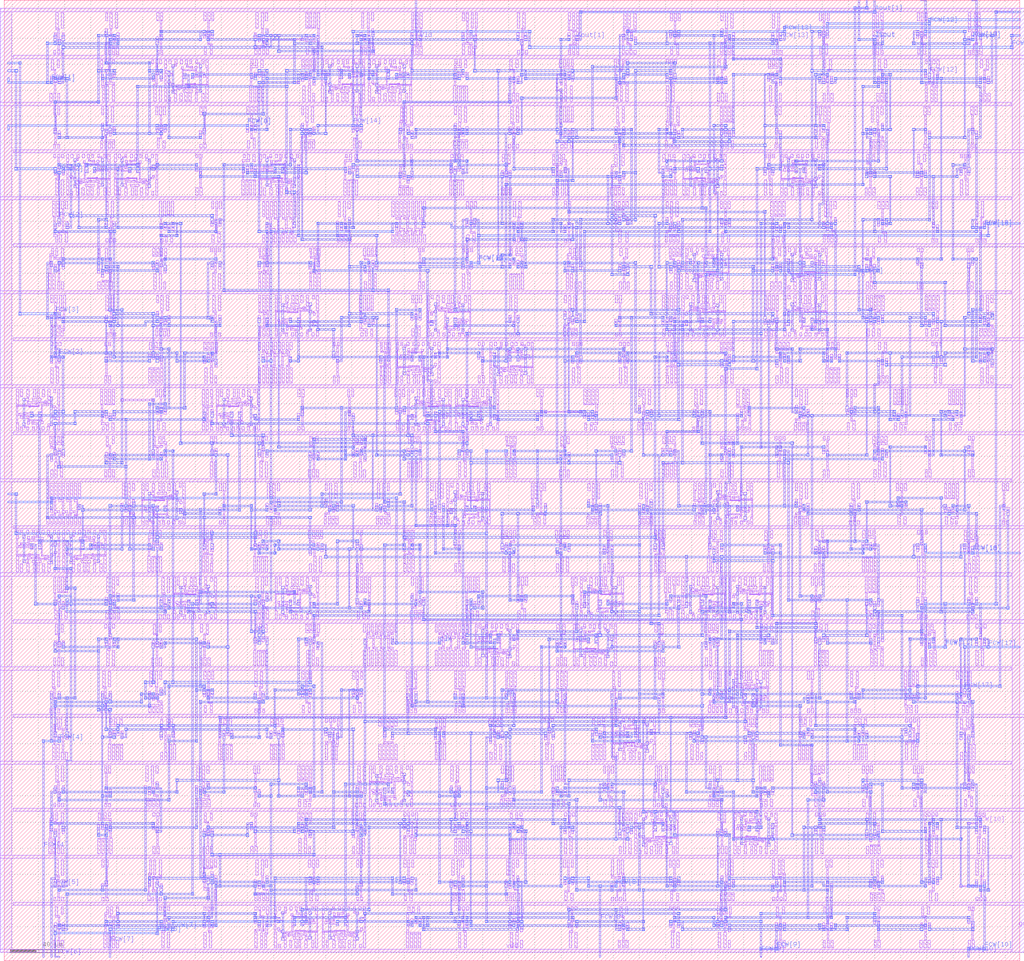
<source format=lef>
VERSION 5.7 ;
  NOWIREEXTENSIONATPIN ON ;
  DIVIDERCHAR "/" ;
  BUSBITCHARS "[]" ;
MACRO phase_accumulator
  CLASS BLOCK ;
  FOREIGN phase_accumulator ;
  ORIGIN 6.000 6.000 ;
  SIZE 777.000 BY 735.000 ;
  PIN gnd
    USE GROUND ;
    PORT
      LAYER metal1 ;
        RECT 765.300 686.700 774.300 722.700 ;
        RECT 0.600 684.300 774.300 686.700 ;
        RECT 765.300 614.700 774.300 684.300 ;
        RECT 0.600 612.300 774.300 614.700 ;
        RECT 765.300 542.700 774.300 612.300 ;
        RECT 0.600 540.300 774.300 542.700 ;
        RECT 765.300 470.700 774.300 540.300 ;
        RECT 0.600 468.300 774.300 470.700 ;
        RECT 765.300 398.700 774.300 468.300 ;
        RECT 0.600 396.300 774.300 398.700 ;
        RECT 765.300 326.700 774.300 396.300 ;
        RECT 0.600 324.300 774.300 326.700 ;
        RECT 765.300 254.700 774.300 324.300 ;
        RECT 0.600 252.300 774.300 254.700 ;
        RECT 765.300 182.700 774.300 252.300 ;
        RECT 0.600 180.300 774.300 182.700 ;
        RECT 765.300 110.700 774.300 180.300 ;
        RECT 0.600 108.300 774.300 110.700 ;
        RECT 765.300 38.700 774.300 108.300 ;
        RECT 0.600 36.300 774.300 38.700 ;
        RECT 765.300 0.300 774.300 36.300 ;
    END
  END gnd
  PIN vdd
    USE POWER ;
    PORT
      LAYER metal1 ;
        RECT -9.300 720.300 764.400 722.700 ;
        RECT -9.300 650.700 -0.300 720.300 ;
        RECT -9.300 648.300 764.400 650.700 ;
        RECT -9.300 578.700 -0.300 648.300 ;
        RECT -9.300 576.300 764.400 578.700 ;
        RECT -9.300 506.700 -0.300 576.300 ;
        RECT -9.300 504.300 764.400 506.700 ;
        RECT -9.300 434.700 -0.300 504.300 ;
        RECT -9.300 432.300 764.400 434.700 ;
        RECT -9.300 362.700 -0.300 432.300 ;
        RECT -9.300 360.300 764.400 362.700 ;
        RECT -9.300 290.700 -0.300 360.300 ;
        RECT -9.300 288.300 764.400 290.700 ;
        RECT -9.300 218.700 -0.300 288.300 ;
        RECT -9.300 216.300 764.400 218.700 ;
        RECT -9.300 146.700 -0.300 216.300 ;
        RECT -9.300 144.300 764.400 146.700 ;
        RECT -9.300 74.700 -0.300 144.300 ;
        RECT -9.300 72.300 764.400 74.700 ;
        RECT -9.300 2.700 -0.300 72.300 ;
        RECT -9.300 0.300 764.400 2.700 ;
    END
  END vdd
  PIN Aout[1]
    PORT
      LAYER metal2 ;
        RECT 659.400 721.050 660.450 729.450 ;
        RECT 433.950 718.950 436.050 721.050 ;
        RECT 658.950 718.950 661.050 721.050 ;
        RECT 430.950 699.450 433.050 700.050 ;
        RECT 434.400 699.450 435.450 718.950 ;
        RECT 430.950 698.400 435.450 699.450 ;
        RECT 430.950 697.950 433.050 698.400 ;
      LAYER metal3 ;
        RECT 433.950 720.600 436.050 721.050 ;
        RECT 658.950 720.600 661.050 721.050 ;
        RECT 433.950 719.400 661.050 720.600 ;
        RECT 433.950 718.950 436.050 719.400 ;
        RECT 658.950 718.950 661.050 719.400 ;
    END
  END Aout[1]
  PIN Aout[0]
    PORT
      LAYER metal2 ;
        RECT 653.400 724.050 654.450 729.450 ;
        RECT 643.950 721.950 646.050 724.050 ;
        RECT 652.950 721.950 655.050 724.050 ;
        RECT 644.400 520.050 645.450 721.950 ;
        RECT 529.950 517.950 532.050 520.050 ;
        RECT 643.950 517.950 646.050 520.050 ;
        RECT 526.950 339.450 529.050 340.050 ;
        RECT 530.400 339.450 531.450 517.950 ;
        RECT 526.950 338.400 531.450 339.450 ;
        RECT 526.950 337.950 529.050 338.400 ;
      LAYER metal3 ;
        RECT 643.950 723.600 646.050 724.050 ;
        RECT 652.950 723.600 655.050 724.050 ;
        RECT 643.950 722.400 655.050 723.600 ;
        RECT 643.950 721.950 646.050 722.400 ;
        RECT 652.950 721.950 655.050 722.400 ;
        RECT 529.950 519.600 532.050 520.050 ;
        RECT 643.950 519.600 646.050 520.050 ;
        RECT 529.950 518.400 646.050 519.600 ;
        RECT 529.950 517.950 532.050 518.400 ;
        RECT 643.950 517.950 646.050 518.400 ;
    END
  END Aout[0]
  PIN En
    PORT
      LAYER metal2 ;
        RECT 187.950 481.950 190.050 484.050 ;
        RECT 188.400 405.450 189.450 481.950 ;
        RECT 185.400 404.400 189.450 405.450 ;
        RECT 1.950 349.950 4.050 352.050 ;
        RECT 2.400 322.050 3.450 349.950 ;
        RECT 185.400 322.050 186.450 404.400 ;
        RECT 361.950 382.950 364.050 385.050 ;
        RECT 376.950 382.950 379.050 385.050 ;
        RECT 362.400 322.050 363.450 382.950 ;
        RECT 1.950 319.950 4.050 322.050 ;
        RECT 151.950 319.950 154.050 322.050 ;
        RECT 184.950 319.950 187.050 322.050 ;
        RECT 361.950 319.950 364.050 322.050 ;
        RECT 152.400 313.050 153.450 319.950 ;
        RECT 151.950 310.950 154.050 313.050 ;
        RECT 362.400 196.050 363.450 319.950 ;
        RECT 337.950 193.950 340.050 196.050 ;
        RECT 361.950 193.950 364.050 196.050 ;
        RECT 376.950 193.950 379.050 196.050 ;
      LAYER metal3 ;
        RECT 361.950 384.600 364.050 385.050 ;
        RECT 376.950 384.600 379.050 385.050 ;
        RECT 361.950 383.400 379.050 384.600 ;
        RECT 361.950 382.950 364.050 383.400 ;
        RECT 376.950 382.950 379.050 383.400 ;
        RECT 1.950 351.600 4.050 352.050 ;
        RECT -3.600 350.400 4.050 351.600 ;
        RECT 1.950 349.950 4.050 350.400 ;
        RECT 1.950 321.600 4.050 322.050 ;
        RECT 151.950 321.600 154.050 322.050 ;
        RECT 184.950 321.600 187.050 322.050 ;
        RECT 361.950 321.600 364.050 322.050 ;
        RECT 1.950 320.400 364.050 321.600 ;
        RECT 1.950 319.950 4.050 320.400 ;
        RECT 151.950 319.950 154.050 320.400 ;
        RECT 184.950 319.950 187.050 320.400 ;
        RECT 361.950 319.950 364.050 320.400 ;
        RECT 337.950 195.600 340.050 196.050 ;
        RECT 361.950 195.600 364.050 196.050 ;
        RECT 376.950 195.600 379.050 196.050 ;
        RECT 337.950 194.400 379.050 195.600 ;
        RECT 337.950 193.950 340.050 194.400 ;
        RECT 361.950 193.950 364.050 194.400 ;
        RECT 376.950 193.950 379.050 194.400 ;
    END
  END En
  PIN FCW[19]
    PORT
      LAYER metal2 ;
        RECT 695.400 728.400 699.450 729.450 ;
        RECT 698.400 706.050 699.450 728.400 ;
        RECT 697.950 703.950 700.050 706.050 ;
        RECT 727.950 703.950 730.050 706.050 ;
        RECT 728.400 700.050 729.450 703.950 ;
        RECT 727.950 697.950 730.050 700.050 ;
        RECT 733.950 697.950 736.050 700.050 ;
      LAYER metal3 ;
        RECT 697.950 705.600 700.050 706.050 ;
        RECT 727.950 705.600 730.050 706.050 ;
        RECT 697.950 704.400 730.050 705.600 ;
        RECT 697.950 703.950 700.050 704.400 ;
        RECT 727.950 703.950 730.050 704.400 ;
        RECT 727.950 699.600 730.050 700.050 ;
        RECT 733.950 699.600 736.050 700.050 ;
        RECT 727.950 698.400 736.050 699.600 ;
        RECT 727.950 697.950 730.050 698.400 ;
        RECT 733.950 697.950 736.050 698.400 ;
    END
  END FCW[19]
  PIN FCW[18]
    PORT
      LAYER metal2 ;
        RECT 734.400 728.400 738.450 729.450 ;
        RECT 737.400 663.450 738.450 728.400 ;
        RECT 737.400 662.400 741.450 663.450 ;
        RECT 736.950 624.450 739.050 625.050 ;
        RECT 740.400 624.450 741.450 662.400 ;
        RECT 736.950 623.400 741.450 624.450 ;
        RECT 736.950 622.950 739.050 623.400 ;
        RECT 737.400 561.450 738.450 622.950 ;
        RECT 734.400 560.400 738.450 561.450 ;
        RECT 734.400 556.050 735.450 560.400 ;
        RECT 733.950 553.950 736.050 556.050 ;
        RECT 742.950 553.950 745.050 556.050 ;
      LAYER metal3 ;
        RECT 733.950 555.600 736.050 556.050 ;
        RECT 742.950 555.600 745.050 556.050 ;
        RECT 733.950 554.400 745.050 555.600 ;
        RECT 733.950 553.950 736.050 554.400 ;
        RECT 742.950 553.950 745.050 554.400 ;
    END
  END FCW[18]
  PIN FCW[17]
    PORT
      LAYER metal2 ;
        RECT 742.950 240.450 745.050 241.050 ;
        RECT 742.950 239.400 747.450 240.450 ;
        RECT 742.950 238.950 745.050 239.400 ;
        RECT 746.400 235.050 747.450 239.400 ;
        RECT 727.950 232.950 730.050 235.050 ;
        RECT 745.950 232.950 748.050 235.050 ;
        RECT 728.400 202.050 729.450 232.950 ;
        RECT 727.950 199.950 730.050 202.050 ;
      LAYER metal3 ;
        RECT 727.950 234.600 730.050 235.050 ;
        RECT 745.950 234.600 748.050 235.050 ;
        RECT 727.950 233.400 771.600 234.600 ;
        RECT 727.950 232.950 730.050 233.400 ;
        RECT 745.950 232.950 748.050 233.400 ;
    END
  END FCW[17]
  PIN FCW[16]
    PORT
      LAYER metal2 ;
        RECT 697.950 310.950 700.050 313.050 ;
        RECT 733.950 304.950 736.050 307.050 ;
      LAYER metal3 ;
        RECT 697.950 310.950 700.050 313.050 ;
        RECT 698.400 306.600 699.600 310.950 ;
        RECT 733.950 306.600 736.050 307.050 ;
        RECT 698.400 305.400 771.600 306.600 ;
        RECT 733.950 304.950 736.050 305.400 ;
    END
  END FCW[16]
  PIN FCW[15]
    PORT
      LAYER metal2 ;
        RECT 352.950 561.450 355.050 562.050 ;
        RECT 352.950 560.400 357.450 561.450 ;
        RECT 352.950 559.950 355.050 560.400 ;
        RECT 356.400 550.050 357.450 560.400 ;
        RECT 745.950 556.950 748.050 559.050 ;
        RECT 746.400 550.050 747.450 556.950 ;
        RECT 355.950 547.950 358.050 550.050 ;
        RECT 745.950 547.950 748.050 550.050 ;
        RECT 356.400 529.050 357.450 547.950 ;
        RECT 349.950 526.950 352.050 529.050 ;
        RECT 355.950 526.950 358.050 529.050 ;
      LAYER metal3 ;
        RECT 745.950 558.600 748.050 559.050 ;
        RECT 745.950 557.400 771.600 558.600 ;
        RECT 745.950 556.950 748.050 557.400 ;
        RECT 355.950 549.600 358.050 550.050 ;
        RECT 745.950 549.600 748.050 550.050 ;
        RECT 355.950 548.400 748.050 549.600 ;
        RECT 355.950 547.950 358.050 548.400 ;
        RECT 745.950 547.950 748.050 548.400 ;
        RECT 349.950 528.600 352.050 529.050 ;
        RECT 355.950 528.600 358.050 529.050 ;
        RECT 349.950 527.400 358.050 528.600 ;
        RECT 349.950 526.950 352.050 527.400 ;
        RECT 355.950 526.950 358.050 527.400 ;
    END
  END FCW[15]
  PIN FCW[14]
    PORT
      LAYER metal2 ;
        RECT 259.950 703.950 262.050 706.050 ;
        RECT 349.950 703.950 352.050 706.050 ;
        RECT 394.950 703.950 397.050 706.050 ;
        RECT 260.400 634.050 261.450 703.950 ;
        RECT 391.950 699.450 394.050 700.050 ;
        RECT 395.400 699.450 396.450 703.950 ;
        RECT 763.950 700.950 766.050 703.050 ;
        RECT 391.950 698.400 396.450 699.450 ;
        RECT 391.950 697.950 394.050 698.400 ;
        RECT 395.400 694.050 396.450 698.400 ;
        RECT 764.400 694.050 765.450 700.950 ;
        RECT 394.950 691.950 397.050 694.050 ;
        RECT 763.950 691.950 766.050 694.050 ;
        RECT 259.950 631.950 262.050 634.050 ;
      LAYER metal3 ;
        RECT 259.950 705.600 262.050 706.050 ;
        RECT 349.950 705.600 352.050 706.050 ;
        RECT 394.950 705.600 397.050 706.050 ;
        RECT 259.950 704.400 397.050 705.600 ;
        RECT 259.950 703.950 262.050 704.400 ;
        RECT 349.950 703.950 352.050 704.400 ;
        RECT 394.950 703.950 397.050 704.400 ;
        RECT 763.950 702.600 766.050 703.050 ;
        RECT 763.950 701.400 771.600 702.600 ;
        RECT 763.950 700.950 766.050 701.400 ;
        RECT 394.950 693.600 397.050 694.050 ;
        RECT 763.950 693.600 766.050 694.050 ;
        RECT 394.950 692.400 766.050 693.600 ;
        RECT 394.950 691.950 397.050 692.400 ;
        RECT 763.950 691.950 766.050 692.400 ;
    END
  END FCW[14]
  PIN FCW[13]
    PORT
      LAYER metal2 ;
        RECT 589.950 706.950 592.050 709.050 ;
        RECT 590.400 706.050 591.450 706.950 ;
        RECT 469.950 703.950 472.050 706.050 ;
        RECT 508.950 703.950 511.050 706.050 ;
        RECT 589.950 703.950 592.050 706.050 ;
        RECT 470.400 699.450 471.450 703.950 ;
        RECT 472.950 699.450 475.050 700.050 ;
        RECT 470.400 698.400 475.050 699.450 ;
        RECT 472.950 697.950 475.050 698.400 ;
        RECT 586.950 699.450 589.050 700.050 ;
        RECT 590.400 699.450 591.450 703.950 ;
        RECT 586.950 698.400 591.450 699.450 ;
        RECT 586.950 697.950 589.050 698.400 ;
      LAYER metal3 ;
        RECT 589.950 708.600 592.050 709.050 ;
        RECT 589.950 707.400 771.600 708.600 ;
        RECT 589.950 706.950 592.050 707.400 ;
        RECT 469.950 705.600 472.050 706.050 ;
        RECT 508.950 705.600 511.050 706.050 ;
        RECT 589.950 705.600 592.050 706.050 ;
        RECT 469.950 704.400 592.050 705.600 ;
        RECT 469.950 703.950 472.050 704.400 ;
        RECT 508.950 703.950 511.050 704.400 ;
        RECT 589.950 703.950 592.050 704.400 ;
    END
  END FCW[13]
  PIN FCW[12]
    PORT
      LAYER metal2 ;
        RECT 700.950 712.950 703.050 715.050 ;
        RECT 701.400 712.050 702.450 712.950 ;
        RECT 622.950 709.950 625.050 712.050 ;
        RECT 700.950 709.950 703.050 712.050 ;
        RECT 623.400 706.050 624.450 709.950 ;
        RECT 622.950 703.950 625.050 706.050 ;
        RECT 701.400 673.050 702.450 709.950 ;
        RECT 700.950 670.950 703.050 673.050 ;
      LAYER metal3 ;
        RECT 700.950 714.600 703.050 715.050 ;
        RECT 700.950 713.400 771.600 714.600 ;
        RECT 700.950 712.950 703.050 713.400 ;
        RECT 622.950 711.600 625.050 712.050 ;
        RECT 700.950 711.600 703.050 712.050 ;
        RECT 622.950 710.400 703.050 711.600 ;
        RECT 622.950 709.950 625.050 710.400 ;
        RECT 700.950 709.950 703.050 710.400 ;
    END
  END FCW[12]
  PIN FCW[11]
    PORT
      LAYER metal2 ;
        RECT 751.950 718.950 754.050 721.050 ;
        RECT 752.400 268.050 753.450 718.950 ;
        RECT 697.950 265.950 700.050 268.050 ;
        RECT 712.950 265.950 715.050 268.050 ;
        RECT 751.950 265.950 754.050 268.050 ;
        RECT 713.400 235.050 714.450 265.950 ;
        RECT 700.950 232.950 703.050 235.050 ;
        RECT 712.950 232.950 715.050 235.050 ;
      LAYER metal3 ;
        RECT 751.950 720.600 754.050 721.050 ;
        RECT 751.950 719.400 771.600 720.600 ;
        RECT 751.950 718.950 754.050 719.400 ;
        RECT 697.950 267.600 700.050 268.050 ;
        RECT 712.950 267.600 715.050 268.050 ;
        RECT 751.950 267.600 754.050 268.050 ;
        RECT 697.950 266.400 754.050 267.600 ;
        RECT 697.950 265.950 700.050 266.400 ;
        RECT 712.950 265.950 715.050 266.400 ;
        RECT 751.950 265.950 754.050 266.400 ;
        RECT 700.950 234.600 703.050 235.050 ;
        RECT 712.950 234.600 715.050 235.050 ;
        RECT 700.950 233.400 715.050 234.600 ;
        RECT 700.950 232.950 703.050 233.400 ;
        RECT 712.950 232.950 715.050 233.400 ;
    END
  END FCW[11]
  PIN FCW[10]
    PORT
      LAYER metal1 ;
        RECT 730.950 99.450 733.050 100.050 ;
        RECT 736.950 99.450 739.050 100.050 ;
        RECT 730.950 98.550 739.050 99.450 ;
        RECT 730.950 97.950 733.050 98.550 ;
        RECT 736.950 97.950 739.050 98.550 ;
      LAYER metal2 ;
        RECT 730.950 160.950 733.050 163.050 ;
        RECT 731.400 132.450 732.450 160.950 ;
        RECT 731.400 131.400 735.450 132.450 ;
        RECT 734.400 130.050 735.450 131.400 ;
        RECT 733.950 129.450 736.050 130.050 ;
        RECT 733.950 128.400 738.450 129.450 ;
        RECT 733.950 127.950 736.050 128.400 ;
        RECT 737.400 100.050 738.450 128.400 ;
        RECT 730.950 97.950 733.050 100.050 ;
        RECT 736.950 97.950 739.050 100.050 ;
        RECT 731.400 52.050 732.450 97.950 ;
        RECT 730.950 49.950 733.050 52.050 ;
        RECT 742.950 49.950 745.050 52.050 ;
        RECT 743.400 4.050 744.450 49.950 ;
        RECT 730.950 1.950 733.050 4.050 ;
        RECT 742.950 1.950 745.050 4.050 ;
        RECT 731.400 -3.600 732.450 1.950 ;
      LAYER metal3 ;
        RECT 730.950 51.600 733.050 52.050 ;
        RECT 742.950 51.600 745.050 52.050 ;
        RECT 730.950 50.400 745.050 51.600 ;
        RECT 730.950 49.950 733.050 50.400 ;
        RECT 742.950 49.950 745.050 50.400 ;
        RECT 730.950 3.600 733.050 4.050 ;
        RECT 742.950 3.600 745.050 4.050 ;
        RECT 730.950 2.400 745.050 3.600 ;
        RECT 730.950 1.950 733.050 2.400 ;
        RECT 742.950 1.950 745.050 2.400 ;
    END
  END FCW[10]
  PIN FCW[9]
    PORT
      LAYER metal2 ;
        RECT 571.950 28.950 574.050 31.050 ;
        RECT 658.950 28.950 661.050 31.050 ;
        RECT 572.400 25.050 573.450 28.950 ;
        RECT 659.400 28.050 660.450 28.950 ;
        RECT 658.950 25.950 661.050 28.050 ;
        RECT 502.950 22.950 505.050 25.050 ;
        RECT 571.950 22.950 574.050 25.050 ;
        RECT 572.400 4.050 573.450 22.950 ;
        RECT 583.950 16.950 586.050 19.050 ;
        RECT 584.400 4.050 585.450 16.950 ;
        RECT 571.950 1.950 574.050 4.050 ;
        RECT 583.950 1.950 586.050 4.050 ;
        RECT 572.400 -3.600 573.450 1.950 ;
      LAYER metal3 ;
        RECT 571.950 30.600 574.050 31.050 ;
        RECT 658.950 30.600 661.050 31.050 ;
        RECT 571.950 29.400 661.050 30.600 ;
        RECT 571.950 28.950 574.050 29.400 ;
        RECT 658.950 28.950 661.050 29.400 ;
        RECT 502.950 24.600 505.050 25.050 ;
        RECT 571.950 24.600 574.050 25.050 ;
        RECT 502.950 23.400 574.050 24.600 ;
        RECT 502.950 22.950 505.050 23.400 ;
        RECT 571.950 22.950 574.050 23.400 ;
        RECT 571.950 3.600 574.050 4.050 ;
        RECT 583.950 3.600 586.050 4.050 ;
        RECT 571.950 2.400 586.050 3.600 ;
        RECT 571.950 1.950 574.050 2.400 ;
        RECT 583.950 1.950 586.050 2.400 ;
    END
  END FCW[9]
  PIN FCW[8]
    PORT
      LAYER metal2 ;
        RECT 421.950 55.950 424.050 58.050 ;
        RECT 439.950 55.950 442.050 58.050 ;
        RECT 440.400 52.050 441.450 55.950 ;
        RECT 439.950 49.950 442.050 52.050 ;
        RECT 448.950 49.950 451.050 52.050 ;
        RECT 460.950 49.950 463.050 52.050 ;
        RECT 449.400 -3.600 450.450 49.950 ;
      LAYER metal3 ;
        RECT 421.950 57.600 424.050 58.050 ;
        RECT 439.950 57.600 442.050 58.050 ;
        RECT 421.950 56.400 442.050 57.600 ;
        RECT 421.950 55.950 424.050 56.400 ;
        RECT 439.950 55.950 442.050 56.400 ;
        RECT 439.950 51.600 442.050 52.050 ;
        RECT 448.950 51.600 451.050 52.050 ;
        RECT 460.950 51.600 463.050 52.050 ;
        RECT 439.950 50.400 463.050 51.600 ;
        RECT 439.950 49.950 442.050 50.400 ;
        RECT 448.950 49.950 451.050 50.400 ;
        RECT 460.950 49.950 463.050 50.400 ;
    END
  END FCW[8]
  PIN FCW[7]
    PORT
      LAYER metal2 ;
        RECT 226.950 57.450 229.050 58.050 ;
        RECT 224.400 56.400 229.050 57.450 ;
        RECT 224.400 25.050 225.450 56.400 ;
        RECT 226.950 55.950 229.050 56.400 ;
        RECT 121.950 22.950 124.050 25.050 ;
        RECT 151.950 22.950 154.050 25.050 ;
        RECT 187.950 22.950 190.050 25.050 ;
        RECT 223.950 22.950 226.050 25.050 ;
        RECT 122.400 19.050 123.450 22.950 ;
        RECT 73.950 16.950 76.050 19.050 ;
        RECT 121.950 16.950 124.050 19.050 ;
        RECT 74.400 -3.600 75.450 16.950 ;
      LAYER metal3 ;
        RECT 121.950 24.600 124.050 25.050 ;
        RECT 151.950 24.600 154.050 25.050 ;
        RECT 187.950 24.600 190.050 25.050 ;
        RECT 223.950 24.600 226.050 25.050 ;
        RECT 121.950 23.400 226.050 24.600 ;
        RECT 121.950 22.950 124.050 23.400 ;
        RECT 151.950 22.950 154.050 23.400 ;
        RECT 187.950 22.950 190.050 23.400 ;
        RECT 223.950 22.950 226.050 23.400 ;
        RECT 73.950 18.600 76.050 19.050 ;
        RECT 121.950 18.600 124.050 19.050 ;
        RECT 73.950 17.400 124.050 18.600 ;
        RECT 73.950 16.950 76.050 17.400 ;
        RECT 121.950 16.950 124.050 17.400 ;
    END
  END FCW[7]
  PIN FCW[6]
    PORT
      LAYER metal2 ;
        RECT 109.950 49.950 112.050 52.050 ;
        RECT 31.950 16.950 34.050 19.050 ;
        RECT 32.400 16.050 33.450 16.950 ;
        RECT 110.400 16.050 111.450 49.950 ;
        RECT 31.950 13.950 34.050 16.050 ;
        RECT 109.950 13.950 112.050 16.050 ;
        RECT 32.400 -2.550 33.450 13.950 ;
        RECT 32.400 -3.600 36.450 -2.550 ;
      LAYER metal3 ;
        RECT 31.950 15.600 34.050 16.050 ;
        RECT 109.950 15.600 112.050 16.050 ;
        RECT 31.950 14.400 112.050 15.600 ;
        RECT 31.950 13.950 34.050 14.400 ;
        RECT 109.950 13.950 112.050 14.400 ;
    END
  END FCW[6]
  PIN FCW[5]
    PORT
      LAYER metal2 ;
        RECT 31.950 88.950 34.050 91.050 ;
        RECT 32.400 57.450 33.450 88.950 ;
        RECT 29.400 56.400 33.450 57.450 ;
        RECT 29.400 51.450 30.450 56.400 ;
        RECT 31.950 51.450 34.050 52.050 ;
        RECT 29.400 50.400 34.050 51.450 ;
        RECT 29.400 -3.600 30.450 50.400 ;
        RECT 31.950 49.950 34.050 50.400 ;
    END
  END FCW[5]
  PIN FCW[4]
    PORT
      LAYER metal2 ;
        RECT 28.950 193.950 31.050 196.050 ;
        RECT 29.400 163.050 30.450 193.950 ;
        RECT 22.950 160.950 25.050 163.050 ;
        RECT 28.950 160.950 31.050 163.050 ;
        RECT 34.950 160.950 37.050 163.050 ;
        RECT 23.400 -3.600 24.450 160.950 ;
      LAYER metal3 ;
        RECT 22.950 162.600 25.050 163.050 ;
        RECT 28.950 162.600 31.050 163.050 ;
        RECT 34.950 162.600 37.050 163.050 ;
        RECT 22.950 161.400 37.050 162.600 ;
        RECT 22.950 160.950 25.050 161.400 ;
        RECT 28.950 160.950 31.050 161.400 ;
        RECT 34.950 160.950 37.050 161.400 ;
    END
  END FCW[4]
  PIN FCW[3]
    PORT
      LAYER metal2 ;
        RECT 4.950 679.950 7.050 682.050 ;
        RECT 5.400 490.050 6.450 679.950 ;
        RECT 4.950 487.950 7.050 490.050 ;
        RECT 31.950 489.450 34.050 490.050 ;
        RECT 34.950 489.450 37.050 490.050 ;
        RECT 31.950 488.400 37.050 489.450 ;
        RECT 31.950 487.950 34.050 488.400 ;
        RECT 34.950 487.950 37.050 488.400 ;
        RECT 32.400 462.450 33.450 487.950 ;
        RECT 32.400 461.400 36.450 462.450 ;
        RECT 35.400 457.050 36.450 461.400 ;
        RECT 34.950 454.950 37.050 457.050 ;
      LAYER metal3 ;
        RECT 4.950 681.600 7.050 682.050 ;
        RECT -3.600 680.400 7.050 681.600 ;
        RECT 4.950 679.950 7.050 680.400 ;
        RECT 4.950 489.600 7.050 490.050 ;
        RECT 31.950 489.600 34.050 490.050 ;
        RECT 4.950 488.400 34.050 489.600 ;
        RECT 4.950 487.950 7.050 488.400 ;
        RECT 31.950 487.950 34.050 488.400 ;
    END
  END FCW[3]
  PIN FCW[2]
    PORT
      LAYER metal2 ;
        RECT 1.950 673.950 4.050 676.050 ;
        RECT 2.400 601.050 3.450 673.950 ;
        RECT 1.950 598.950 4.050 601.050 ;
        RECT 31.950 598.950 34.050 601.050 ;
        RECT 34.950 595.950 37.050 598.050 ;
        RECT 35.400 562.050 36.450 595.950 ;
        RECT 34.950 559.950 37.050 562.050 ;
      LAYER metal3 ;
        RECT 1.950 675.600 4.050 676.050 ;
        RECT -3.600 674.400 4.050 675.600 ;
        RECT 1.950 673.950 4.050 674.400 ;
        RECT 1.950 600.600 4.050 601.050 ;
        RECT 31.950 600.600 34.050 601.050 ;
        RECT 1.950 599.400 34.050 600.600 ;
        RECT 1.950 598.950 4.050 599.400 ;
        RECT 31.950 598.950 34.050 599.400 ;
        RECT 32.400 597.600 33.600 598.950 ;
        RECT 34.950 597.600 37.050 598.050 ;
        RECT 32.400 596.400 37.050 597.600 ;
        RECT 34.950 595.950 37.050 596.400 ;
    END
  END FCW[2]
  PIN FCW[1]
    PORT
      LAYER metal2 ;
        RECT 31.950 697.950 34.050 700.050 ;
        RECT 32.400 697.050 33.450 697.950 ;
        RECT 25.950 694.950 28.050 697.050 ;
        RECT 31.950 694.950 34.050 697.050 ;
        RECT 26.400 667.050 27.450 694.950 ;
        RECT 25.950 664.950 28.050 667.050 ;
        RECT 28.950 664.950 31.050 667.050 ;
      LAYER metal3 ;
        RECT 25.950 696.600 28.050 697.050 ;
        RECT 31.950 696.600 34.050 697.050 ;
        RECT 25.950 695.400 34.050 696.600 ;
        RECT 25.950 694.950 28.050 695.400 ;
        RECT 31.950 694.950 34.050 695.400 ;
        RECT -3.600 666.600 -2.400 669.600 ;
        RECT 25.950 666.600 28.050 667.050 ;
        RECT 28.950 666.600 31.050 667.050 ;
        RECT -3.600 665.400 31.050 666.600 ;
        RECT 25.950 664.950 28.050 665.400 ;
        RECT 28.950 664.950 31.050 665.400 ;
    END
  END FCW[1]
  PIN FCW[0]
    PORT
      LAYER metal2 ;
        RECT 109.950 631.950 112.050 634.050 ;
        RECT 178.950 631.950 181.050 634.050 ;
      LAYER metal3 ;
        RECT 109.950 633.600 112.050 634.050 ;
        RECT 178.950 633.600 181.050 634.050 ;
        RECT -3.600 632.400 181.050 633.600 ;
        RECT -3.600 629.400 -2.400 632.400 ;
        RECT 109.950 631.950 112.050 632.400 ;
        RECT 178.950 631.950 181.050 632.400 ;
    END
  END FCW[0]
  PIN ISout
    PORT
      LAYER metal2 ;
        RECT 647.400 700.050 648.450 729.450 ;
        RECT 646.950 697.950 649.050 700.050 ;
        RECT 658.950 697.950 661.050 700.050 ;
      LAYER metal3 ;
        RECT 646.950 699.600 649.050 700.050 ;
        RECT 658.950 699.600 661.050 700.050 ;
        RECT 646.950 698.400 661.050 699.600 ;
        RECT 646.950 697.950 649.050 698.400 ;
        RECT 658.950 697.950 661.050 698.400 ;
    END
  END ISout
  PIN Vld
    PORT
      LAYER metal2 ;
        RECT 308.400 699.450 309.450 729.450 ;
        RECT 310.950 699.450 313.050 700.050 ;
        RECT 308.400 698.400 313.050 699.450 ;
        RECT 310.950 697.950 313.050 698.400 ;
    END
  END Vld
  PIN clk
    PORT
      LAYER metal2 ;
        RECT 193.950 558.450 196.050 559.050 ;
        RECT 292.950 558.450 295.050 559.050 ;
        RECT 193.950 557.400 198.450 558.450 ;
        RECT 193.950 556.950 196.050 557.400 ;
        RECT 197.400 553.050 198.450 557.400 ;
        RECT 290.400 557.400 295.050 558.450 ;
        RECT 290.400 553.050 291.450 557.400 ;
        RECT 292.950 556.950 295.050 557.400 ;
        RECT 196.950 550.950 199.050 553.050 ;
        RECT 289.950 550.950 292.050 553.050 ;
        RECT 197.400 454.050 198.450 550.950 ;
        RECT 190.950 451.950 193.050 454.050 ;
        RECT 196.950 451.950 199.050 454.050 ;
        RECT 197.400 349.050 198.450 451.950 ;
        RECT 28.950 346.950 31.050 349.050 ;
        RECT 196.950 346.950 199.050 349.050 ;
        RECT 292.950 346.950 295.050 349.050 ;
        RECT 29.400 346.050 30.450 346.950 ;
        RECT 28.950 343.950 31.050 346.050 ;
        RECT 29.400 343.050 30.450 343.950 ;
        RECT 28.950 340.950 31.050 343.050 ;
        RECT 293.400 238.050 294.450 346.950 ;
        RECT 289.950 237.450 292.050 238.050 ;
        RECT 292.950 237.450 295.050 238.050 ;
        RECT 289.950 236.400 295.050 237.450 ;
        RECT 289.950 235.950 292.050 236.400 ;
        RECT 292.950 235.950 295.050 236.400 ;
        RECT 325.950 235.950 328.050 238.050 ;
      LAYER metal3 ;
        RECT 196.950 552.600 199.050 553.050 ;
        RECT 289.950 552.600 292.050 553.050 ;
        RECT 196.950 551.400 292.050 552.600 ;
        RECT 196.950 550.950 199.050 551.400 ;
        RECT 289.950 550.950 292.050 551.400 ;
        RECT 190.950 453.600 193.050 454.050 ;
        RECT 196.950 453.600 199.050 454.050 ;
        RECT 190.950 452.400 199.050 453.600 ;
        RECT 190.950 451.950 193.050 452.400 ;
        RECT 196.950 451.950 199.050 452.400 ;
        RECT 28.950 348.600 31.050 349.050 ;
        RECT 196.950 348.600 199.050 349.050 ;
        RECT 292.950 348.600 295.050 349.050 ;
        RECT 28.950 347.400 295.050 348.600 ;
        RECT 28.950 346.950 31.050 347.400 ;
        RECT 196.950 346.950 199.050 347.400 ;
        RECT 292.950 346.950 295.050 347.400 ;
        RECT 28.950 345.600 31.050 346.050 ;
        RECT -3.600 344.400 31.050 345.600 ;
        RECT 28.950 343.950 31.050 344.400 ;
        RECT 292.950 237.600 295.050 238.050 ;
        RECT 325.950 237.600 328.050 238.050 ;
        RECT 292.950 236.400 328.050 237.600 ;
        RECT 292.950 235.950 295.050 236.400 ;
        RECT 325.950 235.950 328.050 236.400 ;
    END
  END clk
  OBS
      LAYER metal1 ;
        RECT 33.450 707.400 35.250 719.250 ;
        RECT 37.650 707.400 39.450 719.250 ;
        RECT 71.400 713.400 73.200 719.250 ;
        RECT 74.700 707.400 76.500 719.250 ;
        RECT 78.900 707.400 80.700 719.250 ;
        RECT 110.550 713.400 112.350 719.250 ;
        RECT 113.550 713.400 115.350 719.250 ;
        RECT 146.550 713.400 148.350 719.250 ;
        RECT 149.550 713.400 151.350 719.250 ;
        RECT 152.550 713.400 154.350 719.250 ;
        RECT 33.450 706.350 36.000 707.400 ;
        RECT 32.100 702.150 33.900 703.950 ;
        RECT 31.950 700.050 34.050 702.150 ;
        RECT 34.950 699.150 36.000 706.350 ;
        RECT 71.250 705.150 73.050 706.950 ;
        RECT 38.100 702.150 39.900 703.950 ;
        RECT 70.950 703.050 73.050 705.150 ;
        RECT 74.850 702.150 76.050 707.400 ;
        RECT 80.100 702.150 81.900 703.950 ;
        RECT 37.950 700.050 40.050 702.150 ;
        RECT 73.950 700.050 76.050 702.150 ;
        RECT 34.950 697.050 37.050 699.150 ;
        RECT 34.950 690.600 36.000 697.050 ;
        RECT 73.950 696.750 75.150 700.050 ;
        RECT 76.950 698.850 79.050 700.950 ;
        RECT 79.950 700.050 82.050 702.150 ;
        RECT 113.400 700.950 114.600 713.400 ;
        RECT 149.550 705.150 150.750 713.400 ;
        RECT 186.300 707.400 188.100 719.250 ;
        RECT 190.500 707.400 192.300 719.250 ;
        RECT 193.800 713.400 195.600 719.250 ;
        RECT 224.550 708.300 226.350 719.250 ;
        RECT 227.550 709.200 229.350 719.250 ;
        RECT 230.550 708.300 232.350 719.250 ;
        RECT 224.550 707.400 232.350 708.300 ;
        RECT 233.550 707.400 235.350 719.250 ;
        RECT 267.300 707.400 269.100 719.250 ;
        RECT 271.500 707.400 273.300 719.250 ;
        RECT 274.800 713.400 276.600 719.250 ;
        RECT 305.550 713.400 307.350 719.250 ;
        RECT 145.950 701.850 148.050 703.950 ;
        RECT 148.950 703.050 151.050 705.150 ;
        RECT 110.100 699.150 111.900 700.950 ;
        RECT 77.100 697.050 78.900 698.850 ;
        RECT 109.950 697.050 112.050 699.150 ;
        RECT 112.950 698.850 115.050 700.950 ;
        RECT 146.100 700.050 147.900 701.850 ;
        RECT 71.250 695.700 75.000 696.750 ;
        RECT 71.250 693.600 72.450 695.700 ;
        RECT 31.650 687.750 33.450 690.600 ;
        RECT 34.650 687.750 36.450 690.600 ;
        RECT 37.650 687.750 39.450 690.600 ;
        RECT 70.650 687.750 72.450 693.600 ;
        RECT 73.650 692.700 81.450 694.050 ;
        RECT 73.650 687.750 75.450 692.700 ;
        RECT 76.650 687.750 78.450 691.800 ;
        RECT 79.650 687.750 81.450 692.700 ;
        RECT 113.400 690.600 114.600 698.850 ;
        RECT 149.550 695.700 150.750 703.050 ;
        RECT 151.950 701.850 154.050 703.950 ;
        RECT 185.100 702.150 186.900 703.950 ;
        RECT 190.950 702.150 192.150 707.400 ;
        RECT 193.950 705.150 195.750 706.950 ;
        RECT 193.950 703.050 196.050 705.150 ;
        RECT 196.950 702.450 199.050 703.050 ;
        RECT 202.950 702.450 205.050 703.050 ;
        RECT 152.100 700.050 153.900 701.850 ;
        RECT 184.950 700.050 187.050 702.150 ;
        RECT 187.950 698.850 190.050 700.950 ;
        RECT 190.950 700.050 193.050 702.150 ;
        RECT 196.950 701.550 205.050 702.450 ;
        RECT 233.700 702.150 234.900 707.400 ;
        RECT 266.100 702.150 267.900 703.950 ;
        RECT 271.950 702.150 273.150 707.400 ;
        RECT 274.950 705.150 276.750 706.950 ;
        RECT 305.550 706.500 306.750 713.400 ;
        RECT 308.850 707.400 310.650 719.250 ;
        RECT 311.850 707.400 313.650 719.250 ;
        RECT 344.550 713.400 346.350 719.250 ;
        RECT 347.550 713.400 349.350 719.250 ;
        RECT 305.550 705.600 311.250 706.500 ;
        RECT 274.950 703.050 277.050 705.150 ;
        RECT 309.000 704.700 311.250 705.600 ;
        RECT 305.100 702.150 306.900 703.950 ;
        RECT 196.950 700.950 199.050 701.550 ;
        RECT 202.950 700.950 205.050 701.550 ;
        RECT 188.100 697.050 189.900 698.850 ;
        RECT 191.850 696.750 193.050 700.050 ;
        RECT 193.950 699.450 196.050 700.050 ;
        RECT 220.950 699.450 223.050 700.050 ;
        RECT 193.950 698.550 223.050 699.450 ;
        RECT 223.950 698.850 226.050 700.950 ;
        RECT 227.100 699.150 228.900 700.950 ;
        RECT 193.950 697.950 196.050 698.550 ;
        RECT 220.950 697.950 223.050 698.550 ;
        RECT 224.100 697.050 225.900 698.850 ;
        RECT 226.950 697.050 229.050 699.150 ;
        RECT 229.950 698.850 232.050 700.950 ;
        RECT 232.950 700.050 235.050 702.150 ;
        RECT 265.950 700.050 268.050 702.150 ;
        RECT 230.100 697.050 231.900 698.850 ;
        RECT 192.000 695.700 195.750 696.750 ;
        RECT 149.550 694.800 153.150 695.700 ;
        RECT 110.550 687.750 112.350 690.600 ;
        RECT 113.550 687.750 115.350 690.600 ;
        RECT 146.850 687.750 148.650 693.600 ;
        RECT 151.350 687.750 153.150 694.800 ;
        RECT 185.550 692.700 193.350 694.050 ;
        RECT 185.550 687.750 187.350 692.700 ;
        RECT 188.550 687.750 190.350 691.800 ;
        RECT 191.550 687.750 193.350 692.700 ;
        RECT 194.550 693.600 195.750 695.700 ;
        RECT 233.700 693.600 234.900 700.050 ;
        RECT 268.950 698.850 271.050 700.950 ;
        RECT 271.950 700.050 274.050 702.150 ;
        RECT 304.950 700.050 307.050 702.150 ;
        RECT 269.100 697.050 270.900 698.850 ;
        RECT 272.850 696.750 274.050 700.050 ;
        RECT 273.000 695.700 276.750 696.750 ;
        RECT 194.550 687.750 196.350 693.600 ;
        RECT 225.000 687.750 226.800 693.600 ;
        RECT 229.200 691.950 234.900 693.600 ;
        RECT 266.550 692.700 274.350 694.050 ;
        RECT 229.200 687.750 231.000 691.950 ;
        RECT 232.500 687.750 234.300 690.600 ;
        RECT 266.550 687.750 268.350 692.700 ;
        RECT 269.550 687.750 271.350 691.800 ;
        RECT 272.550 687.750 274.350 692.700 ;
        RECT 275.550 693.600 276.750 695.700 ;
        RECT 309.000 696.300 310.050 704.700 ;
        RECT 312.150 702.150 313.350 707.400 ;
        RECT 344.100 702.150 345.900 703.950 ;
        RECT 310.950 700.050 313.350 702.150 ;
        RECT 343.950 700.050 346.050 702.150 ;
        RECT 309.000 695.400 311.250 696.300 ;
        RECT 306.150 694.500 311.250 695.400 ;
        RECT 275.550 687.750 277.350 693.600 ;
        RECT 306.150 690.600 307.350 694.500 ;
        RECT 312.150 693.600 313.350 700.050 ;
        RECT 347.700 696.300 348.900 713.400 ;
        RECT 351.150 707.400 352.950 719.250 ;
        RECT 354.150 707.400 355.950 719.250 ;
        RECT 386.550 707.400 388.350 719.250 ;
        RECT 390.750 707.400 392.550 719.250 ;
        RECT 349.950 701.850 352.050 703.950 ;
        RECT 354.150 702.150 355.350 707.400 ;
        RECT 390.000 706.350 392.550 707.400 ;
        RECT 425.550 713.400 427.350 719.250 ;
        RECT 425.550 706.500 426.750 713.400 ;
        RECT 428.850 707.400 430.650 719.250 ;
        RECT 431.850 707.400 433.650 719.250 ;
        RECT 468.150 708.900 469.950 719.250 ;
        RECT 467.550 707.550 469.950 708.900 ;
        RECT 471.150 707.550 472.950 719.250 ;
        RECT 386.100 702.150 387.900 703.950 ;
        RECT 350.100 700.050 351.900 701.850 ;
        RECT 352.950 700.050 355.350 702.150 ;
        RECT 385.950 700.050 388.050 702.150 ;
        RECT 344.550 695.100 352.050 696.300 ;
        RECT 305.550 687.750 307.350 690.600 ;
        RECT 308.850 687.750 310.650 693.600 ;
        RECT 311.850 687.750 313.650 693.600 ;
        RECT 344.550 687.750 346.350 695.100 ;
        RECT 350.250 694.500 352.050 695.100 ;
        RECT 354.150 693.600 355.350 700.050 ;
        RECT 390.000 699.150 391.050 706.350 ;
        RECT 425.550 705.600 431.250 706.500 ;
        RECT 429.000 704.700 431.250 705.600 ;
        RECT 392.100 702.150 393.900 703.950 ;
        RECT 425.100 702.150 426.900 703.950 ;
        RECT 391.950 700.050 394.050 702.150 ;
        RECT 424.950 700.050 427.050 702.150 ;
        RECT 388.950 697.050 391.050 699.150 ;
        RECT 349.050 687.750 350.850 693.600 ;
        RECT 352.050 692.100 355.350 693.600 ;
        RECT 352.050 687.750 353.850 692.100 ;
        RECT 390.000 690.600 391.050 697.050 ;
        RECT 429.000 696.300 430.050 704.700 ;
        RECT 432.150 702.150 433.350 707.400 ;
        RECT 430.950 700.050 433.350 702.150 ;
        RECT 467.550 700.950 468.900 707.550 ;
        RECT 475.650 707.400 477.450 719.250 ;
        RECT 503.550 713.400 505.350 719.250 ;
        RECT 506.550 713.400 508.350 719.250 ;
        RECT 509.550 713.400 511.350 719.250 ;
        RECT 542.400 713.400 544.200 719.250 ;
        RECT 470.250 706.200 472.050 706.650 ;
        RECT 476.250 706.200 477.450 707.400 ;
        RECT 470.250 705.000 477.450 706.200 ;
        RECT 506.550 705.150 507.750 713.400 ;
        RECT 545.700 707.400 547.500 719.250 ;
        RECT 549.900 707.400 551.700 719.250 ;
        RECT 581.550 707.400 583.350 719.250 ;
        RECT 585.750 707.400 587.550 719.250 ;
        RECT 617.550 713.400 619.350 719.250 ;
        RECT 620.550 713.400 622.350 719.250 ;
        RECT 623.550 713.400 625.350 719.250 ;
        RECT 542.250 705.150 544.050 706.950 ;
        RECT 470.250 704.850 472.050 705.000 ;
        RECT 429.000 695.400 431.250 696.300 ;
        RECT 426.150 694.500 431.250 695.400 ;
        RECT 426.150 690.600 427.350 694.500 ;
        RECT 432.150 693.600 433.350 700.050 ;
        RECT 466.950 698.850 469.050 700.950 ;
        RECT 466.950 693.600 468.000 698.850 ;
        RECT 470.400 696.600 471.300 704.850 ;
        RECT 473.100 702.150 474.900 703.950 ;
        RECT 472.950 700.050 475.050 702.150 ;
        RECT 502.950 701.850 505.050 703.950 ;
        RECT 505.950 703.050 508.050 705.150 ;
        RECT 476.100 699.150 477.900 700.950 ;
        RECT 503.100 700.050 504.900 701.850 ;
        RECT 475.950 697.050 478.050 699.150 ;
        RECT 470.250 695.700 472.050 696.600 ;
        RECT 506.550 695.700 507.750 703.050 ;
        RECT 508.950 701.850 511.050 703.950 ;
        RECT 541.950 703.050 544.050 705.150 ;
        RECT 545.850 702.150 547.050 707.400 ;
        RECT 585.000 706.350 587.550 707.400 ;
        RECT 551.100 702.150 552.900 703.950 ;
        RECT 581.100 702.150 582.900 703.950 ;
        RECT 509.100 700.050 510.900 701.850 ;
        RECT 544.950 700.050 547.050 702.150 ;
        RECT 544.950 696.750 546.150 700.050 ;
        RECT 547.950 698.850 550.050 700.950 ;
        RECT 550.950 700.050 553.050 702.150 ;
        RECT 580.950 700.050 583.050 702.150 ;
        RECT 585.000 699.150 586.050 706.350 ;
        RECT 620.550 705.150 621.750 713.400 ;
        RECT 658.350 707.400 660.150 719.250 ;
        RECT 661.350 707.400 663.150 719.250 ;
        RECT 664.650 713.400 666.450 719.250 ;
        RECT 692.550 713.400 694.350 719.250 ;
        RECT 695.550 713.400 697.350 719.250 ;
        RECT 698.550 713.400 700.350 719.250 ;
        RECT 587.100 702.150 588.900 703.950 ;
        RECT 586.950 700.050 589.050 702.150 ;
        RECT 616.950 701.850 619.050 703.950 ;
        RECT 619.950 703.050 622.050 705.150 ;
        RECT 617.100 700.050 618.900 701.850 ;
        RECT 548.100 697.050 549.900 698.850 ;
        RECT 583.950 697.050 586.050 699.150 ;
        RECT 542.250 695.700 546.000 696.750 ;
        RECT 470.250 694.800 473.550 695.700 ;
        RECT 506.550 694.800 510.150 695.700 ;
        RECT 386.550 687.750 388.350 690.600 ;
        RECT 389.550 687.750 391.350 690.600 ;
        RECT 392.550 687.750 394.350 690.600 ;
        RECT 425.550 687.750 427.350 690.600 ;
        RECT 428.850 687.750 430.650 693.600 ;
        RECT 431.850 687.750 433.650 693.600 ;
        RECT 466.650 687.750 468.450 693.600 ;
        RECT 472.650 690.600 473.550 694.800 ;
        RECT 469.650 687.750 471.450 690.600 ;
        RECT 472.650 687.750 474.450 690.600 ;
        RECT 475.650 687.750 477.450 690.600 ;
        RECT 503.850 687.750 505.650 693.600 ;
        RECT 508.350 687.750 510.150 694.800 ;
        RECT 542.250 693.600 543.450 695.700 ;
        RECT 541.650 687.750 543.450 693.600 ;
        RECT 544.650 692.700 552.450 694.050 ;
        RECT 544.650 687.750 546.450 692.700 ;
        RECT 547.650 687.750 549.450 691.800 ;
        RECT 550.650 687.750 552.450 692.700 ;
        RECT 585.000 690.600 586.050 697.050 ;
        RECT 620.550 695.700 621.750 703.050 ;
        RECT 622.950 701.850 625.050 703.950 ;
        RECT 658.650 702.150 659.850 707.400 ;
        RECT 665.250 706.500 666.450 713.400 ;
        RECT 660.750 705.600 666.450 706.500 ;
        RECT 660.750 704.700 663.000 705.600 ;
        RECT 695.550 705.150 696.750 713.400 ;
        RECT 731.550 707.400 733.350 719.250 ;
        RECT 736.050 707.550 737.850 719.250 ;
        RECT 739.050 708.900 740.850 719.250 ;
        RECT 739.050 707.550 741.450 708.900 ;
        RECT 731.550 706.200 732.750 707.400 ;
        RECT 736.950 706.200 738.750 706.650 ;
        RECT 623.100 700.050 624.900 701.850 ;
        RECT 658.650 700.050 661.050 702.150 ;
        RECT 620.550 694.800 624.150 695.700 ;
        RECT 581.550 687.750 583.350 690.600 ;
        RECT 584.550 687.750 586.350 690.600 ;
        RECT 587.550 687.750 589.350 690.600 ;
        RECT 617.850 687.750 619.650 693.600 ;
        RECT 622.350 687.750 624.150 694.800 ;
        RECT 658.650 693.600 659.850 700.050 ;
        RECT 661.950 696.300 663.000 704.700 ;
        RECT 665.100 702.150 666.900 703.950 ;
        RECT 664.950 700.050 667.050 702.150 ;
        RECT 691.950 701.850 694.050 703.950 ;
        RECT 694.950 703.050 697.050 705.150 ;
        RECT 731.550 705.000 738.750 706.200 ;
        RECT 736.950 704.850 738.750 705.000 ;
        RECT 692.100 700.050 693.900 701.850 ;
        RECT 660.750 695.400 663.000 696.300 ;
        RECT 695.550 695.700 696.750 703.050 ;
        RECT 697.950 701.850 700.050 703.950 ;
        RECT 734.100 702.150 735.900 703.950 ;
        RECT 698.100 700.050 699.900 701.850 ;
        RECT 731.100 699.150 732.900 700.950 ;
        RECT 733.950 700.050 736.050 702.150 ;
        RECT 730.950 697.050 733.050 699.150 ;
        RECT 737.700 696.600 738.600 704.850 ;
        RECT 740.100 700.950 741.450 707.550 ;
        RECT 739.950 698.850 742.050 700.950 ;
        RECT 736.950 695.700 738.750 696.600 ;
        RECT 660.750 694.500 665.850 695.400 ;
        RECT 695.550 694.800 699.150 695.700 ;
        RECT 658.350 687.750 660.150 693.600 ;
        RECT 661.350 687.750 663.150 693.600 ;
        RECT 664.650 690.600 665.850 694.500 ;
        RECT 664.650 687.750 666.450 690.600 ;
        RECT 692.850 687.750 694.650 693.600 ;
        RECT 697.350 687.750 699.150 694.800 ;
        RECT 735.450 694.800 738.750 695.700 ;
        RECT 735.450 690.600 736.350 694.800 ;
        RECT 741.000 693.600 742.050 698.850 ;
        RECT 731.550 687.750 733.350 690.600 ;
        RECT 734.550 687.750 736.350 690.600 ;
        RECT 737.550 687.750 739.350 690.600 ;
        RECT 740.550 687.750 742.350 693.600 ;
        RECT 29.850 676.200 31.650 683.250 ;
        RECT 34.350 677.400 36.150 683.250 ;
        RECT 67.650 677.400 69.450 683.250 ;
        RECT 70.650 680.400 72.450 683.250 ;
        RECT 73.650 680.400 75.450 683.250 ;
        RECT 76.650 680.400 78.450 683.250 ;
        RECT 106.650 680.400 108.450 683.250 ;
        RECT 109.650 680.400 111.450 683.250 ;
        RECT 112.650 680.400 114.450 683.250 ;
        RECT 29.850 675.300 33.450 676.200 ;
        RECT 29.100 669.150 30.900 670.950 ;
        RECT 28.950 667.050 31.050 669.150 ;
        RECT 32.250 667.950 33.450 675.300 ;
        RECT 67.950 672.150 69.000 677.400 ;
        RECT 73.650 676.200 74.550 680.400 ;
        RECT 71.250 675.300 74.550 676.200 ;
        RECT 71.250 674.400 73.050 675.300 ;
        RECT 35.100 669.150 36.900 670.950 ;
        RECT 67.950 670.050 70.050 672.150 ;
        RECT 31.950 665.850 34.050 667.950 ;
        RECT 34.950 667.050 37.050 669.150 ;
        RECT 32.250 657.600 33.450 665.850 ;
        RECT 68.550 663.450 69.900 670.050 ;
        RECT 71.400 666.150 72.300 674.400 ;
        RECT 109.950 673.950 111.000 680.400 ;
        RECT 116.550 677.400 118.350 683.250 ;
        RECT 119.850 680.400 121.650 683.250 ;
        RECT 124.350 680.400 126.150 683.250 ;
        RECT 128.550 680.400 130.350 683.250 ;
        RECT 132.450 680.400 134.250 683.250 ;
        RECT 135.750 680.400 137.550 683.250 ;
        RECT 140.250 681.300 142.050 683.250 ;
        RECT 140.250 680.400 144.000 681.300 ;
        RECT 145.050 680.400 146.850 683.250 ;
        RECT 124.650 679.500 125.700 680.400 ;
        RECT 121.950 678.300 125.700 679.500 ;
        RECT 133.200 678.600 134.250 680.400 ;
        RECT 142.950 679.500 144.000 680.400 ;
        RECT 121.950 677.400 124.050 678.300 ;
        RECT 116.550 675.150 117.750 677.400 ;
        RECT 129.150 676.200 130.950 678.000 ;
        RECT 133.200 677.550 138.150 678.600 ;
        RECT 136.350 676.800 138.150 677.550 ;
        RECT 139.650 676.800 141.450 678.600 ;
        RECT 142.950 677.400 145.050 679.500 ;
        RECT 148.050 677.400 149.850 683.250 ;
        RECT 182.700 680.400 184.500 683.250 ;
        RECT 186.000 679.050 187.800 683.250 ;
        RECT 130.050 675.900 130.950 676.200 ;
        RECT 140.100 675.900 141.150 676.800 ;
        RECT 76.950 671.850 79.050 673.950 ;
        RECT 109.950 671.850 112.050 673.950 ;
        RECT 116.550 673.050 121.050 675.150 ;
        RECT 130.050 675.000 141.150 675.900 ;
        RECT 73.950 668.850 76.050 670.950 ;
        RECT 77.100 670.050 78.900 671.850 ;
        RECT 106.950 668.850 109.050 670.950 ;
        RECT 74.100 667.050 75.900 668.850 ;
        RECT 107.100 667.050 108.900 668.850 ;
        RECT 71.250 666.000 73.050 666.150 ;
        RECT 71.250 664.800 78.450 666.000 ;
        RECT 71.250 664.350 73.050 664.800 ;
        RECT 77.250 663.600 78.450 664.800 ;
        RECT 109.950 664.650 111.000 671.850 ;
        RECT 112.950 668.850 115.050 670.950 ;
        RECT 113.100 667.050 114.900 668.850 ;
        RECT 68.550 662.100 70.950 663.450 ;
        RECT 28.650 651.750 30.450 657.600 ;
        RECT 31.650 651.750 33.450 657.600 ;
        RECT 34.650 651.750 36.450 657.600 ;
        RECT 69.150 651.750 70.950 662.100 ;
        RECT 72.150 651.750 73.950 663.450 ;
        RECT 76.650 651.750 78.450 663.600 ;
        RECT 108.450 663.600 111.000 664.650 ;
        RECT 116.550 663.600 117.750 673.050 ;
        RECT 118.950 671.250 122.850 673.050 ;
        RECT 118.950 670.950 121.050 671.250 ;
        RECT 130.050 670.950 130.950 675.000 ;
        RECT 140.100 673.800 141.150 675.000 ;
        RECT 140.100 672.600 147.000 673.800 ;
        RECT 140.100 672.000 141.900 672.600 ;
        RECT 146.100 671.850 147.000 672.600 ;
        RECT 143.100 670.950 144.900 671.700 ;
        RECT 130.050 668.850 133.050 670.950 ;
        RECT 136.950 669.900 144.900 670.950 ;
        RECT 146.100 670.050 147.900 671.850 ;
        RECT 136.950 668.850 139.050 669.900 ;
        RECT 118.950 665.400 120.750 667.200 ;
        RECT 119.850 664.200 124.050 665.400 ;
        RECT 130.050 664.200 130.950 668.850 ;
        RECT 138.750 665.100 140.550 665.400 ;
        RECT 108.450 651.750 110.250 663.600 ;
        RECT 112.650 651.750 114.450 663.600 ;
        RECT 116.550 651.750 118.350 663.600 ;
        RECT 121.950 663.300 124.050 664.200 ;
        RECT 124.950 663.300 130.950 664.200 ;
        RECT 132.150 664.800 140.550 665.100 ;
        RECT 148.950 664.800 149.850 677.400 ;
        RECT 182.100 677.400 187.800 679.050 ;
        RECT 190.200 677.400 192.000 683.250 ;
        RECT 221.550 678.300 223.350 683.250 ;
        RECT 224.550 679.200 226.350 683.250 ;
        RECT 227.550 678.300 229.350 683.250 ;
        RECT 182.100 670.950 183.300 677.400 ;
        RECT 221.550 676.950 229.350 678.300 ;
        RECT 230.550 677.400 232.350 683.250 ;
        RECT 236.550 677.400 238.350 683.250 ;
        RECT 239.850 680.400 241.650 683.250 ;
        RECT 244.350 680.400 246.150 683.250 ;
        RECT 248.550 680.400 250.350 683.250 ;
        RECT 252.450 680.400 254.250 683.250 ;
        RECT 255.750 680.400 257.550 683.250 ;
        RECT 260.250 681.300 262.050 683.250 ;
        RECT 260.250 680.400 264.000 681.300 ;
        RECT 265.050 680.400 266.850 683.250 ;
        RECT 244.650 679.500 245.700 680.400 ;
        RECT 241.950 678.300 245.700 679.500 ;
        RECT 253.200 678.600 254.250 680.400 ;
        RECT 262.950 679.500 264.000 680.400 ;
        RECT 241.950 677.400 244.050 678.300 ;
        RECT 230.550 675.300 231.750 677.400 ;
        RECT 228.000 674.250 231.750 675.300 ;
        RECT 236.550 675.150 237.750 677.400 ;
        RECT 249.150 676.200 250.950 678.000 ;
        RECT 253.200 677.550 258.150 678.600 ;
        RECT 256.350 676.800 258.150 677.550 ;
        RECT 259.650 676.800 261.450 678.600 ;
        RECT 262.950 677.400 265.050 679.500 ;
        RECT 268.050 677.400 269.850 683.250 ;
        RECT 250.050 675.900 250.950 676.200 ;
        RECT 260.100 675.900 261.150 676.800 ;
        RECT 185.100 672.150 186.900 673.950 ;
        RECT 181.950 668.850 184.050 670.950 ;
        RECT 184.950 670.050 187.050 672.150 ;
        RECT 187.950 671.850 190.050 673.950 ;
        RECT 191.100 672.150 192.900 673.950 ;
        RECT 224.100 672.150 225.900 673.950 ;
        RECT 188.100 670.050 189.900 671.850 ;
        RECT 190.950 670.050 193.050 672.150 ;
        RECT 220.950 668.850 223.050 670.950 ;
        RECT 223.950 670.050 226.050 672.150 ;
        RECT 227.850 670.950 229.050 674.250 ;
        RECT 226.950 668.850 229.050 670.950 ;
        RECT 236.550 673.050 241.050 675.150 ;
        RECT 250.050 675.000 261.150 675.900 ;
        RECT 132.150 664.200 149.850 664.800 ;
        RECT 124.950 662.400 125.850 663.300 ;
        RECT 123.150 660.600 125.850 662.400 ;
        RECT 126.750 662.100 128.550 662.400 ;
        RECT 132.150 662.100 133.050 664.200 ;
        RECT 138.750 663.600 149.850 664.200 ;
        RECT 182.100 663.600 183.300 668.850 ;
        RECT 221.100 667.050 222.900 668.850 ;
        RECT 190.950 666.450 193.050 667.050 ;
        RECT 217.950 666.450 220.050 667.050 ;
        RECT 190.950 665.550 220.050 666.450 ;
        RECT 190.950 664.950 193.050 665.550 ;
        RECT 217.950 664.950 220.050 665.550 ;
        RECT 226.950 663.600 228.150 668.850 ;
        RECT 229.950 665.850 232.050 667.950 ;
        RECT 229.950 664.050 231.750 665.850 ;
        RECT 236.550 663.600 237.750 673.050 ;
        RECT 238.950 671.250 242.850 673.050 ;
        RECT 238.950 670.950 241.050 671.250 ;
        RECT 250.050 670.950 250.950 675.000 ;
        RECT 260.100 673.800 261.150 675.000 ;
        RECT 260.100 672.600 267.000 673.800 ;
        RECT 260.100 672.000 261.900 672.600 ;
        RECT 266.100 671.850 267.000 672.600 ;
        RECT 263.100 670.950 264.900 671.700 ;
        RECT 250.050 668.850 253.050 670.950 ;
        RECT 256.950 669.900 264.900 670.950 ;
        RECT 266.100 670.050 267.900 671.850 ;
        RECT 256.950 668.850 259.050 669.900 ;
        RECT 238.950 665.400 240.750 667.200 ;
        RECT 239.850 664.200 244.050 665.400 ;
        RECT 250.050 664.200 250.950 668.850 ;
        RECT 258.750 665.100 260.550 665.400 ;
        RECT 126.750 661.200 133.050 662.100 ;
        RECT 133.950 662.700 135.750 663.300 ;
        RECT 133.950 661.500 141.450 662.700 ;
        RECT 126.750 660.600 128.550 661.200 ;
        RECT 140.250 660.600 141.450 661.500 ;
        RECT 121.950 657.600 125.850 659.700 ;
        RECT 130.950 658.500 137.850 660.300 ;
        RECT 140.250 658.500 145.050 660.600 ;
        RECT 119.550 651.750 121.350 654.600 ;
        RECT 124.050 651.750 125.850 657.600 ;
        RECT 128.250 651.750 130.050 657.600 ;
        RECT 132.150 651.750 133.950 658.500 ;
        RECT 140.250 657.600 141.450 658.500 ;
        RECT 135.150 651.750 136.950 657.600 ;
        RECT 139.950 651.750 141.750 657.600 ;
        RECT 145.050 651.750 146.850 657.600 ;
        RECT 148.050 651.750 149.850 663.600 ;
        RECT 181.650 651.750 183.450 663.600 ;
        RECT 184.650 662.700 192.450 663.600 ;
        RECT 184.650 651.750 186.450 662.700 ;
        RECT 187.650 651.750 189.450 661.800 ;
        RECT 190.650 651.750 192.450 662.700 ;
        RECT 222.300 651.750 224.100 663.600 ;
        RECT 226.500 651.750 228.300 663.600 ;
        RECT 229.800 651.750 231.600 657.600 ;
        RECT 236.550 651.750 238.350 663.600 ;
        RECT 241.950 663.300 244.050 664.200 ;
        RECT 244.950 663.300 250.950 664.200 ;
        RECT 252.150 664.800 260.550 665.100 ;
        RECT 268.950 664.800 269.850 677.400 ;
        RECT 252.150 664.200 269.850 664.800 ;
        RECT 244.950 662.400 245.850 663.300 ;
        RECT 243.150 660.600 245.850 662.400 ;
        RECT 246.750 662.100 248.550 662.400 ;
        RECT 252.150 662.100 253.050 664.200 ;
        RECT 258.750 663.600 269.850 664.200 ;
        RECT 246.750 661.200 253.050 662.100 ;
        RECT 253.950 662.700 255.750 663.300 ;
        RECT 253.950 661.500 261.450 662.700 ;
        RECT 246.750 660.600 248.550 661.200 ;
        RECT 260.250 660.600 261.450 661.500 ;
        RECT 241.950 657.600 245.850 659.700 ;
        RECT 250.950 658.500 257.850 660.300 ;
        RECT 260.250 658.500 265.050 660.600 ;
        RECT 239.550 651.750 241.350 654.600 ;
        RECT 244.050 651.750 245.850 657.600 ;
        RECT 248.250 651.750 250.050 657.600 ;
        RECT 252.150 651.750 253.950 658.500 ;
        RECT 260.250 657.600 261.450 658.500 ;
        RECT 255.150 651.750 256.950 657.600 ;
        RECT 259.950 651.750 261.750 657.600 ;
        RECT 265.050 651.750 266.850 657.600 ;
        RECT 268.050 651.750 269.850 663.600 ;
        RECT 272.550 677.400 274.350 683.250 ;
        RECT 275.850 680.400 277.650 683.250 ;
        RECT 280.350 680.400 282.150 683.250 ;
        RECT 284.550 680.400 286.350 683.250 ;
        RECT 288.450 680.400 290.250 683.250 ;
        RECT 291.750 680.400 293.550 683.250 ;
        RECT 296.250 681.300 298.050 683.250 ;
        RECT 296.250 680.400 300.000 681.300 ;
        RECT 301.050 680.400 302.850 683.250 ;
        RECT 280.650 679.500 281.700 680.400 ;
        RECT 277.950 678.300 281.700 679.500 ;
        RECT 289.200 678.600 290.250 680.400 ;
        RECT 298.950 679.500 300.000 680.400 ;
        RECT 277.950 677.400 280.050 678.300 ;
        RECT 272.550 675.150 273.750 677.400 ;
        RECT 285.150 676.200 286.950 678.000 ;
        RECT 289.200 677.550 294.150 678.600 ;
        RECT 292.350 676.800 294.150 677.550 ;
        RECT 295.650 676.800 297.450 678.600 ;
        RECT 298.950 677.400 301.050 679.500 ;
        RECT 304.050 677.400 305.850 683.250 ;
        RECT 338.700 680.400 340.500 683.250 ;
        RECT 342.000 679.050 343.800 683.250 ;
        RECT 286.050 675.900 286.950 676.200 ;
        RECT 296.100 675.900 297.150 676.800 ;
        RECT 272.550 673.050 277.050 675.150 ;
        RECT 286.050 675.000 297.150 675.900 ;
        RECT 272.550 663.600 273.750 673.050 ;
        RECT 274.950 671.250 278.850 673.050 ;
        RECT 274.950 670.950 277.050 671.250 ;
        RECT 286.050 670.950 286.950 675.000 ;
        RECT 296.100 673.800 297.150 675.000 ;
        RECT 296.100 672.600 303.000 673.800 ;
        RECT 296.100 672.000 297.900 672.600 ;
        RECT 302.100 671.850 303.000 672.600 ;
        RECT 299.100 670.950 300.900 671.700 ;
        RECT 286.050 668.850 289.050 670.950 ;
        RECT 292.950 669.900 300.900 670.950 ;
        RECT 302.100 670.050 303.900 671.850 ;
        RECT 292.950 668.850 295.050 669.900 ;
        RECT 274.950 665.400 276.750 667.200 ;
        RECT 275.850 664.200 280.050 665.400 ;
        RECT 286.050 664.200 286.950 668.850 ;
        RECT 294.750 665.100 296.550 665.400 ;
        RECT 272.550 651.750 274.350 663.600 ;
        RECT 277.950 663.300 280.050 664.200 ;
        RECT 280.950 663.300 286.950 664.200 ;
        RECT 288.150 664.800 296.550 665.100 ;
        RECT 304.950 664.800 305.850 677.400 ;
        RECT 338.100 677.400 343.800 679.050 ;
        RECT 346.200 677.400 348.000 683.250 ;
        RECT 338.100 670.950 339.300 677.400 ;
        RECT 380.850 676.200 382.650 683.250 ;
        RECT 385.350 677.400 387.150 683.250 ;
        RECT 418.650 677.400 420.450 683.250 ;
        RECT 380.850 675.300 384.450 676.200 ;
        RECT 341.100 672.150 342.900 673.950 ;
        RECT 337.950 668.850 340.050 670.950 ;
        RECT 340.950 670.050 343.050 672.150 ;
        RECT 343.950 671.850 346.050 673.950 ;
        RECT 347.100 672.150 348.900 673.950 ;
        RECT 344.100 670.050 345.900 671.850 ;
        RECT 346.950 670.050 349.050 672.150 ;
        RECT 380.100 669.150 381.900 670.950 ;
        RECT 288.150 664.200 305.850 664.800 ;
        RECT 280.950 662.400 281.850 663.300 ;
        RECT 279.150 660.600 281.850 662.400 ;
        RECT 282.750 662.100 284.550 662.400 ;
        RECT 288.150 662.100 289.050 664.200 ;
        RECT 294.750 663.600 305.850 664.200 ;
        RECT 338.100 663.600 339.300 668.850 ;
        RECT 379.950 667.050 382.050 669.150 ;
        RECT 383.250 667.950 384.450 675.300 ;
        RECT 419.250 675.300 420.450 677.400 ;
        RECT 421.650 678.300 423.450 683.250 ;
        RECT 424.650 679.200 426.450 683.250 ;
        RECT 427.650 678.300 429.450 683.250 ;
        RECT 421.650 676.950 429.450 678.300 ;
        RECT 460.650 677.400 462.450 683.250 ;
        RECT 463.650 680.400 465.450 683.250 ;
        RECT 466.650 680.400 468.450 683.250 ;
        RECT 469.650 680.400 471.450 683.250 ;
        RECT 500.550 680.400 502.350 683.250 ;
        RECT 503.550 680.400 505.350 683.250 ;
        RECT 506.550 680.400 508.350 683.250 ;
        RECT 419.250 674.250 423.000 675.300 ;
        RECT 418.950 672.450 421.050 673.050 ;
        RECT 416.550 671.550 421.050 672.450 ;
        RECT 386.100 669.150 387.900 670.950 ;
        RECT 382.950 665.850 385.050 667.950 ;
        RECT 385.950 667.050 388.050 669.150 ;
        RECT 282.750 661.200 289.050 662.100 ;
        RECT 289.950 662.700 291.750 663.300 ;
        RECT 289.950 661.500 297.450 662.700 ;
        RECT 282.750 660.600 284.550 661.200 ;
        RECT 296.250 660.600 297.450 661.500 ;
        RECT 277.950 657.600 281.850 659.700 ;
        RECT 286.950 658.500 293.850 660.300 ;
        RECT 296.250 658.500 301.050 660.600 ;
        RECT 275.550 651.750 277.350 654.600 ;
        RECT 280.050 651.750 281.850 657.600 ;
        RECT 284.250 651.750 286.050 657.600 ;
        RECT 288.150 651.750 289.950 658.500 ;
        RECT 296.250 657.600 297.450 658.500 ;
        RECT 291.150 651.750 292.950 657.600 ;
        RECT 295.950 651.750 297.750 657.600 ;
        RECT 301.050 651.750 302.850 657.600 ;
        RECT 304.050 651.750 305.850 663.600 ;
        RECT 337.650 651.750 339.450 663.600 ;
        RECT 340.650 662.700 348.450 663.600 ;
        RECT 340.650 651.750 342.450 662.700 ;
        RECT 343.650 651.750 345.450 661.800 ;
        RECT 346.650 651.750 348.450 662.700 ;
        RECT 383.250 657.600 384.450 665.850 ;
        RECT 416.550 660.450 417.450 671.550 ;
        RECT 418.950 670.950 421.050 671.550 ;
        RECT 421.950 670.950 423.150 674.250 ;
        RECT 425.100 672.150 426.900 673.950 ;
        RECT 460.950 672.150 462.000 677.400 ;
        RECT 466.650 676.200 467.550 680.400 ;
        RECT 464.250 675.300 467.550 676.200 ;
        RECT 464.250 674.400 466.050 675.300 ;
        RECT 421.950 668.850 424.050 670.950 ;
        RECT 424.950 670.050 427.050 672.150 ;
        RECT 427.950 668.850 430.050 670.950 ;
        RECT 460.950 670.050 463.050 672.150 ;
        RECT 418.950 665.850 421.050 667.950 ;
        RECT 419.250 664.050 421.050 665.850 ;
        RECT 422.850 663.600 424.050 668.850 ;
        RECT 428.100 667.050 429.900 668.850 ;
        RECT 418.950 660.450 421.050 661.050 ;
        RECT 416.550 659.550 421.050 660.450 ;
        RECT 418.950 658.950 421.050 659.550 ;
        RECT 379.650 651.750 381.450 657.600 ;
        RECT 382.650 651.750 384.450 657.600 ;
        RECT 385.650 651.750 387.450 657.600 ;
        RECT 419.400 651.750 421.200 657.600 ;
        RECT 422.700 651.750 424.500 663.600 ;
        RECT 426.900 651.750 428.700 663.600 ;
        RECT 461.550 663.450 462.900 670.050 ;
        RECT 464.400 666.150 465.300 674.400 ;
        RECT 504.000 673.950 505.050 680.400 ;
        RECT 539.850 677.400 541.650 683.250 ;
        RECT 544.350 676.200 546.150 683.250 ;
        RECT 578.550 678.300 580.350 683.250 ;
        RECT 581.550 679.200 583.350 683.250 ;
        RECT 584.550 678.300 586.350 683.250 ;
        RECT 578.550 676.950 586.350 678.300 ;
        RECT 587.550 677.400 589.350 683.250 ;
        RECT 620.850 677.400 622.650 683.250 ;
        RECT 469.950 671.850 472.050 673.950 ;
        RECT 502.950 671.850 505.050 673.950 ;
        RECT 466.950 668.850 469.050 670.950 ;
        RECT 470.100 670.050 471.900 671.850 ;
        RECT 499.950 668.850 502.050 670.950 ;
        RECT 467.100 667.050 468.900 668.850 ;
        RECT 500.100 667.050 501.900 668.850 ;
        RECT 464.250 666.000 466.050 666.150 ;
        RECT 464.250 664.800 471.450 666.000 ;
        RECT 464.250 664.350 466.050 664.800 ;
        RECT 470.250 663.600 471.450 664.800 ;
        RECT 504.000 664.650 505.050 671.850 ;
        RECT 542.550 675.300 546.150 676.200 ;
        RECT 587.550 675.300 588.750 677.400 ;
        RECT 625.350 676.200 627.150 683.250 ;
        RECT 505.950 668.850 508.050 670.950 ;
        RECT 539.100 669.150 540.900 670.950 ;
        RECT 506.100 667.050 507.900 668.850 ;
        RECT 538.950 667.050 541.050 669.150 ;
        RECT 542.550 667.950 543.750 675.300 ;
        RECT 585.000 674.250 588.750 675.300 ;
        RECT 623.550 675.300 627.150 676.200 ;
        RECT 662.850 676.200 664.650 683.250 ;
        RECT 667.350 677.400 669.150 683.250 ;
        RECT 698.550 680.400 700.350 683.250 ;
        RECT 701.550 680.400 703.350 683.250 ;
        RECT 704.550 680.400 706.350 683.250 ;
        RECT 702.450 676.200 703.350 680.400 ;
        RECT 707.550 677.400 709.350 683.250 ;
        RECT 740.850 677.400 742.650 683.250 ;
        RECT 662.850 675.300 666.450 676.200 ;
        RECT 702.450 675.300 705.750 676.200 ;
        RECT 581.100 672.150 582.900 673.950 ;
        RECT 545.100 669.150 546.900 670.950 ;
        RECT 541.950 665.850 544.050 667.950 ;
        RECT 544.950 667.050 547.050 669.150 ;
        RECT 577.950 668.850 580.050 670.950 ;
        RECT 580.950 670.050 583.050 672.150 ;
        RECT 584.850 670.950 586.050 674.250 ;
        RECT 583.950 668.850 586.050 670.950 ;
        RECT 620.100 669.150 621.900 670.950 ;
        RECT 578.100 667.050 579.900 668.850 ;
        RECT 504.000 663.600 506.550 664.650 ;
        RECT 461.550 662.100 463.950 663.450 ;
        RECT 462.150 651.750 463.950 662.100 ;
        RECT 465.150 651.750 466.950 663.450 ;
        RECT 469.650 651.750 471.450 663.600 ;
        RECT 500.550 651.750 502.350 663.600 ;
        RECT 504.750 651.750 506.550 663.600 ;
        RECT 542.550 657.600 543.750 665.850 ;
        RECT 583.950 663.600 585.150 668.850 ;
        RECT 586.950 665.850 589.050 667.950 ;
        RECT 619.950 667.050 622.050 669.150 ;
        RECT 623.550 667.950 624.750 675.300 ;
        RECT 626.100 669.150 627.900 670.950 ;
        RECT 662.100 669.150 663.900 670.950 ;
        RECT 622.950 665.850 625.050 667.950 ;
        RECT 625.950 667.050 628.050 669.150 ;
        RECT 661.950 667.050 664.050 669.150 ;
        RECT 665.250 667.950 666.450 675.300 ;
        RECT 703.950 674.400 705.750 675.300 ;
        RECT 697.950 671.850 700.050 673.950 ;
        RECT 668.100 669.150 669.900 670.950 ;
        RECT 698.100 670.050 699.900 671.850 ;
        RECT 664.950 665.850 667.050 667.950 ;
        RECT 667.950 667.050 670.050 669.150 ;
        RECT 700.950 668.850 703.050 670.950 ;
        RECT 701.100 667.050 702.900 668.850 ;
        RECT 704.700 666.150 705.600 674.400 ;
        RECT 708.000 672.150 709.050 677.400 ;
        RECT 745.350 676.200 747.150 683.250 ;
        RECT 706.950 670.050 709.050 672.150 ;
        RECT 743.550 675.300 747.150 676.200 ;
        RECT 703.950 666.000 705.750 666.150 ;
        RECT 586.950 664.050 588.750 665.850 ;
        RECT 539.550 651.750 541.350 657.600 ;
        RECT 542.550 651.750 544.350 657.600 ;
        RECT 545.550 651.750 547.350 657.600 ;
        RECT 579.300 651.750 581.100 663.600 ;
        RECT 583.500 651.750 585.300 663.600 ;
        RECT 623.550 657.600 624.750 665.850 ;
        RECT 665.250 657.600 666.450 665.850 ;
        RECT 698.550 664.800 705.750 666.000 ;
        RECT 698.550 663.600 699.750 664.800 ;
        RECT 703.950 664.350 705.750 664.800 ;
        RECT 586.800 651.750 588.600 657.600 ;
        RECT 620.550 651.750 622.350 657.600 ;
        RECT 623.550 651.750 625.350 657.600 ;
        RECT 626.550 651.750 628.350 657.600 ;
        RECT 661.650 651.750 663.450 657.600 ;
        RECT 664.650 651.750 666.450 657.600 ;
        RECT 667.650 651.750 669.450 657.600 ;
        RECT 698.550 651.750 700.350 663.600 ;
        RECT 707.100 663.450 708.450 670.050 ;
        RECT 740.100 669.150 741.900 670.950 ;
        RECT 739.950 667.050 742.050 669.150 ;
        RECT 743.550 667.950 744.750 675.300 ;
        RECT 746.100 669.150 747.900 670.950 ;
        RECT 742.950 665.850 745.050 667.950 ;
        RECT 745.950 667.050 748.050 669.150 ;
        RECT 703.050 651.750 704.850 663.450 ;
        RECT 706.050 662.100 708.450 663.450 ;
        RECT 706.050 651.750 707.850 662.100 ;
        RECT 743.550 657.600 744.750 665.850 ;
        RECT 740.550 651.750 742.350 657.600 ;
        RECT 743.550 651.750 745.350 657.600 ;
        RECT 746.550 651.750 748.350 657.600 ;
        RECT 31.650 641.400 33.450 647.250 ;
        RECT 34.650 641.400 36.450 647.250 ;
        RECT 68.400 641.400 70.200 647.250 ;
        RECT 32.400 628.950 33.600 641.400 ;
        RECT 71.700 635.400 73.500 647.250 ;
        RECT 75.900 635.400 77.700 647.250 ;
        RECT 109.650 641.400 111.450 647.250 ;
        RECT 112.650 641.400 114.450 647.250 ;
        RECT 115.650 641.400 117.450 647.250 ;
        RECT 143.550 641.400 145.350 647.250 ;
        RECT 146.550 641.400 148.350 647.250 ;
        RECT 179.550 641.400 181.350 647.250 ;
        RECT 182.550 641.400 184.350 647.250 ;
        RECT 185.550 641.400 187.350 647.250 ;
        RECT 221.400 641.400 223.200 647.250 ;
        RECT 68.250 633.150 70.050 634.950 ;
        RECT 67.950 631.050 70.050 633.150 ;
        RECT 71.850 630.150 73.050 635.400 ;
        RECT 113.250 633.150 114.450 641.400 ;
        RECT 77.100 630.150 78.900 631.950 ;
        RECT 31.950 626.850 34.050 628.950 ;
        RECT 35.100 627.150 36.900 628.950 ;
        RECT 70.950 628.050 73.050 630.150 ;
        RECT 32.400 618.600 33.600 626.850 ;
        RECT 34.950 625.050 37.050 627.150 ;
        RECT 70.950 624.750 72.150 628.050 ;
        RECT 73.950 626.850 76.050 628.950 ;
        RECT 76.950 628.050 79.050 630.150 ;
        RECT 109.950 629.850 112.050 631.950 ;
        RECT 112.950 631.050 115.050 633.150 ;
        RECT 110.100 628.050 111.900 629.850 ;
        RECT 74.100 625.050 75.900 626.850 ;
        RECT 68.250 623.700 72.000 624.750 ;
        RECT 113.250 623.700 114.450 631.050 ;
        RECT 115.950 629.850 118.050 631.950 ;
        RECT 116.100 628.050 117.900 629.850 ;
        RECT 146.400 628.950 147.600 641.400 ;
        RECT 182.550 633.150 183.750 641.400 ;
        RECT 224.700 635.400 226.500 647.250 ;
        RECT 228.900 635.400 230.700 647.250 ;
        RECT 259.650 641.400 261.450 647.250 ;
        RECT 262.650 641.400 264.450 647.250 ;
        RECT 265.650 641.400 267.450 647.250 ;
        RECT 221.250 633.150 223.050 634.950 ;
        RECT 178.950 629.850 181.050 631.950 ;
        RECT 181.950 631.050 184.050 633.150 ;
        RECT 143.100 627.150 144.900 628.950 ;
        RECT 142.950 625.050 145.050 627.150 ;
        RECT 145.950 626.850 148.050 628.950 ;
        RECT 179.100 628.050 180.900 629.850 ;
        RECT 68.250 621.600 69.450 623.700 ;
        RECT 110.850 622.800 114.450 623.700 ;
        RECT 31.650 615.750 33.450 618.600 ;
        RECT 34.650 615.750 36.450 618.600 ;
        RECT 67.650 615.750 69.450 621.600 ;
        RECT 70.650 620.700 78.450 622.050 ;
        RECT 70.650 615.750 72.450 620.700 ;
        RECT 73.650 615.750 75.450 619.800 ;
        RECT 76.650 615.750 78.450 620.700 ;
        RECT 110.850 615.750 112.650 622.800 ;
        RECT 115.350 615.750 117.150 621.600 ;
        RECT 146.400 618.600 147.600 626.850 ;
        RECT 182.550 623.700 183.750 631.050 ;
        RECT 184.950 629.850 187.050 631.950 ;
        RECT 220.950 631.050 223.050 633.150 ;
        RECT 224.850 630.150 226.050 635.400 ;
        RECT 263.250 633.150 264.450 641.400 ;
        RECT 297.150 636.900 298.950 647.250 ;
        RECT 296.550 635.550 298.950 636.900 ;
        RECT 300.150 635.550 301.950 647.250 ;
        RECT 230.100 630.150 231.900 631.950 ;
        RECT 185.100 628.050 186.900 629.850 ;
        RECT 223.950 628.050 226.050 630.150 ;
        RECT 223.950 624.750 225.150 628.050 ;
        RECT 226.950 626.850 229.050 628.950 ;
        RECT 229.950 628.050 232.050 630.150 ;
        RECT 259.950 629.850 262.050 631.950 ;
        RECT 262.950 631.050 265.050 633.150 ;
        RECT 260.100 628.050 261.900 629.850 ;
        RECT 227.100 625.050 228.900 626.850 ;
        RECT 221.250 623.700 225.000 624.750 ;
        RECT 263.250 623.700 264.450 631.050 ;
        RECT 265.950 629.850 268.050 631.950 ;
        RECT 266.100 628.050 267.900 629.850 ;
        RECT 296.550 628.950 297.900 635.550 ;
        RECT 304.650 635.400 306.450 647.250 ;
        RECT 338.400 641.400 340.200 647.250 ;
        RECT 341.700 635.400 343.500 647.250 ;
        RECT 345.900 635.400 347.700 647.250 ;
        RECT 381.450 635.400 383.250 647.250 ;
        RECT 385.650 635.400 387.450 647.250 ;
        RECT 418.650 635.400 420.450 647.250 ;
        RECT 421.650 636.300 423.450 647.250 ;
        RECT 424.650 637.200 426.450 647.250 ;
        RECT 427.650 636.300 429.450 647.250 ;
        RECT 421.650 635.400 429.450 636.300 ;
        RECT 462.450 635.400 464.250 647.250 ;
        RECT 466.650 635.400 468.450 647.250 ;
        RECT 501.150 636.900 502.950 647.250 ;
        RECT 500.550 635.550 502.950 636.900 ;
        RECT 504.150 635.550 505.950 647.250 ;
        RECT 299.250 634.200 301.050 634.650 ;
        RECT 305.250 634.200 306.450 635.400 ;
        RECT 299.250 633.000 306.450 634.200 ;
        RECT 338.250 633.150 340.050 634.950 ;
        RECT 299.250 632.850 301.050 633.000 ;
        RECT 182.550 622.800 186.150 623.700 ;
        RECT 143.550 615.750 145.350 618.600 ;
        RECT 146.550 615.750 148.350 618.600 ;
        RECT 179.850 615.750 181.650 621.600 ;
        RECT 184.350 615.750 186.150 622.800 ;
        RECT 221.250 621.600 222.450 623.700 ;
        RECT 260.850 622.800 264.450 623.700 ;
        RECT 295.950 626.850 298.050 628.950 ;
        RECT 220.650 615.750 222.450 621.600 ;
        RECT 223.650 620.700 231.450 622.050 ;
        RECT 223.650 615.750 225.450 620.700 ;
        RECT 226.650 615.750 228.450 619.800 ;
        RECT 229.650 615.750 231.450 620.700 ;
        RECT 260.850 615.750 262.650 622.800 ;
        RECT 295.950 621.600 297.000 626.850 ;
        RECT 299.400 624.600 300.300 632.850 ;
        RECT 302.100 630.150 303.900 631.950 ;
        RECT 337.950 631.050 340.050 633.150 ;
        RECT 341.850 630.150 343.050 635.400 ;
        RECT 381.450 634.350 384.000 635.400 ;
        RECT 347.100 630.150 348.900 631.950 ;
        RECT 380.100 630.150 381.900 631.950 ;
        RECT 301.950 628.050 304.050 630.150 ;
        RECT 305.100 627.150 306.900 628.950 ;
        RECT 340.950 628.050 343.050 630.150 ;
        RECT 304.950 625.050 307.050 627.150 ;
        RECT 340.950 624.750 342.150 628.050 ;
        RECT 343.950 626.850 346.050 628.950 ;
        RECT 346.950 628.050 349.050 630.150 ;
        RECT 379.950 628.050 382.050 630.150 ;
        RECT 382.950 627.150 384.000 634.350 ;
        RECT 386.100 630.150 387.900 631.950 ;
        RECT 419.100 630.150 420.300 635.400 ;
        RECT 462.450 634.350 465.000 635.400 ;
        RECT 461.100 630.150 462.900 631.950 ;
        RECT 385.950 628.050 388.050 630.150 ;
        RECT 418.950 628.050 421.050 630.150 ;
        RECT 344.100 625.050 345.900 626.850 ;
        RECT 382.950 625.050 385.050 627.150 ;
        RECT 299.250 623.700 301.050 624.600 ;
        RECT 338.250 623.700 342.000 624.750 ;
        RECT 299.250 622.800 302.550 623.700 ;
        RECT 265.350 615.750 267.150 621.600 ;
        RECT 295.650 615.750 297.450 621.600 ;
        RECT 301.650 618.600 302.550 622.800 ;
        RECT 338.250 621.600 339.450 623.700 ;
        RECT 298.650 615.750 300.450 618.600 ;
        RECT 301.650 615.750 303.450 618.600 ;
        RECT 304.650 615.750 306.450 618.600 ;
        RECT 337.650 615.750 339.450 621.600 ;
        RECT 340.650 620.700 348.450 622.050 ;
        RECT 340.650 615.750 342.450 620.700 ;
        RECT 343.650 615.750 345.450 619.800 ;
        RECT 346.650 615.750 348.450 620.700 ;
        RECT 382.950 618.600 384.000 625.050 ;
        RECT 419.100 621.600 420.300 628.050 ;
        RECT 421.950 626.850 424.050 628.950 ;
        RECT 425.100 627.150 426.900 628.950 ;
        RECT 422.100 625.050 423.900 626.850 ;
        RECT 424.950 625.050 427.050 627.150 ;
        RECT 427.950 626.850 430.050 628.950 ;
        RECT 460.950 628.050 463.050 630.150 ;
        RECT 463.950 627.150 465.000 634.350 ;
        RECT 467.100 630.150 468.900 631.950 ;
        RECT 466.950 628.050 469.050 630.150 ;
        RECT 500.550 628.950 501.900 635.550 ;
        RECT 508.650 635.400 510.450 647.250 ;
        RECT 541.650 635.400 543.450 647.250 ;
        RECT 544.650 636.300 546.450 647.250 ;
        RECT 547.650 637.200 549.450 647.250 ;
        RECT 550.650 636.300 552.450 647.250 ;
        RECT 583.650 641.400 585.450 647.250 ;
        RECT 586.650 641.400 588.450 647.250 ;
        RECT 614.550 641.400 616.350 647.250 ;
        RECT 617.550 641.400 619.350 647.250 ;
        RECT 544.650 635.400 552.450 636.300 ;
        RECT 503.250 634.200 505.050 634.650 ;
        RECT 509.250 634.200 510.450 635.400 ;
        RECT 503.250 633.000 510.450 634.200 ;
        RECT 503.250 632.850 505.050 633.000 ;
        RECT 428.100 625.050 429.900 626.850 ;
        RECT 463.950 625.050 466.050 627.150 ;
        RECT 499.950 626.850 502.050 628.950 ;
        RECT 419.100 619.950 424.800 621.600 ;
        RECT 379.650 615.750 381.450 618.600 ;
        RECT 382.650 615.750 384.450 618.600 ;
        RECT 385.650 615.750 387.450 618.600 ;
        RECT 419.700 615.750 421.500 618.600 ;
        RECT 423.000 615.750 424.800 619.950 ;
        RECT 427.200 615.750 429.000 621.600 ;
        RECT 463.950 618.600 465.000 625.050 ;
        RECT 499.950 621.600 501.000 626.850 ;
        RECT 503.400 624.600 504.300 632.850 ;
        RECT 506.100 630.150 507.900 631.950 ;
        RECT 542.100 630.150 543.300 635.400 ;
        RECT 505.950 628.050 508.050 630.150 ;
        RECT 509.100 627.150 510.900 628.950 ;
        RECT 541.950 628.050 544.050 630.150 ;
        RECT 584.400 628.950 585.600 641.400 ;
        RECT 614.100 630.150 615.900 631.950 ;
        RECT 508.950 625.050 511.050 627.150 ;
        RECT 503.250 623.700 505.050 624.600 ;
        RECT 503.250 622.800 506.550 623.700 ;
        RECT 460.650 615.750 462.450 618.600 ;
        RECT 463.650 615.750 465.450 618.600 ;
        RECT 466.650 615.750 468.450 618.600 ;
        RECT 499.650 615.750 501.450 621.600 ;
        RECT 505.650 618.600 506.550 622.800 ;
        RECT 542.100 621.600 543.300 628.050 ;
        RECT 544.950 626.850 547.050 628.950 ;
        RECT 548.100 627.150 549.900 628.950 ;
        RECT 545.100 625.050 546.900 626.850 ;
        RECT 547.950 625.050 550.050 627.150 ;
        RECT 550.950 626.850 553.050 628.950 ;
        RECT 583.950 626.850 586.050 628.950 ;
        RECT 587.100 627.150 588.900 628.950 ;
        RECT 613.950 628.050 616.050 630.150 ;
        RECT 551.100 625.050 552.900 626.850 ;
        RECT 542.100 619.950 547.800 621.600 ;
        RECT 502.650 615.750 504.450 618.600 ;
        RECT 505.650 615.750 507.450 618.600 ;
        RECT 508.650 615.750 510.450 618.600 ;
        RECT 542.700 615.750 544.500 618.600 ;
        RECT 546.000 615.750 547.800 619.950 ;
        RECT 550.200 615.750 552.000 621.600 ;
        RECT 584.400 618.600 585.600 626.850 ;
        RECT 586.950 625.050 589.050 627.150 ;
        RECT 617.700 624.300 618.900 641.400 ;
        RECT 621.150 635.400 622.950 647.250 ;
        RECT 624.150 635.400 625.950 647.250 ;
        RECT 657.300 635.400 659.100 647.250 ;
        RECT 661.500 635.400 663.300 647.250 ;
        RECT 664.800 641.400 666.600 647.250 ;
        RECT 697.650 641.400 699.450 647.250 ;
        RECT 700.650 641.400 702.450 647.250 ;
        RECT 733.650 641.400 735.450 647.250 ;
        RECT 736.650 641.400 738.450 647.250 ;
        RECT 619.950 629.850 622.050 631.950 ;
        RECT 624.150 630.150 625.350 635.400 ;
        RECT 656.100 630.150 657.900 631.950 ;
        RECT 661.950 630.150 663.150 635.400 ;
        RECT 664.950 633.150 666.750 634.950 ;
        RECT 664.950 631.050 667.050 633.150 ;
        RECT 620.100 628.050 621.900 629.850 ;
        RECT 622.950 628.050 625.350 630.150 ;
        RECT 655.950 628.050 658.050 630.150 ;
        RECT 614.550 623.100 622.050 624.300 ;
        RECT 583.650 615.750 585.450 618.600 ;
        RECT 586.650 615.750 588.450 618.600 ;
        RECT 614.550 615.750 616.350 623.100 ;
        RECT 620.250 622.500 622.050 623.100 ;
        RECT 624.150 621.600 625.350 628.050 ;
        RECT 658.950 626.850 661.050 628.950 ;
        RECT 661.950 628.050 664.050 630.150 ;
        RECT 698.400 628.950 699.600 641.400 ;
        RECT 734.400 628.950 735.600 641.400 ;
        RECT 659.100 625.050 660.900 626.850 ;
        RECT 662.850 624.750 664.050 628.050 ;
        RECT 697.950 626.850 700.050 628.950 ;
        RECT 701.100 627.150 702.900 628.950 ;
        RECT 663.000 623.700 666.750 624.750 ;
        RECT 619.050 615.750 620.850 621.600 ;
        RECT 622.050 620.100 625.350 621.600 ;
        RECT 656.550 620.700 664.350 622.050 ;
        RECT 622.050 615.750 623.850 620.100 ;
        RECT 656.550 615.750 658.350 620.700 ;
        RECT 659.550 615.750 661.350 619.800 ;
        RECT 662.550 615.750 664.350 620.700 ;
        RECT 665.550 621.600 666.750 623.700 ;
        RECT 665.550 615.750 667.350 621.600 ;
        RECT 698.400 618.600 699.600 626.850 ;
        RECT 700.950 625.050 703.050 627.150 ;
        RECT 733.950 626.850 736.050 628.950 ;
        RECT 737.100 627.150 738.900 628.950 ;
        RECT 734.400 618.600 735.600 626.850 ;
        RECT 736.950 625.050 739.050 627.150 ;
        RECT 697.650 615.750 699.450 618.600 ;
        RECT 700.650 615.750 702.450 618.600 ;
        RECT 733.650 615.750 735.450 618.600 ;
        RECT 736.650 615.750 738.450 618.600 ;
        RECT 31.650 608.400 33.450 611.250 ;
        RECT 34.650 608.400 36.450 611.250 ;
        RECT 37.650 608.400 39.450 611.250 ;
        RECT 34.950 601.950 36.000 608.400 ;
        RECT 41.550 605.400 43.350 611.250 ;
        RECT 44.850 608.400 46.650 611.250 ;
        RECT 49.350 608.400 51.150 611.250 ;
        RECT 53.550 608.400 55.350 611.250 ;
        RECT 57.450 608.400 59.250 611.250 ;
        RECT 60.750 608.400 62.550 611.250 ;
        RECT 65.250 609.300 67.050 611.250 ;
        RECT 65.250 608.400 69.000 609.300 ;
        RECT 70.050 608.400 71.850 611.250 ;
        RECT 49.650 607.500 50.700 608.400 ;
        RECT 46.950 606.300 50.700 607.500 ;
        RECT 58.200 606.600 59.250 608.400 ;
        RECT 67.950 607.500 69.000 608.400 ;
        RECT 46.950 605.400 49.050 606.300 ;
        RECT 41.550 603.150 42.750 605.400 ;
        RECT 54.150 604.200 55.950 606.000 ;
        RECT 58.200 605.550 63.150 606.600 ;
        RECT 61.350 604.800 63.150 605.550 ;
        RECT 64.650 604.800 66.450 606.600 ;
        RECT 67.950 605.400 70.050 607.500 ;
        RECT 73.050 605.400 74.850 611.250 ;
        RECT 55.050 603.900 55.950 604.200 ;
        RECT 65.100 603.900 66.150 604.800 ;
        RECT 34.950 599.850 37.050 601.950 ;
        RECT 41.550 601.050 46.050 603.150 ;
        RECT 55.050 603.000 66.150 603.900 ;
        RECT 31.950 596.850 34.050 598.950 ;
        RECT 32.100 595.050 33.900 596.850 ;
        RECT 34.950 592.650 36.000 599.850 ;
        RECT 37.950 596.850 40.050 598.950 ;
        RECT 38.100 595.050 39.900 596.850 ;
        RECT 33.450 591.600 36.000 592.650 ;
        RECT 41.550 591.600 42.750 601.050 ;
        RECT 43.950 599.250 47.850 601.050 ;
        RECT 43.950 598.950 46.050 599.250 ;
        RECT 55.050 598.950 55.950 603.000 ;
        RECT 65.100 601.800 66.150 603.000 ;
        RECT 65.100 600.600 72.000 601.800 ;
        RECT 65.100 600.000 66.900 600.600 ;
        RECT 71.100 599.850 72.000 600.600 ;
        RECT 68.100 598.950 69.900 599.700 ;
        RECT 55.050 596.850 58.050 598.950 ;
        RECT 61.950 597.900 69.900 598.950 ;
        RECT 71.100 598.050 72.900 599.850 ;
        RECT 61.950 596.850 64.050 597.900 ;
        RECT 43.950 593.400 45.750 595.200 ;
        RECT 44.850 592.200 49.050 593.400 ;
        RECT 55.050 592.200 55.950 596.850 ;
        RECT 63.750 593.100 65.550 593.400 ;
        RECT 33.450 579.750 35.250 591.600 ;
        RECT 37.650 579.750 39.450 591.600 ;
        RECT 41.550 579.750 43.350 591.600 ;
        RECT 46.950 591.300 49.050 592.200 ;
        RECT 49.950 591.300 55.950 592.200 ;
        RECT 57.150 592.800 65.550 593.100 ;
        RECT 73.950 592.800 74.850 605.400 ;
        RECT 57.150 592.200 74.850 592.800 ;
        RECT 49.950 590.400 50.850 591.300 ;
        RECT 48.150 588.600 50.850 590.400 ;
        RECT 51.750 590.100 53.550 590.400 ;
        RECT 57.150 590.100 58.050 592.200 ;
        RECT 63.750 591.600 74.850 592.200 ;
        RECT 51.750 589.200 58.050 590.100 ;
        RECT 58.950 590.700 60.750 591.300 ;
        RECT 58.950 589.500 66.450 590.700 ;
        RECT 51.750 588.600 53.550 589.200 ;
        RECT 65.250 588.600 66.450 589.500 ;
        RECT 46.950 585.600 50.850 587.700 ;
        RECT 55.950 586.500 62.850 588.300 ;
        RECT 65.250 586.500 70.050 588.600 ;
        RECT 44.550 579.750 46.350 582.600 ;
        RECT 49.050 579.750 50.850 585.600 ;
        RECT 53.250 579.750 55.050 585.600 ;
        RECT 57.150 579.750 58.950 586.500 ;
        RECT 65.250 585.600 66.450 586.500 ;
        RECT 60.150 579.750 61.950 585.600 ;
        RECT 64.950 579.750 66.750 585.600 ;
        RECT 70.050 579.750 71.850 585.600 ;
        RECT 73.050 579.750 74.850 591.600 ;
        RECT 78.150 605.400 79.950 611.250 ;
        RECT 81.150 608.400 82.950 611.250 ;
        RECT 85.950 609.300 87.750 611.250 ;
        RECT 84.000 608.400 87.750 609.300 ;
        RECT 90.450 608.400 92.250 611.250 ;
        RECT 93.750 608.400 95.550 611.250 ;
        RECT 97.650 608.400 99.450 611.250 ;
        RECT 101.850 608.400 103.650 611.250 ;
        RECT 106.350 608.400 108.150 611.250 ;
        RECT 84.000 607.500 85.050 608.400 ;
        RECT 82.950 605.400 85.050 607.500 ;
        RECT 93.750 606.600 94.800 608.400 ;
        RECT 78.150 592.800 79.050 605.400 ;
        RECT 86.550 604.800 88.350 606.600 ;
        RECT 89.850 605.550 94.800 606.600 ;
        RECT 102.300 607.500 103.350 608.400 ;
        RECT 102.300 606.300 106.050 607.500 ;
        RECT 89.850 604.800 91.650 605.550 ;
        RECT 86.850 603.900 87.900 604.800 ;
        RECT 97.050 604.200 98.850 606.000 ;
        RECT 103.950 605.400 106.050 606.300 ;
        RECT 109.650 605.400 111.450 611.250 ;
        RECT 140.550 608.400 142.350 611.250 ;
        RECT 143.550 608.400 145.350 611.250 ;
        RECT 176.700 608.400 178.500 611.250 ;
        RECT 97.050 603.900 97.950 604.200 ;
        RECT 86.850 603.000 97.950 603.900 ;
        RECT 110.250 603.150 111.450 605.400 ;
        RECT 86.850 601.800 87.900 603.000 ;
        RECT 81.000 600.600 87.900 601.800 ;
        RECT 81.000 599.850 81.900 600.600 ;
        RECT 86.100 600.000 87.900 600.600 ;
        RECT 80.100 598.050 81.900 599.850 ;
        RECT 83.100 598.950 84.900 599.700 ;
        RECT 97.050 598.950 97.950 603.000 ;
        RECT 106.950 601.050 111.450 603.150 ;
        RECT 105.150 599.250 109.050 601.050 ;
        RECT 106.950 598.950 109.050 599.250 ;
        RECT 83.100 597.900 91.050 598.950 ;
        RECT 88.950 596.850 91.050 597.900 ;
        RECT 94.950 596.850 97.950 598.950 ;
        RECT 87.450 593.100 89.250 593.400 ;
        RECT 87.450 592.800 95.850 593.100 ;
        RECT 78.150 592.200 95.850 592.800 ;
        RECT 78.150 591.600 89.250 592.200 ;
        RECT 78.150 579.750 79.950 591.600 ;
        RECT 92.250 590.700 94.050 591.300 ;
        RECT 86.550 589.500 94.050 590.700 ;
        RECT 94.950 590.100 95.850 592.200 ;
        RECT 97.050 592.200 97.950 596.850 ;
        RECT 107.250 593.400 109.050 595.200 ;
        RECT 103.950 592.200 108.150 593.400 ;
        RECT 97.050 591.300 103.050 592.200 ;
        RECT 103.950 591.300 106.050 592.200 ;
        RECT 110.250 591.600 111.450 601.050 ;
        RECT 139.950 599.850 142.050 601.950 ;
        RECT 143.400 600.150 144.600 608.400 ;
        RECT 180.000 607.050 181.800 611.250 ;
        RECT 176.100 605.400 181.800 607.050 ;
        RECT 184.200 605.400 186.000 611.250 ;
        RECT 189.150 605.400 190.950 611.250 ;
        RECT 192.150 608.400 193.950 611.250 ;
        RECT 196.950 609.300 198.750 611.250 ;
        RECT 195.000 608.400 198.750 609.300 ;
        RECT 201.450 608.400 203.250 611.250 ;
        RECT 204.750 608.400 206.550 611.250 ;
        RECT 208.650 608.400 210.450 611.250 ;
        RECT 212.850 608.400 214.650 611.250 ;
        RECT 217.350 608.400 219.150 611.250 ;
        RECT 195.000 607.500 196.050 608.400 ;
        RECT 193.950 605.400 196.050 607.500 ;
        RECT 204.750 606.600 205.800 608.400 ;
        RECT 140.100 598.050 141.900 599.850 ;
        RECT 142.950 598.050 145.050 600.150 ;
        RECT 176.100 598.950 177.300 605.400 ;
        RECT 179.100 600.150 180.900 601.950 ;
        RECT 102.150 590.400 103.050 591.300 ;
        RECT 99.450 590.100 101.250 590.400 ;
        RECT 86.550 588.600 87.750 589.500 ;
        RECT 94.950 589.200 101.250 590.100 ;
        RECT 99.450 588.600 101.250 589.200 ;
        RECT 102.150 588.600 104.850 590.400 ;
        RECT 82.950 586.500 87.750 588.600 ;
        RECT 90.150 586.500 97.050 588.300 ;
        RECT 86.550 585.600 87.750 586.500 ;
        RECT 81.150 579.750 82.950 585.600 ;
        RECT 86.250 579.750 88.050 585.600 ;
        RECT 91.050 579.750 92.850 585.600 ;
        RECT 94.050 579.750 95.850 586.500 ;
        RECT 102.150 585.600 106.050 587.700 ;
        RECT 97.950 579.750 99.750 585.600 ;
        RECT 102.150 579.750 103.950 585.600 ;
        RECT 106.650 579.750 108.450 582.600 ;
        RECT 109.650 579.750 111.450 591.600 ;
        RECT 143.400 585.600 144.600 598.050 ;
        RECT 175.950 596.850 178.050 598.950 ;
        RECT 178.950 598.050 181.050 600.150 ;
        RECT 181.950 599.850 184.050 601.950 ;
        RECT 185.100 600.150 186.900 601.950 ;
        RECT 182.100 598.050 183.900 599.850 ;
        RECT 184.950 598.050 187.050 600.150 ;
        RECT 176.100 591.600 177.300 596.850 ;
        RECT 189.150 592.800 190.050 605.400 ;
        RECT 197.550 604.800 199.350 606.600 ;
        RECT 200.850 605.550 205.800 606.600 ;
        RECT 213.300 607.500 214.350 608.400 ;
        RECT 213.300 606.300 217.050 607.500 ;
        RECT 200.850 604.800 202.650 605.550 ;
        RECT 197.850 603.900 198.900 604.800 ;
        RECT 208.050 604.200 209.850 606.000 ;
        RECT 214.950 605.400 217.050 606.300 ;
        RECT 220.650 605.400 222.450 611.250 ;
        RECT 254.700 608.400 256.500 611.250 ;
        RECT 258.000 607.050 259.800 611.250 ;
        RECT 208.050 603.900 208.950 604.200 ;
        RECT 197.850 603.000 208.950 603.900 ;
        RECT 221.250 603.150 222.450 605.400 ;
        RECT 197.850 601.800 198.900 603.000 ;
        RECT 192.000 600.600 198.900 601.800 ;
        RECT 192.000 599.850 192.900 600.600 ;
        RECT 197.100 600.000 198.900 600.600 ;
        RECT 191.100 598.050 192.900 599.850 ;
        RECT 194.100 598.950 195.900 599.700 ;
        RECT 208.050 598.950 208.950 603.000 ;
        RECT 217.950 601.050 222.450 603.150 ;
        RECT 216.150 599.250 220.050 601.050 ;
        RECT 217.950 598.950 220.050 599.250 ;
        RECT 194.100 597.900 202.050 598.950 ;
        RECT 199.950 596.850 202.050 597.900 ;
        RECT 205.950 596.850 208.950 598.950 ;
        RECT 198.450 593.100 200.250 593.400 ;
        RECT 198.450 592.800 206.850 593.100 ;
        RECT 189.150 592.200 206.850 592.800 ;
        RECT 189.150 591.600 200.250 592.200 ;
        RECT 140.550 579.750 142.350 585.600 ;
        RECT 143.550 579.750 145.350 585.600 ;
        RECT 175.650 579.750 177.450 591.600 ;
        RECT 178.650 590.700 186.450 591.600 ;
        RECT 178.650 579.750 180.450 590.700 ;
        RECT 181.650 579.750 183.450 589.800 ;
        RECT 184.650 579.750 186.450 590.700 ;
        RECT 189.150 579.750 190.950 591.600 ;
        RECT 203.250 590.700 205.050 591.300 ;
        RECT 197.550 589.500 205.050 590.700 ;
        RECT 205.950 590.100 206.850 592.200 ;
        RECT 208.050 592.200 208.950 596.850 ;
        RECT 218.250 593.400 220.050 595.200 ;
        RECT 214.950 592.200 219.150 593.400 ;
        RECT 208.050 591.300 214.050 592.200 ;
        RECT 214.950 591.300 217.050 592.200 ;
        RECT 221.250 591.600 222.450 601.050 ;
        RECT 254.100 605.400 259.800 607.050 ;
        RECT 262.200 605.400 264.000 611.250 ;
        RECT 254.100 598.950 255.300 605.400 ;
        RECT 299.100 603.000 300.900 611.250 ;
        RECT 257.100 600.150 258.900 601.950 ;
        RECT 253.950 596.850 256.050 598.950 ;
        RECT 256.950 598.050 259.050 600.150 ;
        RECT 259.950 599.850 262.050 601.950 ;
        RECT 263.100 600.150 264.900 601.950 ;
        RECT 296.400 601.350 300.900 603.000 ;
        RECT 304.500 602.400 306.300 611.250 ;
        RECT 335.700 608.400 337.500 611.250 ;
        RECT 339.000 607.050 340.800 611.250 ;
        RECT 335.100 605.400 340.800 607.050 ;
        RECT 343.200 605.400 345.000 611.250 ;
        RECT 374.850 605.400 376.650 611.250 ;
        RECT 260.100 598.050 261.900 599.850 ;
        RECT 262.950 598.050 265.050 600.150 ;
        RECT 296.400 597.150 297.600 601.350 ;
        RECT 335.100 598.950 336.300 605.400 ;
        RECT 379.350 604.200 381.150 611.250 ;
        RECT 377.550 603.300 381.150 604.200 ;
        RECT 413.550 603.900 415.350 611.250 ;
        RECT 418.050 605.400 419.850 611.250 ;
        RECT 421.050 606.900 422.850 611.250 ;
        RECT 421.050 605.400 424.350 606.900 ;
        RECT 419.250 603.900 421.050 604.500 ;
        RECT 338.100 600.150 339.900 601.950 ;
        RECT 254.100 591.600 255.300 596.850 ;
        RECT 295.950 595.050 298.050 597.150 ;
        RECT 334.950 596.850 337.050 598.950 ;
        RECT 337.950 598.050 340.050 600.150 ;
        RECT 340.950 599.850 343.050 601.950 ;
        RECT 344.100 600.150 345.900 601.950 ;
        RECT 341.100 598.050 342.900 599.850 ;
        RECT 343.950 598.050 346.050 600.150 ;
        RECT 374.100 597.150 375.900 598.950 ;
        RECT 213.150 590.400 214.050 591.300 ;
        RECT 210.450 590.100 212.250 590.400 ;
        RECT 197.550 588.600 198.750 589.500 ;
        RECT 205.950 589.200 212.250 590.100 ;
        RECT 210.450 588.600 212.250 589.200 ;
        RECT 213.150 588.600 215.850 590.400 ;
        RECT 193.950 586.500 198.750 588.600 ;
        RECT 201.150 586.500 208.050 588.300 ;
        RECT 197.550 585.600 198.750 586.500 ;
        RECT 192.150 579.750 193.950 585.600 ;
        RECT 197.250 579.750 199.050 585.600 ;
        RECT 202.050 579.750 203.850 585.600 ;
        RECT 205.050 579.750 206.850 586.500 ;
        RECT 213.150 585.600 217.050 587.700 ;
        RECT 208.950 579.750 210.750 585.600 ;
        RECT 213.150 579.750 214.950 585.600 ;
        RECT 217.650 579.750 219.450 582.600 ;
        RECT 220.650 579.750 222.450 591.600 ;
        RECT 253.650 579.750 255.450 591.600 ;
        RECT 256.650 590.700 264.450 591.600 ;
        RECT 256.650 579.750 258.450 590.700 ;
        RECT 259.650 579.750 261.450 589.800 ;
        RECT 262.650 579.750 264.450 590.700 ;
        RECT 296.250 586.800 297.300 595.050 ;
        RECT 298.950 593.850 301.050 595.950 ;
        RECT 304.950 593.850 307.050 595.950 ;
        RECT 298.950 592.050 300.750 593.850 ;
        RECT 301.950 590.850 304.050 592.950 ;
        RECT 305.100 592.050 306.900 593.850 ;
        RECT 335.100 591.600 336.300 596.850 ;
        RECT 373.950 595.050 376.050 597.150 ;
        RECT 377.550 595.950 378.750 603.300 ;
        RECT 413.550 602.700 421.050 603.900 ;
        RECT 380.100 597.150 381.900 598.950 ;
        RECT 376.950 593.850 379.050 595.950 ;
        RECT 379.950 595.050 382.050 597.150 ;
        RECT 412.950 596.850 415.050 598.950 ;
        RECT 413.100 595.050 414.900 596.850 ;
        RECT 302.100 589.050 303.900 590.850 ;
        RECT 296.250 585.900 303.300 586.800 ;
        RECT 296.250 585.600 297.450 585.900 ;
        RECT 295.650 579.750 297.450 585.600 ;
        RECT 301.650 585.600 303.300 585.900 ;
        RECT 298.650 579.750 300.450 585.000 ;
        RECT 301.650 579.750 303.450 585.600 ;
        RECT 304.650 579.750 306.450 585.600 ;
        RECT 334.650 579.750 336.450 591.600 ;
        RECT 337.650 590.700 345.450 591.600 ;
        RECT 337.650 579.750 339.450 590.700 ;
        RECT 340.650 579.750 342.450 589.800 ;
        RECT 343.650 579.750 345.450 590.700 ;
        RECT 377.550 585.600 378.750 593.850 ;
        RECT 416.700 585.600 417.900 602.700 ;
        RECT 423.150 598.950 424.350 605.400 ;
        RECT 461.100 603.000 462.900 611.250 ;
        RECT 419.100 597.150 420.900 598.950 ;
        RECT 418.950 595.050 421.050 597.150 ;
        RECT 421.950 596.850 424.350 598.950 ;
        RECT 458.400 601.350 462.900 603.000 ;
        RECT 466.500 602.400 468.300 611.250 ;
        RECT 498.000 605.400 499.800 611.250 ;
        RECT 502.200 607.050 504.000 611.250 ;
        RECT 505.500 608.400 507.300 611.250 ;
        RECT 502.200 605.400 507.900 607.050 ;
        RECT 458.400 597.150 459.600 601.350 ;
        RECT 497.100 600.150 498.900 601.950 ;
        RECT 496.950 598.050 499.050 600.150 ;
        RECT 499.950 599.850 502.050 601.950 ;
        RECT 503.100 600.150 504.900 601.950 ;
        RECT 500.100 598.050 501.900 599.850 ;
        RECT 502.950 598.050 505.050 600.150 ;
        RECT 506.700 598.950 507.900 605.400 ;
        RECT 513.150 605.400 514.950 611.250 ;
        RECT 516.150 608.400 517.950 611.250 ;
        RECT 520.950 609.300 522.750 611.250 ;
        RECT 519.000 608.400 522.750 609.300 ;
        RECT 525.450 608.400 527.250 611.250 ;
        RECT 528.750 608.400 530.550 611.250 ;
        RECT 532.650 608.400 534.450 611.250 ;
        RECT 536.850 608.400 538.650 611.250 ;
        RECT 541.350 608.400 543.150 611.250 ;
        RECT 519.000 607.500 520.050 608.400 ;
        RECT 517.950 605.400 520.050 607.500 ;
        RECT 528.750 606.600 529.800 608.400 ;
        RECT 423.150 591.600 424.350 596.850 ;
        RECT 457.950 595.050 460.050 597.150 ;
        RECT 505.950 596.850 508.050 598.950 ;
        RECT 374.550 579.750 376.350 585.600 ;
        RECT 377.550 579.750 379.350 585.600 ;
        RECT 380.550 579.750 382.350 585.600 ;
        RECT 413.550 579.750 415.350 585.600 ;
        RECT 416.550 579.750 418.350 585.600 ;
        RECT 420.150 579.750 421.950 591.600 ;
        RECT 423.150 579.750 424.950 591.600 ;
        RECT 458.250 586.800 459.300 595.050 ;
        RECT 460.950 593.850 463.050 595.950 ;
        RECT 466.950 593.850 469.050 595.950 ;
        RECT 460.950 592.050 462.750 593.850 ;
        RECT 463.950 590.850 466.050 592.950 ;
        RECT 467.100 592.050 468.900 593.850 ;
        RECT 506.700 591.600 507.900 596.850 ;
        RECT 513.150 592.800 514.050 605.400 ;
        RECT 521.550 604.800 523.350 606.600 ;
        RECT 524.850 605.550 529.800 606.600 ;
        RECT 537.300 607.500 538.350 608.400 ;
        RECT 537.300 606.300 541.050 607.500 ;
        RECT 524.850 604.800 526.650 605.550 ;
        RECT 521.850 603.900 522.900 604.800 ;
        RECT 532.050 604.200 533.850 606.000 ;
        RECT 538.950 605.400 541.050 606.300 ;
        RECT 544.650 605.400 546.450 611.250 ;
        RECT 575.550 608.400 577.350 611.250 ;
        RECT 578.550 608.400 580.350 611.250 ;
        RECT 581.550 608.400 583.350 611.250 ;
        RECT 532.050 603.900 532.950 604.200 ;
        RECT 521.850 603.000 532.950 603.900 ;
        RECT 545.250 603.150 546.450 605.400 ;
        RECT 521.850 601.800 522.900 603.000 ;
        RECT 516.000 600.600 522.900 601.800 ;
        RECT 516.000 599.850 516.900 600.600 ;
        RECT 521.100 600.000 522.900 600.600 ;
        RECT 515.100 598.050 516.900 599.850 ;
        RECT 518.100 598.950 519.900 599.700 ;
        RECT 532.050 598.950 532.950 603.000 ;
        RECT 541.950 601.050 546.450 603.150 ;
        RECT 579.000 601.950 580.050 608.400 ;
        RECT 540.150 599.250 544.050 601.050 ;
        RECT 541.950 598.950 544.050 599.250 ;
        RECT 518.100 597.900 526.050 598.950 ;
        RECT 523.950 596.850 526.050 597.900 ;
        RECT 529.950 596.850 532.950 598.950 ;
        RECT 522.450 593.100 524.250 593.400 ;
        RECT 522.450 592.800 530.850 593.100 ;
        RECT 513.150 592.200 530.850 592.800 ;
        RECT 513.150 591.600 524.250 592.200 ;
        RECT 464.100 589.050 465.900 590.850 ;
        RECT 497.550 590.700 505.350 591.600 ;
        RECT 458.250 585.900 465.300 586.800 ;
        RECT 458.250 585.600 459.450 585.900 ;
        RECT 457.650 579.750 459.450 585.600 ;
        RECT 463.650 585.600 465.300 585.900 ;
        RECT 460.650 579.750 462.450 585.000 ;
        RECT 463.650 579.750 465.450 585.600 ;
        RECT 466.650 579.750 468.450 585.600 ;
        RECT 497.550 579.750 499.350 590.700 ;
        RECT 500.550 579.750 502.350 589.800 ;
        RECT 503.550 579.750 505.350 590.700 ;
        RECT 506.550 579.750 508.350 591.600 ;
        RECT 513.150 579.750 514.950 591.600 ;
        RECT 527.250 590.700 529.050 591.300 ;
        RECT 521.550 589.500 529.050 590.700 ;
        RECT 529.950 590.100 530.850 592.200 ;
        RECT 532.050 592.200 532.950 596.850 ;
        RECT 542.250 593.400 544.050 595.200 ;
        RECT 538.950 592.200 543.150 593.400 ;
        RECT 532.050 591.300 538.050 592.200 ;
        RECT 538.950 591.300 541.050 592.200 ;
        RECT 545.250 591.600 546.450 601.050 ;
        RECT 577.950 599.850 580.050 601.950 ;
        RECT 574.950 596.850 577.050 598.950 ;
        RECT 575.100 595.050 576.900 596.850 ;
        RECT 579.000 592.650 580.050 599.850 ;
        RECT 588.150 605.400 589.950 611.250 ;
        RECT 591.150 608.400 592.950 611.250 ;
        RECT 595.950 609.300 597.750 611.250 ;
        RECT 594.000 608.400 597.750 609.300 ;
        RECT 600.450 608.400 602.250 611.250 ;
        RECT 603.750 608.400 605.550 611.250 ;
        RECT 607.650 608.400 609.450 611.250 ;
        RECT 611.850 608.400 613.650 611.250 ;
        RECT 616.350 608.400 618.150 611.250 ;
        RECT 594.000 607.500 595.050 608.400 ;
        RECT 592.950 605.400 595.050 607.500 ;
        RECT 603.750 606.600 604.800 608.400 ;
        RECT 580.950 596.850 583.050 598.950 ;
        RECT 581.100 595.050 582.900 596.850 ;
        RECT 588.150 592.800 589.050 605.400 ;
        RECT 596.550 604.800 598.350 606.600 ;
        RECT 599.850 605.550 604.800 606.600 ;
        RECT 612.300 607.500 613.350 608.400 ;
        RECT 612.300 606.300 616.050 607.500 ;
        RECT 599.850 604.800 601.650 605.550 ;
        RECT 596.850 603.900 597.900 604.800 ;
        RECT 607.050 604.200 608.850 606.000 ;
        RECT 613.950 605.400 616.050 606.300 ;
        RECT 619.650 605.400 621.450 611.250 ;
        RECT 607.050 603.900 607.950 604.200 ;
        RECT 596.850 603.000 607.950 603.900 ;
        RECT 620.250 603.150 621.450 605.400 ;
        RECT 653.850 604.200 655.650 611.250 ;
        RECT 658.350 605.400 660.150 611.250 ;
        RECT 692.850 604.200 694.650 611.250 ;
        RECT 697.350 605.400 699.150 611.250 ;
        RECT 725.550 608.400 727.350 611.250 ;
        RECT 728.550 608.400 730.350 611.250 ;
        RECT 731.550 608.400 733.350 611.250 ;
        RECT 653.850 603.300 657.450 604.200 ;
        RECT 692.850 603.300 696.450 604.200 ;
        RECT 596.850 601.800 597.900 603.000 ;
        RECT 591.000 600.600 597.900 601.800 ;
        RECT 591.000 599.850 591.900 600.600 ;
        RECT 596.100 600.000 597.900 600.600 ;
        RECT 590.100 598.050 591.900 599.850 ;
        RECT 593.100 598.950 594.900 599.700 ;
        RECT 607.050 598.950 607.950 603.000 ;
        RECT 616.950 601.050 621.450 603.150 ;
        RECT 615.150 599.250 619.050 601.050 ;
        RECT 616.950 598.950 619.050 599.250 ;
        RECT 593.100 597.900 601.050 598.950 ;
        RECT 598.950 596.850 601.050 597.900 ;
        RECT 604.950 596.850 607.950 598.950 ;
        RECT 597.450 593.100 599.250 593.400 ;
        RECT 597.450 592.800 605.850 593.100 ;
        RECT 579.000 591.600 581.550 592.650 ;
        RECT 537.150 590.400 538.050 591.300 ;
        RECT 534.450 590.100 536.250 590.400 ;
        RECT 521.550 588.600 522.750 589.500 ;
        RECT 529.950 589.200 536.250 590.100 ;
        RECT 534.450 588.600 536.250 589.200 ;
        RECT 537.150 588.600 539.850 590.400 ;
        RECT 517.950 586.500 522.750 588.600 ;
        RECT 525.150 586.500 532.050 588.300 ;
        RECT 521.550 585.600 522.750 586.500 ;
        RECT 516.150 579.750 517.950 585.600 ;
        RECT 521.250 579.750 523.050 585.600 ;
        RECT 526.050 579.750 527.850 585.600 ;
        RECT 529.050 579.750 530.850 586.500 ;
        RECT 537.150 585.600 541.050 587.700 ;
        RECT 532.950 579.750 534.750 585.600 ;
        RECT 537.150 579.750 538.950 585.600 ;
        RECT 541.650 579.750 543.450 582.600 ;
        RECT 544.650 579.750 546.450 591.600 ;
        RECT 575.550 579.750 577.350 591.600 ;
        RECT 579.750 579.750 581.550 591.600 ;
        RECT 588.150 592.200 605.850 592.800 ;
        RECT 588.150 591.600 599.250 592.200 ;
        RECT 588.150 579.750 589.950 591.600 ;
        RECT 602.250 590.700 604.050 591.300 ;
        RECT 596.550 589.500 604.050 590.700 ;
        RECT 604.950 590.100 605.850 592.200 ;
        RECT 607.050 592.200 607.950 596.850 ;
        RECT 617.250 593.400 619.050 595.200 ;
        RECT 613.950 592.200 618.150 593.400 ;
        RECT 607.050 591.300 613.050 592.200 ;
        RECT 613.950 591.300 616.050 592.200 ;
        RECT 620.250 591.600 621.450 601.050 ;
        RECT 653.100 597.150 654.900 598.950 ;
        RECT 652.950 595.050 655.050 597.150 ;
        RECT 656.250 595.950 657.450 603.300 ;
        RECT 659.100 597.150 660.900 598.950 ;
        RECT 692.100 597.150 693.900 598.950 ;
        RECT 655.950 593.850 658.050 595.950 ;
        RECT 658.950 595.050 661.050 597.150 ;
        RECT 691.950 595.050 694.050 597.150 ;
        RECT 695.250 595.950 696.450 603.300 ;
        RECT 729.000 601.950 730.050 608.400 ;
        RECT 727.950 599.850 730.050 601.950 ;
        RECT 698.100 597.150 699.900 598.950 ;
        RECT 694.950 593.850 697.050 595.950 ;
        RECT 697.950 595.050 700.050 597.150 ;
        RECT 724.950 596.850 727.050 598.950 ;
        RECT 725.100 595.050 726.900 596.850 ;
        RECT 612.150 590.400 613.050 591.300 ;
        RECT 609.450 590.100 611.250 590.400 ;
        RECT 596.550 588.600 597.750 589.500 ;
        RECT 604.950 589.200 611.250 590.100 ;
        RECT 609.450 588.600 611.250 589.200 ;
        RECT 612.150 588.600 614.850 590.400 ;
        RECT 592.950 586.500 597.750 588.600 ;
        RECT 600.150 586.500 607.050 588.300 ;
        RECT 596.550 585.600 597.750 586.500 ;
        RECT 591.150 579.750 592.950 585.600 ;
        RECT 596.250 579.750 598.050 585.600 ;
        RECT 601.050 579.750 602.850 585.600 ;
        RECT 604.050 579.750 605.850 586.500 ;
        RECT 612.150 585.600 616.050 587.700 ;
        RECT 607.950 579.750 609.750 585.600 ;
        RECT 612.150 579.750 613.950 585.600 ;
        RECT 616.650 579.750 618.450 582.600 ;
        RECT 619.650 579.750 621.450 591.600 ;
        RECT 656.250 585.600 657.450 593.850 ;
        RECT 695.250 585.600 696.450 593.850 ;
        RECT 729.000 592.650 730.050 599.850 ;
        RECT 730.950 596.850 733.050 598.950 ;
        RECT 731.100 595.050 732.900 596.850 ;
        RECT 729.000 591.600 731.550 592.650 ;
        RECT 652.650 579.750 654.450 585.600 ;
        RECT 655.650 579.750 657.450 585.600 ;
        RECT 658.650 579.750 660.450 585.600 ;
        RECT 691.650 579.750 693.450 585.600 ;
        RECT 694.650 579.750 696.450 585.600 ;
        RECT 697.650 579.750 699.450 585.600 ;
        RECT 725.550 579.750 727.350 591.600 ;
        RECT 729.750 579.750 731.550 591.600 ;
        RECT 31.050 563.400 32.850 575.250 ;
        RECT 34.050 563.400 35.850 575.250 ;
        RECT 37.650 569.400 39.450 575.250 ;
        RECT 40.650 569.400 42.450 575.250 ;
        RECT 31.650 558.150 32.850 563.400 ;
        RECT 31.650 556.050 34.050 558.150 ;
        RECT 34.950 557.850 37.050 559.950 ;
        RECT 35.100 556.050 36.900 557.850 ;
        RECT 31.650 549.600 32.850 556.050 ;
        RECT 38.100 552.300 39.300 569.400 ;
        RECT 71.550 563.400 73.350 575.250 ;
        RECT 75.750 563.400 77.550 575.250 ;
        RECT 112.650 563.400 114.450 575.250 ;
        RECT 115.650 564.300 117.450 575.250 ;
        RECT 118.650 565.200 120.450 575.250 ;
        RECT 121.650 564.300 123.450 575.250 ;
        RECT 152.550 569.400 154.350 575.250 ;
        RECT 155.550 569.400 157.350 575.250 ;
        RECT 158.550 569.400 160.350 575.250 ;
        RECT 115.650 563.400 123.450 564.300 ;
        RECT 75.000 562.350 77.550 563.400 ;
        RECT 41.100 558.150 42.900 559.950 ;
        RECT 71.100 558.150 72.900 559.950 ;
        RECT 40.950 556.050 43.050 558.150 ;
        RECT 70.950 556.050 73.050 558.150 ;
        RECT 75.000 555.150 76.050 562.350 ;
        RECT 77.100 558.150 78.900 559.950 ;
        RECT 113.100 558.150 114.300 563.400 ;
        RECT 155.550 561.150 156.750 569.400 ;
        RECT 191.550 563.400 193.350 575.250 ;
        RECT 194.550 562.500 196.350 575.250 ;
        RECT 197.550 563.400 199.350 575.250 ;
        RECT 200.550 562.500 202.350 575.250 ;
        RECT 203.550 563.400 205.350 575.250 ;
        RECT 206.550 562.500 208.350 575.250 ;
        RECT 209.550 563.400 211.350 575.250 ;
        RECT 212.550 562.500 214.350 575.250 ;
        RECT 215.550 563.400 217.350 575.250 ;
        RECT 249.300 563.400 251.100 575.250 ;
        RECT 253.500 563.400 255.300 575.250 ;
        RECT 256.800 569.400 258.600 575.250 ;
        RECT 290.550 563.400 292.350 575.250 ;
        RECT 194.550 561.300 198.450 562.500 ;
        RECT 200.550 561.300 204.300 562.500 ;
        RECT 206.550 561.300 210.300 562.500 ;
        RECT 212.550 561.300 215.250 562.500 ;
        RECT 76.950 556.050 79.050 558.150 ;
        RECT 112.950 556.050 115.050 558.150 ;
        RECT 151.950 557.850 154.050 559.950 ;
        RECT 154.950 559.050 157.050 561.150 ;
        RECT 73.950 553.050 76.050 555.150 ;
        RECT 34.950 551.100 42.450 552.300 ;
        RECT 34.950 550.500 36.750 551.100 ;
        RECT 31.650 548.100 34.950 549.600 ;
        RECT 33.150 543.750 34.950 548.100 ;
        RECT 36.150 543.750 37.950 549.600 ;
        RECT 40.650 543.750 42.450 551.100 ;
        RECT 75.000 546.600 76.050 553.050 ;
        RECT 113.100 549.600 114.300 556.050 ;
        RECT 115.950 554.850 118.050 556.950 ;
        RECT 119.100 555.150 120.900 556.950 ;
        RECT 116.100 553.050 117.900 554.850 ;
        RECT 118.950 553.050 121.050 555.150 ;
        RECT 121.950 554.850 124.050 556.950 ;
        RECT 152.100 556.050 153.900 557.850 ;
        RECT 122.100 553.050 123.900 554.850 ;
        RECT 155.550 551.700 156.750 559.050 ;
        RECT 157.950 557.850 160.050 559.950 ;
        RECT 158.100 556.050 159.900 557.850 ;
        RECT 193.950 554.850 196.050 556.950 ;
        RECT 194.100 553.050 195.900 554.850 ;
        RECT 197.250 554.400 198.450 561.300 ;
        RECT 203.100 554.400 204.300 561.300 ;
        RECT 209.100 554.400 210.300 561.300 ;
        RECT 214.200 556.950 215.250 561.300 ;
        RECT 248.100 558.150 249.900 559.950 ;
        RECT 253.950 558.150 255.150 563.400 ;
        RECT 256.950 561.150 258.750 562.950 ;
        RECT 293.550 562.500 295.350 575.250 ;
        RECT 296.550 563.400 298.350 575.250 ;
        RECT 299.550 562.500 301.350 575.250 ;
        RECT 302.550 563.400 304.350 575.250 ;
        RECT 305.550 562.500 307.350 575.250 ;
        RECT 308.550 563.400 310.350 575.250 ;
        RECT 311.550 562.500 313.350 575.250 ;
        RECT 314.550 563.400 316.350 575.250 ;
        RECT 347.550 569.400 349.350 575.250 ;
        RECT 350.550 569.400 352.350 575.250 ;
        RECT 353.550 569.400 355.350 575.250 ;
        RECT 293.550 561.300 297.450 562.500 ;
        RECT 299.550 561.300 303.300 562.500 ;
        RECT 305.550 561.300 309.300 562.500 ;
        RECT 311.550 561.300 314.250 562.500 ;
        RECT 256.950 559.050 259.050 561.150 ;
        RECT 214.200 554.850 217.050 556.950 ;
        RECT 247.950 556.050 250.050 558.150 ;
        RECT 250.950 554.850 253.050 556.950 ;
        RECT 253.950 556.050 256.050 558.150 ;
        RECT 197.250 552.600 201.300 554.400 ;
        RECT 203.100 552.600 207.300 554.400 ;
        RECT 209.100 552.600 213.300 554.400 ;
        RECT 197.250 551.700 198.450 552.600 ;
        RECT 203.100 551.700 204.300 552.600 ;
        RECT 209.100 551.700 210.300 552.600 ;
        RECT 214.200 551.700 215.250 554.850 ;
        RECT 251.100 553.050 252.900 554.850 ;
        RECT 254.850 552.750 256.050 556.050 ;
        RECT 292.950 554.850 295.050 556.950 ;
        RECT 293.100 553.050 294.900 554.850 ;
        RECT 296.250 554.400 297.450 561.300 ;
        RECT 302.100 554.400 303.300 561.300 ;
        RECT 308.100 554.400 309.300 561.300 ;
        RECT 313.200 556.950 314.250 561.300 ;
        RECT 350.550 561.150 351.750 569.400 ;
        RECT 383.550 563.400 385.350 575.250 ;
        RECT 387.750 563.400 389.550 575.250 ;
        RECT 422.550 569.400 424.350 575.250 ;
        RECT 425.550 569.400 427.350 575.250 ;
        RECT 460.650 569.400 462.450 575.250 ;
        RECT 463.650 570.000 465.450 575.250 ;
        RECT 387.000 562.350 389.550 563.400 ;
        RECT 346.950 557.850 349.050 559.950 ;
        RECT 349.950 559.050 352.050 561.150 ;
        RECT 313.200 554.850 316.050 556.950 ;
        RECT 347.100 556.050 348.900 557.850 ;
        RECT 255.000 551.700 258.750 552.750 ;
        RECT 296.250 552.600 300.300 554.400 ;
        RECT 302.100 552.600 306.300 554.400 ;
        RECT 308.100 552.600 312.300 554.400 ;
        RECT 296.250 551.700 297.450 552.600 ;
        RECT 302.100 551.700 303.300 552.600 ;
        RECT 308.100 551.700 309.300 552.600 ;
        RECT 313.200 551.700 314.250 554.850 ;
        RECT 155.550 550.800 159.150 551.700 ;
        RECT 113.100 547.950 118.800 549.600 ;
        RECT 71.550 543.750 73.350 546.600 ;
        RECT 74.550 543.750 76.350 546.600 ;
        RECT 77.550 543.750 79.350 546.600 ;
        RECT 113.700 543.750 115.500 546.600 ;
        RECT 117.000 543.750 118.800 547.950 ;
        RECT 121.200 543.750 123.000 549.600 ;
        RECT 152.850 543.750 154.650 549.600 ;
        RECT 157.350 543.750 159.150 550.800 ;
        RECT 194.400 550.500 198.450 551.700 ;
        RECT 200.550 550.500 204.300 551.700 ;
        RECT 206.400 550.500 210.300 551.700 ;
        RECT 212.400 550.650 215.250 551.700 ;
        RECT 212.400 550.500 215.100 550.650 ;
        RECT 194.400 549.600 196.200 550.500 ;
        RECT 191.550 543.750 193.350 549.600 ;
        RECT 194.550 543.750 196.350 549.600 ;
        RECT 197.550 543.750 199.350 549.600 ;
        RECT 200.550 543.750 202.350 550.500 ;
        RECT 206.400 549.600 208.200 550.500 ;
        RECT 212.400 549.600 214.200 550.500 ;
        RECT 203.550 543.750 205.350 549.600 ;
        RECT 206.550 543.750 208.350 549.600 ;
        RECT 209.550 543.750 211.350 549.600 ;
        RECT 212.550 543.750 214.350 549.600 ;
        RECT 215.550 543.750 217.350 549.600 ;
        RECT 248.550 548.700 256.350 550.050 ;
        RECT 248.550 543.750 250.350 548.700 ;
        RECT 251.550 543.750 253.350 547.800 ;
        RECT 254.550 543.750 256.350 548.700 ;
        RECT 257.550 549.600 258.750 551.700 ;
        RECT 293.400 550.500 297.450 551.700 ;
        RECT 299.550 550.500 303.300 551.700 ;
        RECT 305.400 550.500 309.300 551.700 ;
        RECT 311.400 550.650 314.250 551.700 ;
        RECT 350.550 551.700 351.750 559.050 ;
        RECT 352.950 557.850 355.050 559.950 ;
        RECT 383.100 558.150 384.900 559.950 ;
        RECT 353.100 556.050 354.900 557.850 ;
        RECT 382.950 556.050 385.050 558.150 ;
        RECT 387.000 555.150 388.050 562.350 ;
        RECT 389.100 558.150 390.900 559.950 ;
        RECT 388.950 556.050 391.050 558.150 ;
        RECT 425.400 556.950 426.600 569.400 ;
        RECT 461.250 569.100 462.450 569.400 ;
        RECT 466.650 569.400 468.450 575.250 ;
        RECT 469.650 569.400 471.450 575.250 ;
        RECT 500.400 569.400 502.200 575.250 ;
        RECT 466.650 569.100 468.300 569.400 ;
        RECT 461.250 568.200 468.300 569.100 ;
        RECT 461.250 559.950 462.300 568.200 ;
        RECT 467.100 564.150 468.900 565.950 ;
        RECT 463.950 561.150 465.750 562.950 ;
        RECT 466.950 562.050 469.050 564.150 ;
        RECT 503.700 563.400 505.500 575.250 ;
        RECT 507.900 563.400 509.700 575.250 ;
        RECT 541.650 569.400 543.450 575.250 ;
        RECT 544.650 569.400 546.450 575.250 ;
        RECT 547.650 569.400 549.450 575.250 ;
        RECT 470.100 561.150 471.900 562.950 ;
        RECT 500.250 561.150 502.050 562.950 ;
        RECT 460.950 557.850 463.050 559.950 ;
        RECT 463.950 559.050 466.050 561.150 ;
        RECT 469.950 559.050 472.050 561.150 ;
        RECT 499.950 559.050 502.050 561.150 ;
        RECT 503.850 558.150 505.050 563.400 ;
        RECT 545.250 561.150 546.450 569.400 ;
        RECT 580.650 563.400 582.450 575.250 ;
        RECT 583.650 564.300 585.450 575.250 ;
        RECT 586.650 565.200 588.450 575.250 ;
        RECT 589.650 564.300 591.450 575.250 ;
        RECT 583.650 563.400 591.450 564.300 ;
        RECT 621.300 563.400 623.100 575.250 ;
        RECT 625.500 563.400 627.300 575.250 ;
        RECT 628.800 569.400 630.600 575.250 ;
        RECT 662.550 569.400 664.350 575.250 ;
        RECT 665.550 569.400 667.350 575.250 ;
        RECT 668.550 569.400 670.350 575.250 ;
        RECT 703.650 569.400 705.450 575.250 ;
        RECT 706.650 569.400 708.450 575.250 ;
        RECT 509.100 558.150 510.900 559.950 ;
        RECT 422.100 555.150 423.900 556.950 ;
        RECT 385.950 553.050 388.050 555.150 ;
        RECT 421.950 553.050 424.050 555.150 ;
        RECT 424.950 554.850 427.050 556.950 ;
        RECT 350.550 550.800 354.150 551.700 ;
        RECT 311.400 550.500 314.100 550.650 ;
        RECT 293.400 549.600 295.200 550.500 ;
        RECT 257.550 543.750 259.350 549.600 ;
        RECT 290.550 543.750 292.350 549.600 ;
        RECT 293.550 543.750 295.350 549.600 ;
        RECT 296.550 543.750 298.350 549.600 ;
        RECT 299.550 543.750 301.350 550.500 ;
        RECT 305.400 549.600 307.200 550.500 ;
        RECT 311.400 549.600 313.200 550.500 ;
        RECT 302.550 543.750 304.350 549.600 ;
        RECT 305.550 543.750 307.350 549.600 ;
        RECT 308.550 543.750 310.350 549.600 ;
        RECT 311.550 543.750 313.350 549.600 ;
        RECT 314.550 543.750 316.350 549.600 ;
        RECT 347.850 543.750 349.650 549.600 ;
        RECT 352.350 543.750 354.150 550.800 ;
        RECT 387.000 546.600 388.050 553.050 ;
        RECT 425.400 546.600 426.600 554.850 ;
        RECT 461.400 553.650 462.600 557.850 ;
        RECT 502.950 556.050 505.050 558.150 ;
        RECT 461.400 552.000 465.900 553.650 ;
        RECT 502.950 552.750 504.150 556.050 ;
        RECT 505.950 554.850 508.050 556.950 ;
        RECT 508.950 556.050 511.050 558.150 ;
        RECT 541.950 557.850 544.050 559.950 ;
        RECT 544.950 559.050 547.050 561.150 ;
        RECT 542.100 556.050 543.900 557.850 ;
        RECT 506.100 553.050 507.900 554.850 ;
        RECT 383.550 543.750 385.350 546.600 ;
        RECT 386.550 543.750 388.350 546.600 ;
        RECT 389.550 543.750 391.350 546.600 ;
        RECT 422.550 543.750 424.350 546.600 ;
        RECT 425.550 543.750 427.350 546.600 ;
        RECT 464.100 543.750 465.900 552.000 ;
        RECT 469.500 543.750 471.300 552.600 ;
        RECT 500.250 551.700 504.000 552.750 ;
        RECT 545.250 551.700 546.450 559.050 ;
        RECT 547.950 557.850 550.050 559.950 ;
        RECT 581.100 558.150 582.300 563.400 ;
        RECT 620.100 558.150 621.900 559.950 ;
        RECT 625.950 558.150 627.150 563.400 ;
        RECT 628.950 561.150 630.750 562.950 ;
        RECT 665.550 561.150 666.750 569.400 ;
        RECT 628.950 559.050 631.050 561.150 ;
        RECT 548.100 556.050 549.900 557.850 ;
        RECT 580.950 556.050 583.050 558.150 ;
        RECT 500.250 549.600 501.450 551.700 ;
        RECT 542.850 550.800 546.450 551.700 ;
        RECT 499.650 543.750 501.450 549.600 ;
        RECT 502.650 548.700 510.450 550.050 ;
        RECT 502.650 543.750 504.450 548.700 ;
        RECT 505.650 543.750 507.450 547.800 ;
        RECT 508.650 543.750 510.450 548.700 ;
        RECT 542.850 543.750 544.650 550.800 ;
        RECT 581.100 549.600 582.300 556.050 ;
        RECT 583.950 554.850 586.050 556.950 ;
        RECT 587.100 555.150 588.900 556.950 ;
        RECT 584.100 553.050 585.900 554.850 ;
        RECT 586.950 553.050 589.050 555.150 ;
        RECT 589.950 554.850 592.050 556.950 ;
        RECT 619.950 556.050 622.050 558.150 ;
        RECT 622.950 554.850 625.050 556.950 ;
        RECT 625.950 556.050 628.050 558.150 ;
        RECT 661.950 557.850 664.050 559.950 ;
        RECT 664.950 559.050 667.050 561.150 ;
        RECT 662.100 556.050 663.900 557.850 ;
        RECT 590.100 553.050 591.900 554.850 ;
        RECT 623.100 553.050 624.900 554.850 ;
        RECT 626.850 552.750 628.050 556.050 ;
        RECT 627.000 551.700 630.750 552.750 ;
        RECT 547.350 543.750 549.150 549.600 ;
        RECT 581.100 547.950 586.800 549.600 ;
        RECT 581.700 543.750 583.500 546.600 ;
        RECT 585.000 543.750 586.800 547.950 ;
        RECT 589.200 543.750 591.000 549.600 ;
        RECT 620.550 548.700 628.350 550.050 ;
        RECT 620.550 543.750 622.350 548.700 ;
        RECT 623.550 543.750 625.350 547.800 ;
        RECT 626.550 543.750 628.350 548.700 ;
        RECT 629.550 549.600 630.750 551.700 ;
        RECT 665.550 551.700 666.750 559.050 ;
        RECT 667.950 557.850 670.050 559.950 ;
        RECT 668.100 556.050 669.900 557.850 ;
        RECT 704.400 556.950 705.600 569.400 ;
        RECT 737.550 563.400 739.350 575.250 ;
        RECT 741.750 563.400 743.550 575.250 ;
        RECT 741.000 562.350 743.550 563.400 ;
        RECT 737.100 558.150 738.900 559.950 ;
        RECT 703.950 554.850 706.050 556.950 ;
        RECT 707.100 555.150 708.900 556.950 ;
        RECT 736.950 556.050 739.050 558.150 ;
        RECT 741.000 555.150 742.050 562.350 ;
        RECT 743.100 558.150 744.900 559.950 ;
        RECT 742.950 556.050 745.050 558.150 ;
        RECT 665.550 550.800 669.150 551.700 ;
        RECT 629.550 543.750 631.350 549.600 ;
        RECT 662.850 543.750 664.650 549.600 ;
        RECT 667.350 543.750 669.150 550.800 ;
        RECT 704.400 546.600 705.600 554.850 ;
        RECT 706.950 553.050 709.050 555.150 ;
        RECT 739.950 553.050 742.050 555.150 ;
        RECT 741.000 546.600 742.050 553.050 ;
        RECT 703.650 543.750 705.450 546.600 ;
        RECT 706.650 543.750 708.450 546.600 ;
        RECT 737.550 543.750 739.350 546.600 ;
        RECT 740.550 543.750 742.350 546.600 ;
        RECT 743.550 543.750 745.350 546.600 ;
        RECT 30.150 534.900 31.950 539.250 ;
        RECT 28.650 533.400 31.950 534.900 ;
        RECT 33.150 533.400 34.950 539.250 ;
        RECT 28.650 526.950 29.850 533.400 ;
        RECT 31.950 531.900 33.750 532.500 ;
        RECT 37.650 531.900 39.450 539.250 ;
        RECT 31.950 530.700 39.450 531.900 ;
        RECT 28.650 524.850 31.050 526.950 ;
        RECT 32.100 525.150 33.900 526.950 ;
        RECT 28.650 519.600 29.850 524.850 ;
        RECT 31.950 523.050 34.050 525.150 ;
        RECT 28.050 507.750 29.850 519.600 ;
        RECT 31.050 507.750 32.850 519.600 ;
        RECT 35.100 513.600 36.300 530.700 ;
        RECT 65.700 530.400 67.500 539.250 ;
        RECT 71.100 531.000 72.900 539.250 ;
        RECT 107.550 534.300 109.350 539.250 ;
        RECT 110.550 535.200 112.350 539.250 ;
        RECT 113.550 534.300 115.350 539.250 ;
        RECT 107.550 532.950 115.350 534.300 ;
        RECT 116.550 533.400 118.350 539.250 ;
        RECT 151.650 536.400 153.450 539.250 ;
        RECT 154.650 536.400 156.450 539.250 ;
        RECT 157.650 536.400 159.450 539.250 ;
        RECT 188.550 536.400 190.350 539.250 ;
        RECT 116.550 531.300 117.750 533.400 ;
        RECT 71.100 529.350 75.600 531.000 ;
        RECT 114.000 530.250 117.750 531.300 ;
        RECT 37.950 524.850 40.050 526.950 ;
        RECT 74.400 525.150 75.600 529.350 ;
        RECT 110.100 528.150 111.900 529.950 ;
        RECT 38.100 523.050 39.900 524.850 ;
        RECT 64.950 521.850 67.050 523.950 ;
        RECT 70.950 521.850 73.050 523.950 ;
        RECT 73.950 523.050 76.050 525.150 ;
        RECT 106.950 524.850 109.050 526.950 ;
        RECT 109.950 526.050 112.050 528.150 ;
        RECT 113.850 526.950 115.050 530.250 ;
        RECT 154.950 529.950 156.000 536.400 ;
        RECT 189.150 532.500 190.350 536.400 ;
        RECT 191.850 533.400 193.650 539.250 ;
        RECT 194.850 533.400 196.650 539.250 ;
        RECT 227.550 536.400 229.350 539.250 ;
        RECT 189.150 531.600 194.250 532.500 ;
        RECT 192.000 530.700 194.250 531.600 ;
        RECT 154.950 527.850 157.050 529.950 ;
        RECT 112.950 524.850 115.050 526.950 ;
        RECT 151.950 524.850 154.050 526.950 ;
        RECT 107.100 523.050 108.900 524.850 ;
        RECT 65.100 520.050 66.900 521.850 ;
        RECT 67.950 518.850 70.050 520.950 ;
        RECT 71.250 520.050 73.050 521.850 ;
        RECT 68.100 517.050 69.900 518.850 ;
        RECT 74.700 514.800 75.750 523.050 ;
        RECT 112.950 519.600 114.150 524.850 ;
        RECT 115.950 521.850 118.050 523.950 ;
        RECT 152.100 523.050 153.900 524.850 ;
        RECT 115.950 520.050 117.750 521.850 ;
        RECT 154.950 520.650 156.000 527.850 ;
        RECT 157.950 524.850 160.050 526.950 ;
        RECT 187.950 524.850 190.050 526.950 ;
        RECT 158.100 523.050 159.900 524.850 ;
        RECT 188.100 523.050 189.900 524.850 ;
        RECT 192.000 522.300 193.050 530.700 ;
        RECT 195.150 526.950 196.350 533.400 ;
        RECT 228.150 532.500 229.350 536.400 ;
        RECT 230.850 533.400 232.650 539.250 ;
        RECT 233.850 533.400 235.650 539.250 ;
        RECT 268.650 533.400 270.450 539.250 ;
        RECT 228.150 531.600 233.250 532.500 ;
        RECT 231.000 530.700 233.250 531.600 ;
        RECT 193.950 524.850 196.350 526.950 ;
        RECT 226.950 524.850 229.050 526.950 ;
        RECT 192.000 521.400 194.250 522.300 ;
        RECT 153.450 519.600 156.000 520.650 ;
        RECT 188.550 520.500 194.250 521.400 ;
        RECT 68.700 513.900 75.750 514.800 ;
        RECT 68.700 513.600 70.350 513.900 ;
        RECT 34.650 507.750 36.450 513.600 ;
        RECT 37.650 507.750 39.450 513.600 ;
        RECT 65.550 507.750 67.350 513.600 ;
        RECT 68.550 507.750 70.350 513.600 ;
        RECT 74.550 513.600 75.750 513.900 ;
        RECT 71.550 507.750 73.350 513.000 ;
        RECT 74.550 507.750 76.350 513.600 ;
        RECT 108.300 507.750 110.100 519.600 ;
        RECT 112.500 507.750 114.300 519.600 ;
        RECT 115.800 507.750 117.600 513.600 ;
        RECT 153.450 507.750 155.250 519.600 ;
        RECT 157.650 507.750 159.450 519.600 ;
        RECT 188.550 513.600 189.750 520.500 ;
        RECT 195.150 519.600 196.350 524.850 ;
        RECT 227.100 523.050 228.900 524.850 ;
        RECT 231.000 522.300 232.050 530.700 ;
        RECT 234.150 526.950 235.350 533.400 ;
        RECT 269.250 531.300 270.450 533.400 ;
        RECT 271.650 534.300 273.450 539.250 ;
        RECT 274.650 535.200 276.450 539.250 ;
        RECT 277.650 534.300 279.450 539.250 ;
        RECT 310.650 536.400 312.450 539.250 ;
        RECT 313.650 536.400 315.450 539.250 ;
        RECT 344.550 536.400 346.350 539.250 ;
        RECT 347.550 536.400 349.350 539.250 ;
        RECT 350.550 536.400 352.350 539.250 ;
        RECT 271.650 532.950 279.450 534.300 ;
        RECT 269.250 530.250 273.000 531.300 ;
        RECT 232.950 524.850 235.350 526.950 ;
        RECT 271.950 526.950 273.150 530.250 ;
        RECT 275.100 528.150 276.900 529.950 ;
        RECT 311.400 528.150 312.600 536.400 ;
        RECT 348.000 529.950 349.050 536.400 ;
        RECT 381.000 533.400 382.800 539.250 ;
        RECT 385.200 535.050 387.000 539.250 ;
        RECT 388.500 536.400 390.300 539.250 ;
        RECT 385.200 533.400 390.900 535.050 ;
        RECT 426.150 534.900 427.950 539.250 ;
        RECT 271.950 524.850 274.050 526.950 ;
        RECT 274.950 526.050 277.050 528.150 ;
        RECT 277.950 524.850 280.050 526.950 ;
        RECT 310.950 526.050 313.050 528.150 ;
        RECT 313.950 527.850 316.050 529.950 ;
        RECT 346.950 527.850 349.050 529.950 ;
        RECT 380.100 528.150 381.900 529.950 ;
        RECT 314.100 526.050 315.900 527.850 ;
        RECT 231.000 521.400 233.250 522.300 ;
        RECT 227.550 520.500 233.250 521.400 ;
        RECT 188.550 507.750 190.350 513.600 ;
        RECT 191.850 507.750 193.650 519.600 ;
        RECT 194.850 507.750 196.650 519.600 ;
        RECT 227.550 513.600 228.750 520.500 ;
        RECT 234.150 519.600 235.350 524.850 ;
        RECT 268.950 521.850 271.050 523.950 ;
        RECT 269.250 520.050 271.050 521.850 ;
        RECT 272.850 519.600 274.050 524.850 ;
        RECT 278.100 523.050 279.900 524.850 ;
        RECT 227.550 507.750 229.350 513.600 ;
        RECT 230.850 507.750 232.650 519.600 ;
        RECT 233.850 507.750 235.650 519.600 ;
        RECT 269.400 507.750 271.200 513.600 ;
        RECT 272.700 507.750 274.500 519.600 ;
        RECT 276.900 507.750 278.700 519.600 ;
        RECT 311.400 513.600 312.600 526.050 ;
        RECT 343.950 524.850 346.050 526.950 ;
        RECT 344.100 523.050 345.900 524.850 ;
        RECT 348.000 520.650 349.050 527.850 ;
        RECT 349.950 524.850 352.050 526.950 ;
        RECT 379.950 526.050 382.050 528.150 ;
        RECT 382.950 527.850 385.050 529.950 ;
        RECT 386.100 528.150 387.900 529.950 ;
        RECT 383.100 526.050 384.900 527.850 ;
        RECT 385.950 526.050 388.050 528.150 ;
        RECT 389.700 526.950 390.900 533.400 ;
        RECT 424.650 533.400 427.950 534.900 ;
        RECT 429.150 533.400 430.950 539.250 ;
        RECT 424.650 526.950 425.850 533.400 ;
        RECT 427.950 531.900 429.750 532.500 ;
        RECT 433.650 531.900 435.450 539.250 ;
        RECT 464.850 533.400 466.650 539.250 ;
        RECT 469.350 532.200 471.150 539.250 ;
        RECT 502.650 533.400 504.450 539.250 ;
        RECT 427.950 530.700 435.450 531.900 ;
        RECT 467.550 531.300 471.150 532.200 ;
        RECT 503.250 531.300 504.450 533.400 ;
        RECT 505.650 534.300 507.450 539.250 ;
        RECT 508.650 535.200 510.450 539.250 ;
        RECT 511.650 534.300 513.450 539.250 ;
        RECT 505.650 532.950 513.450 534.300 ;
        RECT 515.550 533.400 517.350 539.250 ;
        RECT 518.850 536.400 520.650 539.250 ;
        RECT 523.350 536.400 525.150 539.250 ;
        RECT 527.550 536.400 529.350 539.250 ;
        RECT 531.450 536.400 533.250 539.250 ;
        RECT 534.750 536.400 536.550 539.250 ;
        RECT 539.250 537.300 541.050 539.250 ;
        RECT 539.250 536.400 543.000 537.300 ;
        RECT 544.050 536.400 545.850 539.250 ;
        RECT 523.650 535.500 524.700 536.400 ;
        RECT 520.950 534.300 524.700 535.500 ;
        RECT 532.200 534.600 533.250 536.400 ;
        RECT 541.950 535.500 543.000 536.400 ;
        RECT 520.950 533.400 523.050 534.300 ;
        RECT 388.950 524.850 391.050 526.950 ;
        RECT 424.650 524.850 427.050 526.950 ;
        RECT 428.100 525.150 429.900 526.950 ;
        RECT 350.100 523.050 351.900 524.850 ;
        RECT 348.000 519.600 350.550 520.650 ;
        RECT 389.700 519.600 390.900 524.850 ;
        RECT 424.650 519.600 425.850 524.850 ;
        RECT 427.950 523.050 430.050 525.150 ;
        RECT 310.650 507.750 312.450 513.600 ;
        RECT 313.650 507.750 315.450 513.600 ;
        RECT 344.550 507.750 346.350 519.600 ;
        RECT 348.750 507.750 350.550 519.600 ;
        RECT 380.550 518.700 388.350 519.600 ;
        RECT 380.550 507.750 382.350 518.700 ;
        RECT 383.550 507.750 385.350 517.800 ;
        RECT 386.550 507.750 388.350 518.700 ;
        RECT 389.550 507.750 391.350 519.600 ;
        RECT 424.050 507.750 425.850 519.600 ;
        RECT 427.050 507.750 428.850 519.600 ;
        RECT 431.100 513.600 432.300 530.700 ;
        RECT 433.950 524.850 436.050 526.950 ;
        RECT 464.100 525.150 465.900 526.950 ;
        RECT 434.100 523.050 435.900 524.850 ;
        RECT 463.950 523.050 466.050 525.150 ;
        RECT 467.550 523.950 468.750 531.300 ;
        RECT 503.250 530.250 507.000 531.300 ;
        RECT 515.550 531.150 516.750 533.400 ;
        RECT 528.150 532.200 529.950 534.000 ;
        RECT 532.200 533.550 537.150 534.600 ;
        RECT 535.350 532.800 537.150 533.550 ;
        RECT 538.650 532.800 540.450 534.600 ;
        RECT 541.950 533.400 544.050 535.500 ;
        RECT 547.050 533.400 548.850 539.250 ;
        RECT 529.050 531.900 529.950 532.200 ;
        RECT 539.100 531.900 540.150 532.800 ;
        RECT 505.950 526.950 507.150 530.250 ;
        RECT 509.100 528.150 510.900 529.950 ;
        RECT 515.550 529.050 520.050 531.150 ;
        RECT 529.050 531.000 540.150 531.900 ;
        RECT 470.100 525.150 471.900 526.950 ;
        RECT 466.950 521.850 469.050 523.950 ;
        RECT 469.950 523.050 472.050 525.150 ;
        RECT 505.950 524.850 508.050 526.950 ;
        RECT 508.950 526.050 511.050 528.150 ;
        RECT 511.950 524.850 514.050 526.950 ;
        RECT 502.950 521.850 505.050 523.950 ;
        RECT 467.550 513.600 468.750 521.850 ;
        RECT 503.250 520.050 505.050 521.850 ;
        RECT 506.850 519.600 508.050 524.850 ;
        RECT 512.100 523.050 513.900 524.850 ;
        RECT 515.550 519.600 516.750 529.050 ;
        RECT 517.950 527.250 521.850 529.050 ;
        RECT 517.950 526.950 520.050 527.250 ;
        RECT 529.050 526.950 529.950 531.000 ;
        RECT 539.100 529.800 540.150 531.000 ;
        RECT 539.100 528.600 546.000 529.800 ;
        RECT 539.100 528.000 540.900 528.600 ;
        RECT 545.100 527.850 546.000 528.600 ;
        RECT 542.100 526.950 543.900 527.700 ;
        RECT 529.050 524.850 532.050 526.950 ;
        RECT 535.950 525.900 543.900 526.950 ;
        RECT 545.100 526.050 546.900 527.850 ;
        RECT 535.950 524.850 538.050 525.900 ;
        RECT 517.950 521.400 519.750 523.200 ;
        RECT 518.850 520.200 523.050 521.400 ;
        RECT 529.050 520.200 529.950 524.850 ;
        RECT 537.750 521.100 539.550 521.400 ;
        RECT 430.650 507.750 432.450 513.600 ;
        RECT 433.650 507.750 435.450 513.600 ;
        RECT 464.550 507.750 466.350 513.600 ;
        RECT 467.550 507.750 469.350 513.600 ;
        RECT 470.550 507.750 472.350 513.600 ;
        RECT 503.400 507.750 505.200 513.600 ;
        RECT 506.700 507.750 508.500 519.600 ;
        RECT 510.900 507.750 512.700 519.600 ;
        RECT 515.550 507.750 517.350 519.600 ;
        RECT 520.950 519.300 523.050 520.200 ;
        RECT 523.950 519.300 529.950 520.200 ;
        RECT 531.150 520.800 539.550 521.100 ;
        RECT 547.950 520.800 548.850 533.400 ;
        RECT 581.850 532.200 583.650 539.250 ;
        RECT 586.350 533.400 588.150 539.250 ;
        RECT 590.550 533.400 592.350 539.250 ;
        RECT 593.850 536.400 595.650 539.250 ;
        RECT 598.350 536.400 600.150 539.250 ;
        RECT 602.550 536.400 604.350 539.250 ;
        RECT 606.450 536.400 608.250 539.250 ;
        RECT 609.750 536.400 611.550 539.250 ;
        RECT 614.250 537.300 616.050 539.250 ;
        RECT 614.250 536.400 618.000 537.300 ;
        RECT 619.050 536.400 620.850 539.250 ;
        RECT 598.650 535.500 599.700 536.400 ;
        RECT 595.950 534.300 599.700 535.500 ;
        RECT 607.200 534.600 608.250 536.400 ;
        RECT 616.950 535.500 618.000 536.400 ;
        RECT 595.950 533.400 598.050 534.300 ;
        RECT 581.850 531.300 585.450 532.200 ;
        RECT 581.100 525.150 582.900 526.950 ;
        RECT 580.950 523.050 583.050 525.150 ;
        RECT 584.250 523.950 585.450 531.300 ;
        RECT 590.550 531.150 591.750 533.400 ;
        RECT 603.150 532.200 604.950 534.000 ;
        RECT 607.200 533.550 612.150 534.600 ;
        RECT 610.350 532.800 612.150 533.550 ;
        RECT 613.650 532.800 615.450 534.600 ;
        RECT 616.950 533.400 619.050 535.500 ;
        RECT 622.050 533.400 623.850 539.250 ;
        RECT 653.850 533.400 655.650 539.250 ;
        RECT 604.050 531.900 604.950 532.200 ;
        RECT 614.100 531.900 615.150 532.800 ;
        RECT 590.550 529.050 595.050 531.150 ;
        RECT 604.050 531.000 615.150 531.900 ;
        RECT 587.100 525.150 588.900 526.950 ;
        RECT 583.950 521.850 586.050 523.950 ;
        RECT 586.950 523.050 589.050 525.150 ;
        RECT 531.150 520.200 548.850 520.800 ;
        RECT 523.950 518.400 524.850 519.300 ;
        RECT 522.150 516.600 524.850 518.400 ;
        RECT 525.750 518.100 527.550 518.400 ;
        RECT 531.150 518.100 532.050 520.200 ;
        RECT 537.750 519.600 548.850 520.200 ;
        RECT 525.750 517.200 532.050 518.100 ;
        RECT 532.950 518.700 534.750 519.300 ;
        RECT 532.950 517.500 540.450 518.700 ;
        RECT 525.750 516.600 527.550 517.200 ;
        RECT 539.250 516.600 540.450 517.500 ;
        RECT 520.950 513.600 524.850 515.700 ;
        RECT 529.950 514.500 536.850 516.300 ;
        RECT 539.250 514.500 544.050 516.600 ;
        RECT 518.550 507.750 520.350 510.600 ;
        RECT 523.050 507.750 524.850 513.600 ;
        RECT 527.250 507.750 529.050 513.600 ;
        RECT 531.150 507.750 532.950 514.500 ;
        RECT 539.250 513.600 540.450 514.500 ;
        RECT 534.150 507.750 535.950 513.600 ;
        RECT 538.950 507.750 540.750 513.600 ;
        RECT 544.050 507.750 545.850 513.600 ;
        RECT 547.050 507.750 548.850 519.600 ;
        RECT 584.250 513.600 585.450 521.850 ;
        RECT 590.550 519.600 591.750 529.050 ;
        RECT 592.950 527.250 596.850 529.050 ;
        RECT 592.950 526.950 595.050 527.250 ;
        RECT 604.050 526.950 604.950 531.000 ;
        RECT 614.100 529.800 615.150 531.000 ;
        RECT 614.100 528.600 621.000 529.800 ;
        RECT 614.100 528.000 615.900 528.600 ;
        RECT 620.100 527.850 621.000 528.600 ;
        RECT 617.100 526.950 618.900 527.700 ;
        RECT 604.050 524.850 607.050 526.950 ;
        RECT 610.950 525.900 618.900 526.950 ;
        RECT 620.100 526.050 621.900 527.850 ;
        RECT 610.950 524.850 613.050 525.900 ;
        RECT 592.950 521.400 594.750 523.200 ;
        RECT 593.850 520.200 598.050 521.400 ;
        RECT 604.050 520.200 604.950 524.850 ;
        RECT 612.750 521.100 614.550 521.400 ;
        RECT 580.650 507.750 582.450 513.600 ;
        RECT 583.650 507.750 585.450 513.600 ;
        RECT 586.650 507.750 588.450 513.600 ;
        RECT 590.550 507.750 592.350 519.600 ;
        RECT 595.950 519.300 598.050 520.200 ;
        RECT 598.950 519.300 604.950 520.200 ;
        RECT 606.150 520.800 614.550 521.100 ;
        RECT 622.950 520.800 623.850 533.400 ;
        RECT 658.350 532.200 660.150 539.250 ;
        RECT 692.550 536.400 694.350 539.250 ;
        RECT 695.550 536.400 697.350 539.250 ;
        RECT 730.650 536.400 732.450 539.250 ;
        RECT 733.650 536.400 735.450 539.250 ;
        RECT 652.950 531.450 655.050 532.050 ;
        RECT 606.150 520.200 623.850 520.800 ;
        RECT 598.950 518.400 599.850 519.300 ;
        RECT 597.150 516.600 599.850 518.400 ;
        RECT 600.750 518.100 602.550 518.400 ;
        RECT 606.150 518.100 607.050 520.200 ;
        RECT 612.750 519.600 623.850 520.200 ;
        RECT 650.550 530.550 655.050 531.450 ;
        RECT 650.550 520.050 651.450 530.550 ;
        RECT 652.950 529.950 655.050 530.550 ;
        RECT 656.550 531.300 660.150 532.200 ;
        RECT 653.100 525.150 654.900 526.950 ;
        RECT 652.950 523.050 655.050 525.150 ;
        RECT 656.550 523.950 657.750 531.300 ;
        RECT 691.950 527.850 694.050 529.950 ;
        RECT 695.400 528.150 696.600 536.400 ;
        RECT 731.400 528.150 732.600 536.400 ;
        RECT 659.100 525.150 660.900 526.950 ;
        RECT 692.100 526.050 693.900 527.850 ;
        RECT 694.950 526.050 697.050 528.150 ;
        RECT 730.950 526.050 733.050 528.150 ;
        RECT 733.950 527.850 736.050 529.950 ;
        RECT 734.100 526.050 735.900 527.850 ;
        RECT 655.950 521.850 658.050 523.950 ;
        RECT 658.950 523.050 661.050 525.150 ;
        RECT 600.750 517.200 607.050 518.100 ;
        RECT 607.950 518.700 609.750 519.300 ;
        RECT 607.950 517.500 615.450 518.700 ;
        RECT 600.750 516.600 602.550 517.200 ;
        RECT 614.250 516.600 615.450 517.500 ;
        RECT 595.950 513.600 599.850 515.700 ;
        RECT 604.950 514.500 611.850 516.300 ;
        RECT 614.250 514.500 619.050 516.600 ;
        RECT 593.550 507.750 595.350 510.600 ;
        RECT 598.050 507.750 599.850 513.600 ;
        RECT 602.250 507.750 604.050 513.600 ;
        RECT 606.150 507.750 607.950 514.500 ;
        RECT 614.250 513.600 615.450 514.500 ;
        RECT 609.150 507.750 610.950 513.600 ;
        RECT 613.950 507.750 615.750 513.600 ;
        RECT 619.050 507.750 620.850 513.600 ;
        RECT 622.050 507.750 623.850 519.600 ;
        RECT 649.950 517.950 652.050 520.050 ;
        RECT 656.550 513.600 657.750 521.850 ;
        RECT 695.400 513.600 696.600 526.050 ;
        RECT 731.400 513.600 732.600 526.050 ;
        RECT 653.550 507.750 655.350 513.600 ;
        RECT 656.550 507.750 658.350 513.600 ;
        RECT 659.550 507.750 661.350 513.600 ;
        RECT 692.550 507.750 694.350 513.600 ;
        RECT 695.550 507.750 697.350 513.600 ;
        RECT 730.650 507.750 732.450 513.600 ;
        RECT 733.650 507.750 735.450 513.600 ;
        RECT 29.550 497.400 31.350 503.250 ;
        RECT 32.550 497.400 34.350 503.250 ;
        RECT 29.100 486.150 30.900 487.950 ;
        RECT 28.950 484.050 31.050 486.150 ;
        RECT 32.700 480.300 33.900 497.400 ;
        RECT 36.150 491.400 37.950 503.250 ;
        RECT 39.150 491.400 40.950 503.250 ;
        RECT 71.550 491.400 73.350 503.250 ;
        RECT 75.750 491.400 77.550 503.250 ;
        RECT 110.400 497.400 112.200 503.250 ;
        RECT 113.700 491.400 115.500 503.250 ;
        RECT 117.900 491.400 119.700 503.250 ;
        RECT 153.450 491.400 155.250 503.250 ;
        RECT 157.650 491.400 159.450 503.250 ;
        RECT 188.550 497.400 190.350 503.250 ;
        RECT 34.950 485.850 37.050 487.950 ;
        RECT 39.150 486.150 40.350 491.400 ;
        RECT 75.000 490.350 77.550 491.400 ;
        RECT 71.100 486.150 72.900 487.950 ;
        RECT 35.100 484.050 36.900 485.850 ;
        RECT 37.950 484.050 40.350 486.150 ;
        RECT 70.950 484.050 73.050 486.150 ;
        RECT 29.550 479.100 37.050 480.300 ;
        RECT 29.550 471.750 31.350 479.100 ;
        RECT 35.250 478.500 37.050 479.100 ;
        RECT 39.150 477.600 40.350 484.050 ;
        RECT 75.000 483.150 76.050 490.350 ;
        RECT 110.250 489.150 112.050 490.950 ;
        RECT 77.100 486.150 78.900 487.950 ;
        RECT 109.950 487.050 112.050 489.150 ;
        RECT 113.850 486.150 115.050 491.400 ;
        RECT 153.450 490.350 156.000 491.400 ;
        RECT 119.100 486.150 120.900 487.950 ;
        RECT 152.100 486.150 153.900 487.950 ;
        RECT 76.950 484.050 79.050 486.150 ;
        RECT 112.950 484.050 115.050 486.150 ;
        RECT 73.950 481.050 76.050 483.150 ;
        RECT 34.050 471.750 35.850 477.600 ;
        RECT 37.050 476.100 40.350 477.600 ;
        RECT 37.050 471.750 38.850 476.100 ;
        RECT 75.000 474.600 76.050 481.050 ;
        RECT 112.950 480.750 114.150 484.050 ;
        RECT 115.950 482.850 118.050 484.950 ;
        RECT 118.950 484.050 121.050 486.150 ;
        RECT 151.950 484.050 154.050 486.150 ;
        RECT 154.950 483.150 156.000 490.350 ;
        RECT 188.550 490.500 189.750 497.400 ;
        RECT 191.850 491.400 193.650 503.250 ;
        RECT 194.850 491.400 196.650 503.250 ;
        RECT 201.150 491.400 202.950 503.250 ;
        RECT 204.150 497.400 205.950 503.250 ;
        RECT 209.250 497.400 211.050 503.250 ;
        RECT 214.050 497.400 215.850 503.250 ;
        RECT 209.550 496.500 210.750 497.400 ;
        RECT 217.050 496.500 218.850 503.250 ;
        RECT 220.950 497.400 222.750 503.250 ;
        RECT 225.150 497.400 226.950 503.250 ;
        RECT 229.650 500.400 231.450 503.250 ;
        RECT 205.950 494.400 210.750 496.500 ;
        RECT 213.150 494.700 220.050 496.500 ;
        RECT 225.150 495.300 229.050 497.400 ;
        RECT 209.550 493.500 210.750 494.400 ;
        RECT 222.450 493.800 224.250 494.400 ;
        RECT 209.550 492.300 217.050 493.500 ;
        RECT 215.250 491.700 217.050 492.300 ;
        RECT 217.950 492.900 224.250 493.800 ;
        RECT 188.550 489.600 194.250 490.500 ;
        RECT 192.000 488.700 194.250 489.600 ;
        RECT 158.100 486.150 159.900 487.950 ;
        RECT 188.100 486.150 189.900 487.950 ;
        RECT 157.950 484.050 160.050 486.150 ;
        RECT 187.950 484.050 190.050 486.150 ;
        RECT 116.100 481.050 117.900 482.850 ;
        RECT 154.950 481.050 157.050 483.150 ;
        RECT 110.250 479.700 114.000 480.750 ;
        RECT 110.250 477.600 111.450 479.700 ;
        RECT 71.550 471.750 73.350 474.600 ;
        RECT 74.550 471.750 76.350 474.600 ;
        RECT 77.550 471.750 79.350 474.600 ;
        RECT 109.650 471.750 111.450 477.600 ;
        RECT 112.650 476.700 120.450 478.050 ;
        RECT 112.650 471.750 114.450 476.700 ;
        RECT 115.650 471.750 117.450 475.800 ;
        RECT 118.650 471.750 120.450 476.700 ;
        RECT 154.950 474.600 156.000 481.050 ;
        RECT 192.000 480.300 193.050 488.700 ;
        RECT 195.150 486.150 196.350 491.400 ;
        RECT 193.950 484.050 196.350 486.150 ;
        RECT 192.000 479.400 194.250 480.300 ;
        RECT 189.150 478.500 194.250 479.400 ;
        RECT 189.150 474.600 190.350 478.500 ;
        RECT 195.150 477.600 196.350 484.050 ;
        RECT 201.150 490.800 212.250 491.400 ;
        RECT 217.950 490.800 218.850 492.900 ;
        RECT 222.450 492.600 224.250 492.900 ;
        RECT 225.150 492.600 227.850 494.400 ;
        RECT 225.150 491.700 226.050 492.600 ;
        RECT 201.150 490.200 218.850 490.800 ;
        RECT 201.150 477.600 202.050 490.200 ;
        RECT 210.450 489.900 218.850 490.200 ;
        RECT 220.050 490.800 226.050 491.700 ;
        RECT 226.950 490.800 229.050 491.700 ;
        RECT 232.650 491.400 234.450 503.250 ;
        RECT 265.650 491.400 267.450 503.250 ;
        RECT 268.650 492.300 270.450 503.250 ;
        RECT 271.650 493.200 273.450 503.250 ;
        RECT 274.650 492.300 276.450 503.250 ;
        RECT 305.550 497.400 307.350 503.250 ;
        RECT 308.550 497.400 310.350 503.250 ;
        RECT 311.550 497.400 313.350 503.250 ;
        RECT 268.650 491.400 276.450 492.300 ;
        RECT 210.450 489.600 212.250 489.900 ;
        RECT 220.050 486.150 220.950 490.800 ;
        RECT 226.950 489.600 231.150 490.800 ;
        RECT 230.250 487.800 232.050 489.600 ;
        RECT 211.950 485.100 214.050 486.150 ;
        RECT 203.100 483.150 204.900 484.950 ;
        RECT 206.100 484.050 214.050 485.100 ;
        RECT 217.950 484.050 220.950 486.150 ;
        RECT 206.100 483.300 207.900 484.050 ;
        RECT 204.000 482.400 204.900 483.150 ;
        RECT 209.100 482.400 210.900 483.000 ;
        RECT 204.000 481.200 210.900 482.400 ;
        RECT 209.850 480.000 210.900 481.200 ;
        RECT 220.050 480.000 220.950 484.050 ;
        RECT 229.950 483.750 232.050 484.050 ;
        RECT 228.150 481.950 232.050 483.750 ;
        RECT 233.250 481.950 234.450 491.400 ;
        RECT 266.100 486.150 267.300 491.400 ;
        RECT 308.550 489.150 309.750 497.400 ;
        RECT 317.550 491.400 319.350 503.250 ;
        RECT 320.550 500.400 322.350 503.250 ;
        RECT 325.050 497.400 326.850 503.250 ;
        RECT 329.250 497.400 331.050 503.250 ;
        RECT 322.950 495.300 326.850 497.400 ;
        RECT 333.150 496.500 334.950 503.250 ;
        RECT 336.150 497.400 337.950 503.250 ;
        RECT 340.950 497.400 342.750 503.250 ;
        RECT 346.050 497.400 347.850 503.250 ;
        RECT 341.250 496.500 342.450 497.400 ;
        RECT 331.950 494.700 338.850 496.500 ;
        RECT 341.250 494.400 346.050 496.500 ;
        RECT 324.150 492.600 326.850 494.400 ;
        RECT 327.750 493.800 329.550 494.400 ;
        RECT 327.750 492.900 334.050 493.800 ;
        RECT 341.250 493.500 342.450 494.400 ;
        RECT 327.750 492.600 329.550 492.900 ;
        RECT 325.950 491.700 326.850 492.600 ;
        RECT 265.950 484.050 268.050 486.150 ;
        RECT 304.950 485.850 307.050 487.950 ;
        RECT 307.950 487.050 310.050 489.150 ;
        RECT 209.850 479.100 220.950 480.000 ;
        RECT 229.950 479.850 234.450 481.950 ;
        RECT 209.850 478.200 210.900 479.100 ;
        RECT 220.050 478.800 220.950 479.100 ;
        RECT 151.650 471.750 153.450 474.600 ;
        RECT 154.650 471.750 156.450 474.600 ;
        RECT 157.650 471.750 159.450 474.600 ;
        RECT 188.550 471.750 190.350 474.600 ;
        RECT 191.850 471.750 193.650 477.600 ;
        RECT 194.850 471.750 196.650 477.600 ;
        RECT 201.150 471.750 202.950 477.600 ;
        RECT 205.950 475.500 208.050 477.600 ;
        RECT 209.550 476.400 211.350 478.200 ;
        RECT 212.850 477.450 214.650 478.200 ;
        RECT 212.850 476.400 217.800 477.450 ;
        RECT 220.050 477.000 221.850 478.800 ;
        RECT 233.250 477.600 234.450 479.850 ;
        RECT 226.950 476.700 229.050 477.600 ;
        RECT 207.000 474.600 208.050 475.500 ;
        RECT 216.750 474.600 217.800 476.400 ;
        RECT 225.300 475.500 229.050 476.700 ;
        RECT 225.300 474.600 226.350 475.500 ;
        RECT 204.150 471.750 205.950 474.600 ;
        RECT 207.000 473.700 210.750 474.600 ;
        RECT 208.950 471.750 210.750 473.700 ;
        RECT 213.450 471.750 215.250 474.600 ;
        RECT 216.750 471.750 218.550 474.600 ;
        RECT 220.650 471.750 222.450 474.600 ;
        RECT 224.850 471.750 226.650 474.600 ;
        RECT 229.350 471.750 231.150 474.600 ;
        RECT 232.650 471.750 234.450 477.600 ;
        RECT 266.100 477.600 267.300 484.050 ;
        RECT 268.950 482.850 271.050 484.950 ;
        RECT 272.100 483.150 273.900 484.950 ;
        RECT 269.100 481.050 270.900 482.850 ;
        RECT 271.950 481.050 274.050 483.150 ;
        RECT 274.950 482.850 277.050 484.950 ;
        RECT 305.100 484.050 306.900 485.850 ;
        RECT 275.100 481.050 276.900 482.850 ;
        RECT 308.550 479.700 309.750 487.050 ;
        RECT 310.950 485.850 313.050 487.950 ;
        RECT 311.100 484.050 312.900 485.850 ;
        RECT 317.550 481.950 318.750 491.400 ;
        RECT 322.950 490.800 325.050 491.700 ;
        RECT 325.950 490.800 331.950 491.700 ;
        RECT 320.850 489.600 325.050 490.800 ;
        RECT 319.950 487.800 321.750 489.600 ;
        RECT 331.050 486.150 331.950 490.800 ;
        RECT 333.150 490.800 334.050 492.900 ;
        RECT 334.950 492.300 342.450 493.500 ;
        RECT 334.950 491.700 336.750 492.300 ;
        RECT 349.050 491.400 350.850 503.250 ;
        RECT 380.550 491.400 382.350 503.250 ;
        RECT 384.750 491.400 386.550 503.250 ;
        RECT 422.400 497.400 424.200 503.250 ;
        RECT 425.700 491.400 427.500 503.250 ;
        RECT 429.900 491.400 431.700 503.250 ;
        RECT 461.550 497.400 463.350 503.250 ;
        RECT 464.550 497.400 466.350 503.250 ;
        RECT 339.750 490.800 350.850 491.400 ;
        RECT 333.150 490.200 350.850 490.800 ;
        RECT 333.150 489.900 341.550 490.200 ;
        RECT 339.750 489.600 341.550 489.900 ;
        RECT 331.050 484.050 334.050 486.150 ;
        RECT 337.950 485.100 340.050 486.150 ;
        RECT 337.950 484.050 345.900 485.100 ;
        RECT 319.950 483.750 322.050 484.050 ;
        RECT 319.950 481.950 323.850 483.750 ;
        RECT 317.550 479.850 322.050 481.950 ;
        RECT 331.050 480.000 331.950 484.050 ;
        RECT 344.100 483.300 345.900 484.050 ;
        RECT 347.100 483.150 348.900 484.950 ;
        RECT 341.100 482.400 342.900 483.000 ;
        RECT 347.100 482.400 348.000 483.150 ;
        RECT 341.100 481.200 348.000 482.400 ;
        RECT 341.100 480.000 342.150 481.200 ;
        RECT 308.550 478.800 312.150 479.700 ;
        RECT 266.100 475.950 271.800 477.600 ;
        RECT 266.700 471.750 268.500 474.600 ;
        RECT 270.000 471.750 271.800 475.950 ;
        RECT 274.200 471.750 276.000 477.600 ;
        RECT 305.850 471.750 307.650 477.600 ;
        RECT 310.350 471.750 312.150 478.800 ;
        RECT 317.550 477.600 318.750 479.850 ;
        RECT 331.050 479.100 342.150 480.000 ;
        RECT 331.050 478.800 331.950 479.100 ;
        RECT 317.550 471.750 319.350 477.600 ;
        RECT 322.950 476.700 325.050 477.600 ;
        RECT 330.150 477.000 331.950 478.800 ;
        RECT 341.100 478.200 342.150 479.100 ;
        RECT 337.350 477.450 339.150 478.200 ;
        RECT 322.950 475.500 326.700 476.700 ;
        RECT 325.650 474.600 326.700 475.500 ;
        RECT 334.200 476.400 339.150 477.450 ;
        RECT 340.650 476.400 342.450 478.200 ;
        RECT 349.950 477.600 350.850 490.200 ;
        RECT 384.000 490.350 386.550 491.400 ;
        RECT 380.100 486.150 381.900 487.950 ;
        RECT 379.950 484.050 382.050 486.150 ;
        RECT 384.000 483.150 385.050 490.350 ;
        RECT 422.250 489.150 424.050 490.950 ;
        RECT 386.100 486.150 387.900 487.950 ;
        RECT 421.950 487.050 424.050 489.150 ;
        RECT 425.850 486.150 427.050 491.400 ;
        RECT 431.100 486.150 432.900 487.950 ;
        RECT 385.950 484.050 388.050 486.150 ;
        RECT 424.950 484.050 427.050 486.150 ;
        RECT 382.950 481.050 385.050 483.150 ;
        RECT 334.200 474.600 335.250 476.400 ;
        RECT 343.950 475.500 346.050 477.600 ;
        RECT 343.950 474.600 345.000 475.500 ;
        RECT 320.850 471.750 322.650 474.600 ;
        RECT 325.350 471.750 327.150 474.600 ;
        RECT 329.550 471.750 331.350 474.600 ;
        RECT 333.450 471.750 335.250 474.600 ;
        RECT 336.750 471.750 338.550 474.600 ;
        RECT 341.250 473.700 345.000 474.600 ;
        RECT 341.250 471.750 343.050 473.700 ;
        RECT 346.050 471.750 347.850 474.600 ;
        RECT 349.050 471.750 350.850 477.600 ;
        RECT 384.000 474.600 385.050 481.050 ;
        RECT 424.950 480.750 426.150 484.050 ;
        RECT 427.950 482.850 430.050 484.950 ;
        RECT 430.950 484.050 433.050 486.150 ;
        RECT 464.400 484.950 465.600 497.400 ;
        RECT 497.550 492.300 499.350 503.250 ;
        RECT 500.550 493.200 502.350 503.250 ;
        RECT 503.550 492.300 505.350 503.250 ;
        RECT 497.550 491.400 505.350 492.300 ;
        RECT 506.550 491.400 508.350 503.250 ;
        RECT 512.550 491.400 514.350 503.250 ;
        RECT 515.550 500.400 517.350 503.250 ;
        RECT 520.050 497.400 521.850 503.250 ;
        RECT 524.250 497.400 526.050 503.250 ;
        RECT 517.950 495.300 521.850 497.400 ;
        RECT 528.150 496.500 529.950 503.250 ;
        RECT 531.150 497.400 532.950 503.250 ;
        RECT 535.950 497.400 537.750 503.250 ;
        RECT 541.050 497.400 542.850 503.250 ;
        RECT 536.250 496.500 537.450 497.400 ;
        RECT 526.950 494.700 533.850 496.500 ;
        RECT 536.250 494.400 541.050 496.500 ;
        RECT 519.150 492.600 521.850 494.400 ;
        RECT 522.750 493.800 524.550 494.400 ;
        RECT 522.750 492.900 529.050 493.800 ;
        RECT 536.250 493.500 537.450 494.400 ;
        RECT 522.750 492.600 524.550 492.900 ;
        RECT 520.950 491.700 521.850 492.600 ;
        RECT 506.700 486.150 507.900 491.400 ;
        RECT 461.100 483.150 462.900 484.950 ;
        RECT 428.100 481.050 429.900 482.850 ;
        RECT 460.950 481.050 463.050 483.150 ;
        RECT 463.950 482.850 466.050 484.950 ;
        RECT 496.950 482.850 499.050 484.950 ;
        RECT 500.100 483.150 501.900 484.950 ;
        RECT 422.250 479.700 426.000 480.750 ;
        RECT 422.250 477.600 423.450 479.700 ;
        RECT 380.550 471.750 382.350 474.600 ;
        RECT 383.550 471.750 385.350 474.600 ;
        RECT 386.550 471.750 388.350 474.600 ;
        RECT 421.650 471.750 423.450 477.600 ;
        RECT 424.650 476.700 432.450 478.050 ;
        RECT 424.650 471.750 426.450 476.700 ;
        RECT 427.650 471.750 429.450 475.800 ;
        RECT 430.650 471.750 432.450 476.700 ;
        RECT 464.400 474.600 465.600 482.850 ;
        RECT 497.100 481.050 498.900 482.850 ;
        RECT 499.950 481.050 502.050 483.150 ;
        RECT 502.950 482.850 505.050 484.950 ;
        RECT 505.950 484.050 508.050 486.150 ;
        RECT 503.100 481.050 504.900 482.850 ;
        RECT 506.700 477.600 507.900 484.050 ;
        RECT 461.550 471.750 463.350 474.600 ;
        RECT 464.550 471.750 466.350 474.600 ;
        RECT 498.000 471.750 499.800 477.600 ;
        RECT 502.200 475.950 507.900 477.600 ;
        RECT 512.550 481.950 513.750 491.400 ;
        RECT 517.950 490.800 520.050 491.700 ;
        RECT 520.950 490.800 526.950 491.700 ;
        RECT 515.850 489.600 520.050 490.800 ;
        RECT 514.950 487.800 516.750 489.600 ;
        RECT 526.050 486.150 526.950 490.800 ;
        RECT 528.150 490.800 529.050 492.900 ;
        RECT 529.950 492.300 537.450 493.500 ;
        RECT 529.950 491.700 531.750 492.300 ;
        RECT 544.050 491.400 545.850 503.250 ;
        RECT 575.550 492.300 577.350 503.250 ;
        RECT 578.550 493.200 580.350 503.250 ;
        RECT 581.550 492.300 583.350 503.250 ;
        RECT 575.550 491.400 583.350 492.300 ;
        RECT 584.550 491.400 586.350 503.250 ;
        RECT 590.550 491.400 592.350 503.250 ;
        RECT 593.550 500.400 595.350 503.250 ;
        RECT 598.050 497.400 599.850 503.250 ;
        RECT 602.250 497.400 604.050 503.250 ;
        RECT 595.950 495.300 599.850 497.400 ;
        RECT 606.150 496.500 607.950 503.250 ;
        RECT 609.150 497.400 610.950 503.250 ;
        RECT 613.950 497.400 615.750 503.250 ;
        RECT 619.050 497.400 620.850 503.250 ;
        RECT 614.250 496.500 615.450 497.400 ;
        RECT 604.950 494.700 611.850 496.500 ;
        RECT 614.250 494.400 619.050 496.500 ;
        RECT 597.150 492.600 599.850 494.400 ;
        RECT 600.750 493.800 602.550 494.400 ;
        RECT 600.750 492.900 607.050 493.800 ;
        RECT 614.250 493.500 615.450 494.400 ;
        RECT 600.750 492.600 602.550 492.900 ;
        RECT 598.950 491.700 599.850 492.600 ;
        RECT 534.750 490.800 545.850 491.400 ;
        RECT 528.150 490.200 545.850 490.800 ;
        RECT 528.150 489.900 536.550 490.200 ;
        RECT 534.750 489.600 536.550 489.900 ;
        RECT 526.050 484.050 529.050 486.150 ;
        RECT 532.950 485.100 535.050 486.150 ;
        RECT 532.950 484.050 540.900 485.100 ;
        RECT 514.950 483.750 517.050 484.050 ;
        RECT 514.950 481.950 518.850 483.750 ;
        RECT 512.550 479.850 517.050 481.950 ;
        RECT 526.050 480.000 526.950 484.050 ;
        RECT 539.100 483.300 540.900 484.050 ;
        RECT 542.100 483.150 543.900 484.950 ;
        RECT 536.100 482.400 537.900 483.000 ;
        RECT 542.100 482.400 543.000 483.150 ;
        RECT 536.100 481.200 543.000 482.400 ;
        RECT 536.100 480.000 537.150 481.200 ;
        RECT 512.550 477.600 513.750 479.850 ;
        RECT 526.050 479.100 537.150 480.000 ;
        RECT 526.050 478.800 526.950 479.100 ;
        RECT 502.200 471.750 504.000 475.950 ;
        RECT 505.500 471.750 507.300 474.600 ;
        RECT 512.550 471.750 514.350 477.600 ;
        RECT 517.950 476.700 520.050 477.600 ;
        RECT 525.150 477.000 526.950 478.800 ;
        RECT 536.100 478.200 537.150 479.100 ;
        RECT 532.350 477.450 534.150 478.200 ;
        RECT 517.950 475.500 521.700 476.700 ;
        RECT 520.650 474.600 521.700 475.500 ;
        RECT 529.200 476.400 534.150 477.450 ;
        RECT 535.650 476.400 537.450 478.200 ;
        RECT 544.950 477.600 545.850 490.200 ;
        RECT 584.700 486.150 585.900 491.400 ;
        RECT 574.950 482.850 577.050 484.950 ;
        RECT 578.100 483.150 579.900 484.950 ;
        RECT 575.100 481.050 576.900 482.850 ;
        RECT 577.950 481.050 580.050 483.150 ;
        RECT 580.950 482.850 583.050 484.950 ;
        RECT 583.950 484.050 586.050 486.150 ;
        RECT 581.100 481.050 582.900 482.850 ;
        RECT 584.700 477.600 585.900 484.050 ;
        RECT 529.200 474.600 530.250 476.400 ;
        RECT 538.950 475.500 541.050 477.600 ;
        RECT 538.950 474.600 540.000 475.500 ;
        RECT 515.850 471.750 517.650 474.600 ;
        RECT 520.350 471.750 522.150 474.600 ;
        RECT 524.550 471.750 526.350 474.600 ;
        RECT 528.450 471.750 530.250 474.600 ;
        RECT 531.750 471.750 533.550 474.600 ;
        RECT 536.250 473.700 540.000 474.600 ;
        RECT 536.250 471.750 538.050 473.700 ;
        RECT 541.050 471.750 542.850 474.600 ;
        RECT 544.050 471.750 545.850 477.600 ;
        RECT 576.000 471.750 577.800 477.600 ;
        RECT 580.200 475.950 585.900 477.600 ;
        RECT 590.550 481.950 591.750 491.400 ;
        RECT 595.950 490.800 598.050 491.700 ;
        RECT 598.950 490.800 604.950 491.700 ;
        RECT 593.850 489.600 598.050 490.800 ;
        RECT 592.950 487.800 594.750 489.600 ;
        RECT 604.050 486.150 604.950 490.800 ;
        RECT 606.150 490.800 607.050 492.900 ;
        RECT 607.950 492.300 615.450 493.500 ;
        RECT 607.950 491.700 609.750 492.300 ;
        RECT 622.050 491.400 623.850 503.250 ;
        RECT 653.550 492.600 655.350 503.250 ;
        RECT 656.550 493.500 658.350 503.250 ;
        RECT 659.550 502.500 667.350 503.250 ;
        RECT 659.550 492.600 661.350 502.500 ;
        RECT 653.550 491.700 661.350 492.600 ;
        RECT 662.550 491.400 664.350 501.600 ;
        RECT 665.550 491.400 667.350 502.500 ;
        RECT 698.550 492.300 700.350 503.250 ;
        RECT 701.550 493.200 703.350 503.250 ;
        RECT 704.550 492.300 706.350 503.250 ;
        RECT 698.550 491.400 706.350 492.300 ;
        RECT 707.550 491.400 709.350 503.250 ;
        RECT 741.300 491.400 743.100 503.250 ;
        RECT 745.500 491.400 747.300 503.250 ;
        RECT 748.800 497.400 750.600 503.250 ;
        RECT 612.750 490.800 623.850 491.400 ;
        RECT 606.150 490.200 623.850 490.800 ;
        RECT 662.400 490.500 664.200 491.400 ;
        RECT 606.150 489.900 614.550 490.200 ;
        RECT 612.750 489.600 614.550 489.900 ;
        RECT 604.050 484.050 607.050 486.150 ;
        RECT 610.950 485.100 613.050 486.150 ;
        RECT 610.950 484.050 618.900 485.100 ;
        RECT 592.950 483.750 595.050 484.050 ;
        RECT 592.950 481.950 596.850 483.750 ;
        RECT 590.550 479.850 595.050 481.950 ;
        RECT 604.050 480.000 604.950 484.050 ;
        RECT 617.100 483.300 618.900 484.050 ;
        RECT 620.100 483.150 621.900 484.950 ;
        RECT 614.100 482.400 615.900 483.000 ;
        RECT 620.100 482.400 621.000 483.150 ;
        RECT 614.100 481.200 621.000 482.400 ;
        RECT 614.100 480.000 615.150 481.200 ;
        RECT 590.550 477.600 591.750 479.850 ;
        RECT 604.050 479.100 615.150 480.000 ;
        RECT 604.050 478.800 604.950 479.100 ;
        RECT 580.200 471.750 582.000 475.950 ;
        RECT 583.500 471.750 585.300 474.600 ;
        RECT 590.550 471.750 592.350 477.600 ;
        RECT 595.950 476.700 598.050 477.600 ;
        RECT 603.150 477.000 604.950 478.800 ;
        RECT 614.100 478.200 615.150 479.100 ;
        RECT 610.350 477.450 612.150 478.200 ;
        RECT 595.950 475.500 599.700 476.700 ;
        RECT 598.650 474.600 599.700 475.500 ;
        RECT 607.200 476.400 612.150 477.450 ;
        RECT 613.650 476.400 615.450 478.200 ;
        RECT 622.950 477.600 623.850 490.200 ;
        RECT 660.150 489.600 664.200 490.500 ;
        RECT 653.250 486.150 655.050 487.950 ;
        RECT 660.150 486.150 661.050 489.600 ;
        RECT 665.100 486.150 666.900 487.950 ;
        RECT 707.700 486.150 708.900 491.400 ;
        RECT 740.100 486.150 741.900 487.950 ;
        RECT 745.950 486.150 747.150 491.400 ;
        RECT 748.950 489.150 750.750 490.950 ;
        RECT 748.950 487.050 751.050 489.150 ;
        RECT 652.950 484.050 655.050 486.150 ;
        RECT 655.950 482.850 658.050 484.950 ;
        RECT 656.250 481.050 658.050 482.850 ;
        RECT 658.950 484.050 661.050 486.150 ;
        RECT 658.950 477.600 660.000 484.050 ;
        RECT 661.950 482.850 664.050 484.950 ;
        RECT 664.950 484.050 667.050 486.150 ;
        RECT 697.950 482.850 700.050 484.950 ;
        RECT 701.100 483.150 702.900 484.950 ;
        RECT 661.950 481.050 663.750 482.850 ;
        RECT 698.100 481.050 699.900 482.850 ;
        RECT 700.950 481.050 703.050 483.150 ;
        RECT 703.950 482.850 706.050 484.950 ;
        RECT 706.950 484.050 709.050 486.150 ;
        RECT 739.950 484.050 742.050 486.150 ;
        RECT 704.100 481.050 705.900 482.850 ;
        RECT 707.700 477.600 708.900 484.050 ;
        RECT 742.950 482.850 745.050 484.950 ;
        RECT 745.950 484.050 748.050 486.150 ;
        RECT 743.100 481.050 744.900 482.850 ;
        RECT 746.850 480.750 748.050 484.050 ;
        RECT 747.000 479.700 750.750 480.750 ;
        RECT 607.200 474.600 608.250 476.400 ;
        RECT 616.950 475.500 619.050 477.600 ;
        RECT 616.950 474.600 618.000 475.500 ;
        RECT 593.850 471.750 595.650 474.600 ;
        RECT 598.350 471.750 600.150 474.600 ;
        RECT 602.550 471.750 604.350 474.600 ;
        RECT 606.450 471.750 608.250 474.600 ;
        RECT 609.750 471.750 611.550 474.600 ;
        RECT 614.250 473.700 618.000 474.600 ;
        RECT 614.250 471.750 616.050 473.700 ;
        RECT 619.050 471.750 620.850 474.600 ;
        RECT 622.050 471.750 623.850 477.600 ;
        RECT 654.000 471.750 655.800 477.600 ;
        RECT 658.200 471.750 660.000 477.600 ;
        RECT 662.400 471.750 664.200 477.600 ;
        RECT 699.000 471.750 700.800 477.600 ;
        RECT 703.200 475.950 708.900 477.600 ;
        RECT 740.550 476.700 748.350 478.050 ;
        RECT 703.200 471.750 705.000 475.950 ;
        RECT 706.500 471.750 708.300 474.600 ;
        RECT 740.550 471.750 742.350 476.700 ;
        RECT 743.550 471.750 745.350 475.800 ;
        RECT 746.550 471.750 748.350 476.700 ;
        RECT 749.550 477.600 750.750 479.700 ;
        RECT 749.550 471.750 751.350 477.600 ;
        RECT 29.550 464.400 31.350 467.250 ;
        RECT 32.550 464.400 34.350 467.250 ;
        RECT 35.550 464.400 37.350 467.250 ;
        RECT 70.650 464.400 72.450 467.250 ;
        RECT 73.650 464.400 75.450 467.250 ;
        RECT 33.000 457.950 34.050 464.400 ;
        RECT 31.950 455.850 34.050 457.950 ;
        RECT 71.400 456.150 72.600 464.400 ;
        RECT 105.000 461.400 106.800 467.250 ;
        RECT 109.200 463.050 111.000 467.250 ;
        RECT 112.500 464.400 114.300 467.250 ;
        RECT 109.200 461.400 114.900 463.050 ;
        RECT 28.950 452.850 31.050 454.950 ;
        RECT 29.100 451.050 30.900 452.850 ;
        RECT 33.000 448.650 34.050 455.850 ;
        RECT 34.950 452.850 37.050 454.950 ;
        RECT 70.950 454.050 73.050 456.150 ;
        RECT 73.950 455.850 76.050 457.950 ;
        RECT 104.100 456.150 105.900 457.950 ;
        RECT 74.100 454.050 75.900 455.850 ;
        RECT 103.950 454.050 106.050 456.150 ;
        RECT 106.950 455.850 109.050 457.950 ;
        RECT 110.100 456.150 111.900 457.950 ;
        RECT 107.100 454.050 108.900 455.850 ;
        RECT 109.950 454.050 112.050 456.150 ;
        RECT 113.700 454.950 114.900 461.400 ;
        RECT 146.550 462.300 148.350 467.250 ;
        RECT 149.550 463.200 151.350 467.250 ;
        RECT 152.550 462.300 154.350 467.250 ;
        RECT 146.550 460.950 154.350 462.300 ;
        RECT 155.550 461.400 157.350 467.250 ;
        RECT 188.550 461.400 190.350 467.250 ;
        RECT 191.550 461.400 193.350 467.250 ;
        RECT 194.550 461.400 196.350 467.250 ;
        RECT 155.550 459.300 156.750 461.400 ;
        RECT 191.400 460.500 193.200 461.400 ;
        RECT 197.550 460.500 199.350 467.250 ;
        RECT 200.550 461.400 202.350 467.250 ;
        RECT 203.550 461.400 205.350 467.250 ;
        RECT 206.550 461.400 208.350 467.250 ;
        RECT 209.550 461.400 211.350 467.250 ;
        RECT 212.550 461.400 214.350 467.250 ;
        RECT 245.550 464.400 247.350 467.250 ;
        RECT 248.550 464.400 250.350 467.250 ;
        RECT 281.550 464.400 283.350 467.250 ;
        RECT 203.400 460.500 205.200 461.400 ;
        RECT 209.400 460.500 211.200 461.400 ;
        RECT 191.400 459.300 195.450 460.500 ;
        RECT 197.550 459.300 201.300 460.500 ;
        RECT 203.400 459.300 207.300 460.500 ;
        RECT 209.400 460.350 212.100 460.500 ;
        RECT 209.400 459.300 212.250 460.350 ;
        RECT 153.000 458.250 156.750 459.300 ;
        RECT 194.250 458.400 195.450 459.300 ;
        RECT 200.100 458.400 201.300 459.300 ;
        RECT 206.100 458.400 207.300 459.300 ;
        RECT 149.100 456.150 150.900 457.950 ;
        RECT 35.100 451.050 36.900 452.850 ;
        RECT 33.000 447.600 35.550 448.650 ;
        RECT 29.550 435.750 31.350 447.600 ;
        RECT 33.750 435.750 35.550 447.600 ;
        RECT 71.400 441.600 72.600 454.050 ;
        RECT 112.950 452.850 115.050 454.950 ;
        RECT 145.950 452.850 148.050 454.950 ;
        RECT 148.950 454.050 151.050 456.150 ;
        RECT 152.850 454.950 154.050 458.250 ;
        RECT 191.100 456.150 192.900 457.950 ;
        RECT 194.250 456.600 198.300 458.400 ;
        RECT 200.100 456.600 204.300 458.400 ;
        RECT 206.100 456.600 210.300 458.400 ;
        RECT 151.950 452.850 154.050 454.950 ;
        RECT 190.950 454.050 193.050 456.150 ;
        RECT 113.700 447.600 114.900 452.850 ;
        RECT 146.100 451.050 147.900 452.850 ;
        RECT 151.950 447.600 153.150 452.850 ;
        RECT 154.950 449.850 157.050 451.950 ;
        RECT 154.950 448.050 156.750 449.850 ;
        RECT 194.250 449.700 195.450 456.600 ;
        RECT 200.100 449.700 201.300 456.600 ;
        RECT 206.100 449.700 207.300 456.600 ;
        RECT 211.200 456.150 212.250 459.300 ;
        RECT 211.200 454.050 214.050 456.150 ;
        RECT 244.950 455.850 247.050 457.950 ;
        RECT 248.400 456.150 249.600 464.400 ;
        RECT 282.150 460.500 283.350 464.400 ;
        RECT 284.850 461.400 286.650 467.250 ;
        RECT 287.850 461.400 289.650 467.250 ;
        RECT 294.150 461.400 295.950 467.250 ;
        RECT 297.150 464.400 298.950 467.250 ;
        RECT 301.950 465.300 303.750 467.250 ;
        RECT 300.000 464.400 303.750 465.300 ;
        RECT 306.450 464.400 308.250 467.250 ;
        RECT 309.750 464.400 311.550 467.250 ;
        RECT 313.650 464.400 315.450 467.250 ;
        RECT 317.850 464.400 319.650 467.250 ;
        RECT 322.350 464.400 324.150 467.250 ;
        RECT 300.000 463.500 301.050 464.400 ;
        RECT 298.950 461.400 301.050 463.500 ;
        RECT 309.750 462.600 310.800 464.400 ;
        RECT 282.150 459.600 287.250 460.500 ;
        RECT 285.000 458.700 287.250 459.600 ;
        RECT 245.100 454.050 246.900 455.850 ;
        RECT 247.950 454.050 250.050 456.150 ;
        RECT 211.200 449.700 212.250 454.050 ;
        RECT 191.550 448.500 195.450 449.700 ;
        RECT 197.550 448.500 201.300 449.700 ;
        RECT 203.550 448.500 207.300 449.700 ;
        RECT 209.550 448.500 212.250 449.700 ;
        RECT 104.550 446.700 112.350 447.600 ;
        RECT 70.650 435.750 72.450 441.600 ;
        RECT 73.650 435.750 75.450 441.600 ;
        RECT 104.550 435.750 106.350 446.700 ;
        RECT 107.550 435.750 109.350 445.800 ;
        RECT 110.550 435.750 112.350 446.700 ;
        RECT 113.550 435.750 115.350 447.600 ;
        RECT 147.300 435.750 149.100 447.600 ;
        RECT 151.500 435.750 153.300 447.600 ;
        RECT 154.800 435.750 156.600 441.600 ;
        RECT 188.550 435.750 190.350 447.600 ;
        RECT 191.550 435.750 193.350 448.500 ;
        RECT 194.550 435.750 196.350 447.600 ;
        RECT 197.550 435.750 199.350 448.500 ;
        RECT 200.550 435.750 202.350 447.600 ;
        RECT 203.550 435.750 205.350 448.500 ;
        RECT 206.550 435.750 208.350 447.600 ;
        RECT 209.550 435.750 211.350 448.500 ;
        RECT 212.550 435.750 214.350 447.600 ;
        RECT 248.400 441.600 249.600 454.050 ;
        RECT 280.950 452.850 283.050 454.950 ;
        RECT 281.100 451.050 282.900 452.850 ;
        RECT 285.000 450.300 286.050 458.700 ;
        RECT 288.150 454.950 289.350 461.400 ;
        RECT 286.950 452.850 289.350 454.950 ;
        RECT 285.000 449.400 287.250 450.300 ;
        RECT 281.550 448.500 287.250 449.400 ;
        RECT 281.550 441.600 282.750 448.500 ;
        RECT 288.150 447.600 289.350 452.850 ;
        RECT 294.150 448.800 295.050 461.400 ;
        RECT 302.550 460.800 304.350 462.600 ;
        RECT 305.850 461.550 310.800 462.600 ;
        RECT 318.300 463.500 319.350 464.400 ;
        RECT 318.300 462.300 322.050 463.500 ;
        RECT 305.850 460.800 307.650 461.550 ;
        RECT 302.850 459.900 303.900 460.800 ;
        RECT 313.050 460.200 314.850 462.000 ;
        RECT 319.950 461.400 322.050 462.300 ;
        RECT 325.650 461.400 327.450 467.250 ;
        RECT 356.550 464.400 358.350 467.250 ;
        RECT 359.550 464.400 361.350 467.250 ;
        RECT 313.050 459.900 313.950 460.200 ;
        RECT 302.850 459.000 313.950 459.900 ;
        RECT 326.250 459.150 327.450 461.400 ;
        RECT 302.850 457.800 303.900 459.000 ;
        RECT 297.000 456.600 303.900 457.800 ;
        RECT 297.000 455.850 297.900 456.600 ;
        RECT 302.100 456.000 303.900 456.600 ;
        RECT 296.100 454.050 297.900 455.850 ;
        RECT 299.100 454.950 300.900 455.700 ;
        RECT 313.050 454.950 313.950 459.000 ;
        RECT 322.950 457.050 327.450 459.150 ;
        RECT 321.150 455.250 325.050 457.050 ;
        RECT 322.950 454.950 325.050 455.250 ;
        RECT 299.100 453.900 307.050 454.950 ;
        RECT 304.950 452.850 307.050 453.900 ;
        RECT 310.950 452.850 313.950 454.950 ;
        RECT 303.450 449.100 305.250 449.400 ;
        RECT 303.450 448.800 311.850 449.100 ;
        RECT 294.150 448.200 311.850 448.800 ;
        RECT 294.150 447.600 305.250 448.200 ;
        RECT 245.550 435.750 247.350 441.600 ;
        RECT 248.550 435.750 250.350 441.600 ;
        RECT 281.550 435.750 283.350 441.600 ;
        RECT 284.850 435.750 286.650 447.600 ;
        RECT 287.850 435.750 289.650 447.600 ;
        RECT 294.150 435.750 295.950 447.600 ;
        RECT 308.250 446.700 310.050 447.300 ;
        RECT 302.550 445.500 310.050 446.700 ;
        RECT 310.950 446.100 311.850 448.200 ;
        RECT 313.050 448.200 313.950 452.850 ;
        RECT 323.250 449.400 325.050 451.200 ;
        RECT 319.950 448.200 324.150 449.400 ;
        RECT 313.050 447.300 319.050 448.200 ;
        RECT 319.950 447.300 322.050 448.200 ;
        RECT 326.250 447.600 327.450 457.050 ;
        RECT 355.950 455.850 358.050 457.950 ;
        RECT 359.400 456.150 360.600 464.400 ;
        RECT 365.550 461.400 367.350 467.250 ;
        RECT 368.850 464.400 370.650 467.250 ;
        RECT 373.350 464.400 375.150 467.250 ;
        RECT 377.550 464.400 379.350 467.250 ;
        RECT 381.450 464.400 383.250 467.250 ;
        RECT 384.750 464.400 386.550 467.250 ;
        RECT 389.250 465.300 391.050 467.250 ;
        RECT 389.250 464.400 393.000 465.300 ;
        RECT 394.050 464.400 395.850 467.250 ;
        RECT 373.650 463.500 374.700 464.400 ;
        RECT 370.950 462.300 374.700 463.500 ;
        RECT 382.200 462.600 383.250 464.400 ;
        RECT 391.950 463.500 393.000 464.400 ;
        RECT 370.950 461.400 373.050 462.300 ;
        RECT 365.550 459.150 366.750 461.400 ;
        RECT 378.150 460.200 379.950 462.000 ;
        RECT 382.200 461.550 387.150 462.600 ;
        RECT 385.350 460.800 387.150 461.550 ;
        RECT 388.650 460.800 390.450 462.600 ;
        RECT 391.950 461.400 394.050 463.500 ;
        RECT 397.050 461.400 398.850 467.250 ;
        RECT 428.550 464.400 430.350 467.250 ;
        RECT 431.550 464.400 433.350 467.250 ;
        RECT 434.550 464.400 436.350 467.250 ;
        RECT 464.550 464.400 466.350 467.250 ;
        RECT 467.550 464.400 469.350 467.250 ;
        RECT 470.550 464.400 472.350 467.250 ;
        RECT 500.550 464.400 502.350 467.250 ;
        RECT 379.050 459.900 379.950 460.200 ;
        RECT 389.100 459.900 390.150 460.800 ;
        RECT 365.550 457.050 370.050 459.150 ;
        RECT 379.050 459.000 390.150 459.900 ;
        RECT 356.100 454.050 357.900 455.850 ;
        RECT 358.950 454.050 361.050 456.150 ;
        RECT 318.150 446.400 319.050 447.300 ;
        RECT 315.450 446.100 317.250 446.400 ;
        RECT 302.550 444.600 303.750 445.500 ;
        RECT 310.950 445.200 317.250 446.100 ;
        RECT 315.450 444.600 317.250 445.200 ;
        RECT 318.150 444.600 320.850 446.400 ;
        RECT 298.950 442.500 303.750 444.600 ;
        RECT 306.150 442.500 313.050 444.300 ;
        RECT 302.550 441.600 303.750 442.500 ;
        RECT 297.150 435.750 298.950 441.600 ;
        RECT 302.250 435.750 304.050 441.600 ;
        RECT 307.050 435.750 308.850 441.600 ;
        RECT 310.050 435.750 311.850 442.500 ;
        RECT 318.150 441.600 322.050 443.700 ;
        RECT 313.950 435.750 315.750 441.600 ;
        RECT 318.150 435.750 319.950 441.600 ;
        RECT 322.650 435.750 324.450 438.600 ;
        RECT 325.650 435.750 327.450 447.600 ;
        RECT 359.400 441.600 360.600 454.050 ;
        RECT 365.550 447.600 366.750 457.050 ;
        RECT 367.950 455.250 371.850 457.050 ;
        RECT 367.950 454.950 370.050 455.250 ;
        RECT 379.050 454.950 379.950 459.000 ;
        RECT 389.100 457.800 390.150 459.000 ;
        RECT 389.100 456.600 396.000 457.800 ;
        RECT 389.100 456.000 390.900 456.600 ;
        RECT 395.100 455.850 396.000 456.600 ;
        RECT 392.100 454.950 393.900 455.700 ;
        RECT 379.050 452.850 382.050 454.950 ;
        RECT 385.950 453.900 393.900 454.950 ;
        RECT 395.100 454.050 396.900 455.850 ;
        RECT 385.950 452.850 388.050 453.900 ;
        RECT 367.950 449.400 369.750 451.200 ;
        RECT 368.850 448.200 373.050 449.400 ;
        RECT 379.050 448.200 379.950 452.850 ;
        RECT 387.750 449.100 389.550 449.400 ;
        RECT 356.550 435.750 358.350 441.600 ;
        RECT 359.550 435.750 361.350 441.600 ;
        RECT 365.550 435.750 367.350 447.600 ;
        RECT 370.950 447.300 373.050 448.200 ;
        RECT 373.950 447.300 379.950 448.200 ;
        RECT 381.150 448.800 389.550 449.100 ;
        RECT 397.950 448.800 398.850 461.400 ;
        RECT 432.000 457.950 433.050 464.400 ;
        RECT 468.000 457.950 469.050 464.400 ;
        RECT 501.150 460.500 502.350 464.400 ;
        RECT 503.850 461.400 505.650 467.250 ;
        RECT 506.850 461.400 508.650 467.250 ;
        RECT 541.650 461.400 543.450 467.250 ;
        RECT 501.150 459.600 506.250 460.500 ;
        RECT 430.950 455.850 433.050 457.950 ;
        RECT 466.950 455.850 469.050 457.950 ;
        RECT 427.950 452.850 430.050 454.950 ;
        RECT 428.100 451.050 429.900 452.850 ;
        RECT 381.150 448.200 398.850 448.800 ;
        RECT 373.950 446.400 374.850 447.300 ;
        RECT 372.150 444.600 374.850 446.400 ;
        RECT 375.750 446.100 377.550 446.400 ;
        RECT 381.150 446.100 382.050 448.200 ;
        RECT 387.750 447.600 398.850 448.200 ;
        RECT 432.000 448.650 433.050 455.850 ;
        RECT 433.950 452.850 436.050 454.950 ;
        RECT 463.950 452.850 466.050 454.950 ;
        RECT 434.100 451.050 435.900 452.850 ;
        RECT 464.100 451.050 465.900 452.850 ;
        RECT 468.000 448.650 469.050 455.850 ;
        RECT 504.000 458.700 506.250 459.600 ;
        RECT 469.950 452.850 472.050 454.950 ;
        RECT 499.950 452.850 502.050 454.950 ;
        RECT 470.100 451.050 471.900 452.850 ;
        RECT 500.100 451.050 501.900 452.850 ;
        RECT 504.000 450.300 505.050 458.700 ;
        RECT 507.150 454.950 508.350 461.400 ;
        RECT 542.250 459.300 543.450 461.400 ;
        RECT 544.650 462.300 546.450 467.250 ;
        RECT 547.650 463.200 549.450 467.250 ;
        RECT 550.650 462.300 552.450 467.250 ;
        RECT 544.650 460.950 552.450 462.300 ;
        RECT 583.650 461.400 585.450 467.250 ;
        RECT 584.250 459.300 585.450 461.400 ;
        RECT 586.650 462.300 588.450 467.250 ;
        RECT 589.650 463.200 591.450 467.250 ;
        RECT 592.650 462.300 594.450 467.250 ;
        RECT 623.700 464.400 625.500 467.250 ;
        RECT 627.000 463.050 628.800 467.250 ;
        RECT 586.650 460.950 594.450 462.300 ;
        RECT 623.100 461.400 628.800 463.050 ;
        RECT 631.200 461.400 633.000 467.250 ;
        RECT 662.850 461.400 664.650 467.250 ;
        RECT 542.250 458.250 546.000 459.300 ;
        RECT 584.250 458.250 588.000 459.300 ;
        RECT 505.950 452.850 508.350 454.950 ;
        RECT 544.950 454.950 546.150 458.250 ;
        RECT 548.100 456.150 549.900 457.950 ;
        RECT 544.950 452.850 547.050 454.950 ;
        RECT 547.950 454.050 550.050 456.150 ;
        RECT 586.950 454.950 588.150 458.250 ;
        RECT 590.100 456.150 591.900 457.950 ;
        RECT 550.950 452.850 553.050 454.950 ;
        RECT 586.950 452.850 589.050 454.950 ;
        RECT 589.950 454.050 592.050 456.150 ;
        RECT 623.100 454.950 624.300 461.400 ;
        RECT 667.350 460.200 669.150 467.250 ;
        RECT 703.650 464.400 705.450 467.250 ;
        RECT 706.650 464.400 708.450 467.250 ;
        RECT 709.650 464.400 711.450 467.250 ;
        RECT 665.550 459.300 669.150 460.200 ;
        RECT 626.100 456.150 627.900 457.950 ;
        RECT 592.950 452.850 595.050 454.950 ;
        RECT 622.950 452.850 625.050 454.950 ;
        RECT 625.950 454.050 628.050 456.150 ;
        RECT 628.950 455.850 631.050 457.950 ;
        RECT 632.100 456.150 633.900 457.950 ;
        RECT 629.100 454.050 630.900 455.850 ;
        RECT 631.950 454.050 634.050 456.150 ;
        RECT 662.100 453.150 663.900 454.950 ;
        RECT 504.000 449.400 506.250 450.300 ;
        RECT 432.000 447.600 434.550 448.650 ;
        RECT 468.000 447.600 470.550 448.650 ;
        RECT 375.750 445.200 382.050 446.100 ;
        RECT 382.950 446.700 384.750 447.300 ;
        RECT 382.950 445.500 390.450 446.700 ;
        RECT 375.750 444.600 377.550 445.200 ;
        RECT 389.250 444.600 390.450 445.500 ;
        RECT 370.950 441.600 374.850 443.700 ;
        RECT 379.950 442.500 386.850 444.300 ;
        RECT 389.250 442.500 394.050 444.600 ;
        RECT 368.550 435.750 370.350 438.600 ;
        RECT 373.050 435.750 374.850 441.600 ;
        RECT 377.250 435.750 379.050 441.600 ;
        RECT 381.150 435.750 382.950 442.500 ;
        RECT 389.250 441.600 390.450 442.500 ;
        RECT 384.150 435.750 385.950 441.600 ;
        RECT 388.950 435.750 390.750 441.600 ;
        RECT 394.050 435.750 395.850 441.600 ;
        RECT 397.050 435.750 398.850 447.600 ;
        RECT 428.550 435.750 430.350 447.600 ;
        RECT 432.750 435.750 434.550 447.600 ;
        RECT 464.550 435.750 466.350 447.600 ;
        RECT 468.750 435.750 470.550 447.600 ;
        RECT 500.550 448.500 506.250 449.400 ;
        RECT 500.550 441.600 501.750 448.500 ;
        RECT 507.150 447.600 508.350 452.850 ;
        RECT 541.950 449.850 544.050 451.950 ;
        RECT 542.250 448.050 544.050 449.850 ;
        RECT 545.850 447.600 547.050 452.850 ;
        RECT 551.100 451.050 552.900 452.850 ;
        RECT 583.950 449.850 586.050 451.950 ;
        RECT 584.250 448.050 586.050 449.850 ;
        RECT 587.850 447.600 589.050 452.850 ;
        RECT 593.100 451.050 594.900 452.850 ;
        RECT 623.100 447.600 624.300 452.850 ;
        RECT 661.950 451.050 664.050 453.150 ;
        RECT 665.550 451.950 666.750 459.300 ;
        RECT 706.950 457.950 708.000 464.400 ;
        RECT 740.550 462.300 742.350 467.250 ;
        RECT 743.550 463.200 745.350 467.250 ;
        RECT 746.550 462.300 748.350 467.250 ;
        RECT 740.550 460.950 748.350 462.300 ;
        RECT 749.550 461.400 751.350 467.250 ;
        RECT 749.550 459.300 750.750 461.400 ;
        RECT 747.000 458.250 750.750 459.300 ;
        RECT 706.950 455.850 709.050 457.950 ;
        RECT 743.100 456.150 744.900 457.950 ;
        RECT 668.100 453.150 669.900 454.950 ;
        RECT 664.950 449.850 667.050 451.950 ;
        RECT 667.950 451.050 670.050 453.150 ;
        RECT 703.950 452.850 706.050 454.950 ;
        RECT 704.100 451.050 705.900 452.850 ;
        RECT 500.550 435.750 502.350 441.600 ;
        RECT 503.850 435.750 505.650 447.600 ;
        RECT 506.850 435.750 508.650 447.600 ;
        RECT 542.400 435.750 544.200 441.600 ;
        RECT 545.700 435.750 547.500 447.600 ;
        RECT 549.900 435.750 551.700 447.600 ;
        RECT 584.400 435.750 586.200 441.600 ;
        RECT 587.700 435.750 589.500 447.600 ;
        RECT 591.900 435.750 593.700 447.600 ;
        RECT 622.650 435.750 624.450 447.600 ;
        RECT 625.650 446.700 633.450 447.600 ;
        RECT 625.650 435.750 627.450 446.700 ;
        RECT 628.650 435.750 630.450 445.800 ;
        RECT 631.650 435.750 633.450 446.700 ;
        RECT 665.550 441.600 666.750 449.850 ;
        RECT 706.950 448.650 708.000 455.850 ;
        RECT 709.950 452.850 712.050 454.950 ;
        RECT 739.950 452.850 742.050 454.950 ;
        RECT 742.950 454.050 745.050 456.150 ;
        RECT 746.850 454.950 748.050 458.250 ;
        RECT 745.950 452.850 748.050 454.950 ;
        RECT 710.100 451.050 711.900 452.850 ;
        RECT 740.100 451.050 741.900 452.850 ;
        RECT 705.450 447.600 708.000 448.650 ;
        RECT 745.950 447.600 747.150 452.850 ;
        RECT 748.950 449.850 751.050 451.950 ;
        RECT 748.950 448.050 750.750 449.850 ;
        RECT 662.550 435.750 664.350 441.600 ;
        RECT 665.550 435.750 667.350 441.600 ;
        RECT 668.550 435.750 670.350 441.600 ;
        RECT 705.450 435.750 707.250 447.600 ;
        RECT 709.650 435.750 711.450 447.600 ;
        RECT 741.300 435.750 743.100 447.600 ;
        RECT 745.500 435.750 747.300 447.600 ;
        RECT 748.800 435.750 750.600 441.600 ;
        RECT 3.150 419.400 4.950 431.250 ;
        RECT 6.150 425.400 7.950 431.250 ;
        RECT 11.250 425.400 13.050 431.250 ;
        RECT 16.050 425.400 17.850 431.250 ;
        RECT 11.550 424.500 12.750 425.400 ;
        RECT 19.050 424.500 20.850 431.250 ;
        RECT 22.950 425.400 24.750 431.250 ;
        RECT 27.150 425.400 28.950 431.250 ;
        RECT 31.650 428.400 33.450 431.250 ;
        RECT 7.950 422.400 12.750 424.500 ;
        RECT 15.150 422.700 22.050 424.500 ;
        RECT 27.150 423.300 31.050 425.400 ;
        RECT 11.550 421.500 12.750 422.400 ;
        RECT 24.450 421.800 26.250 422.400 ;
        RECT 11.550 420.300 19.050 421.500 ;
        RECT 17.250 419.700 19.050 420.300 ;
        RECT 19.950 420.900 26.250 421.800 ;
        RECT 3.150 418.800 14.250 419.400 ;
        RECT 19.950 418.800 20.850 420.900 ;
        RECT 24.450 420.600 26.250 420.900 ;
        RECT 27.150 420.600 29.850 422.400 ;
        RECT 27.150 419.700 28.050 420.600 ;
        RECT 3.150 418.200 20.850 418.800 ;
        RECT 3.150 405.600 4.050 418.200 ;
        RECT 12.450 417.900 20.850 418.200 ;
        RECT 22.050 418.800 28.050 419.700 ;
        RECT 28.950 418.800 31.050 419.700 ;
        RECT 34.650 419.400 36.450 431.250 ;
        RECT 67.650 419.400 69.450 431.250 ;
        RECT 70.650 420.300 72.450 431.250 ;
        RECT 73.650 421.200 75.450 431.250 ;
        RECT 76.650 420.300 78.450 431.250 ;
        RECT 109.650 425.400 111.450 431.250 ;
        RECT 112.650 425.400 114.450 431.250 ;
        RECT 115.650 425.400 117.450 431.250 ;
        RECT 82.950 423.450 85.050 424.050 ;
        RECT 106.950 423.450 109.050 424.050 ;
        RECT 82.950 422.550 109.050 423.450 ;
        RECT 82.950 421.950 85.050 422.550 ;
        RECT 106.950 421.950 109.050 422.550 ;
        RECT 70.650 419.400 78.450 420.300 ;
        RECT 12.450 417.600 14.250 417.900 ;
        RECT 22.050 414.150 22.950 418.800 ;
        RECT 28.950 417.600 33.150 418.800 ;
        RECT 32.250 415.800 34.050 417.600 ;
        RECT 13.950 413.100 16.050 414.150 ;
        RECT 5.100 411.150 6.900 412.950 ;
        RECT 8.100 412.050 16.050 413.100 ;
        RECT 19.950 412.050 22.950 414.150 ;
        RECT 8.100 411.300 9.900 412.050 ;
        RECT 6.000 410.400 6.900 411.150 ;
        RECT 11.100 410.400 12.900 411.000 ;
        RECT 6.000 409.200 12.900 410.400 ;
        RECT 11.850 408.000 12.900 409.200 ;
        RECT 22.050 408.000 22.950 412.050 ;
        RECT 31.950 411.750 34.050 412.050 ;
        RECT 30.150 409.950 34.050 411.750 ;
        RECT 35.250 409.950 36.450 419.400 ;
        RECT 68.100 414.150 69.300 419.400 ;
        RECT 113.250 417.150 114.450 425.400 ;
        RECT 145.350 419.400 147.150 431.250 ;
        RECT 148.350 419.400 150.150 431.250 ;
        RECT 151.650 425.400 153.450 431.250 ;
        RECT 67.950 412.050 70.050 414.150 ;
        RECT 109.950 413.850 112.050 415.950 ;
        RECT 112.950 415.050 115.050 417.150 ;
        RECT 11.850 407.100 22.950 408.000 ;
        RECT 31.950 407.850 36.450 409.950 ;
        RECT 11.850 406.200 12.900 407.100 ;
        RECT 22.050 406.800 22.950 407.100 ;
        RECT 3.150 399.750 4.950 405.600 ;
        RECT 7.950 403.500 10.050 405.600 ;
        RECT 11.550 404.400 13.350 406.200 ;
        RECT 14.850 405.450 16.650 406.200 ;
        RECT 14.850 404.400 19.800 405.450 ;
        RECT 22.050 405.000 23.850 406.800 ;
        RECT 35.250 405.600 36.450 407.850 ;
        RECT 28.950 404.700 31.050 405.600 ;
        RECT 9.000 402.600 10.050 403.500 ;
        RECT 18.750 402.600 19.800 404.400 ;
        RECT 27.300 403.500 31.050 404.700 ;
        RECT 27.300 402.600 28.350 403.500 ;
        RECT 6.150 399.750 7.950 402.600 ;
        RECT 9.000 401.700 12.750 402.600 ;
        RECT 10.950 399.750 12.750 401.700 ;
        RECT 15.450 399.750 17.250 402.600 ;
        RECT 18.750 399.750 20.550 402.600 ;
        RECT 22.650 399.750 24.450 402.600 ;
        RECT 26.850 399.750 28.650 402.600 ;
        RECT 31.350 399.750 33.150 402.600 ;
        RECT 34.650 399.750 36.450 405.600 ;
        RECT 68.100 405.600 69.300 412.050 ;
        RECT 70.950 410.850 73.050 412.950 ;
        RECT 74.100 411.150 75.900 412.950 ;
        RECT 71.100 409.050 72.900 410.850 ;
        RECT 73.950 409.050 76.050 411.150 ;
        RECT 76.950 410.850 79.050 412.950 ;
        RECT 110.100 412.050 111.900 413.850 ;
        RECT 77.100 409.050 78.900 410.850 ;
        RECT 113.250 407.700 114.450 415.050 ;
        RECT 115.950 413.850 118.050 415.950 ;
        RECT 145.650 414.150 146.850 419.400 ;
        RECT 152.250 418.500 153.450 425.400 ;
        RECT 147.750 417.600 153.450 418.500 ;
        RECT 156.150 419.400 157.950 431.250 ;
        RECT 159.150 425.400 160.950 431.250 ;
        RECT 164.250 425.400 166.050 431.250 ;
        RECT 169.050 425.400 170.850 431.250 ;
        RECT 164.550 424.500 165.750 425.400 ;
        RECT 172.050 424.500 173.850 431.250 ;
        RECT 175.950 425.400 177.750 431.250 ;
        RECT 180.150 425.400 181.950 431.250 ;
        RECT 184.650 428.400 186.450 431.250 ;
        RECT 160.950 422.400 165.750 424.500 ;
        RECT 168.150 422.700 175.050 424.500 ;
        RECT 180.150 423.300 184.050 425.400 ;
        RECT 164.550 421.500 165.750 422.400 ;
        RECT 177.450 421.800 179.250 422.400 ;
        RECT 164.550 420.300 172.050 421.500 ;
        RECT 170.250 419.700 172.050 420.300 ;
        RECT 172.950 420.900 179.250 421.800 ;
        RECT 156.150 418.800 167.250 419.400 ;
        RECT 172.950 418.800 173.850 420.900 ;
        RECT 177.450 420.600 179.250 420.900 ;
        RECT 180.150 420.600 182.850 422.400 ;
        RECT 180.150 419.700 181.050 420.600 ;
        RECT 156.150 418.200 173.850 418.800 ;
        RECT 147.750 416.700 150.000 417.600 ;
        RECT 116.100 412.050 117.900 413.850 ;
        RECT 145.650 412.050 148.050 414.150 ;
        RECT 110.850 406.800 114.450 407.700 ;
        RECT 68.100 403.950 73.800 405.600 ;
        RECT 68.700 399.750 70.500 402.600 ;
        RECT 72.000 399.750 73.800 403.950 ;
        RECT 76.200 399.750 78.000 405.600 ;
        RECT 110.850 399.750 112.650 406.800 ;
        RECT 145.650 405.600 146.850 412.050 ;
        RECT 148.950 408.300 150.000 416.700 ;
        RECT 152.100 414.150 153.900 415.950 ;
        RECT 151.950 412.050 154.050 414.150 ;
        RECT 147.750 407.400 150.000 408.300 ;
        RECT 147.750 406.500 152.850 407.400 ;
        RECT 115.350 399.750 117.150 405.600 ;
        RECT 145.350 399.750 147.150 405.600 ;
        RECT 148.350 399.750 150.150 405.600 ;
        RECT 151.650 402.600 152.850 406.500 ;
        RECT 156.150 405.600 157.050 418.200 ;
        RECT 165.450 417.900 173.850 418.200 ;
        RECT 175.050 418.800 181.050 419.700 ;
        RECT 181.950 418.800 184.050 419.700 ;
        RECT 187.650 419.400 189.450 431.250 ;
        RECT 218.550 425.400 220.350 431.250 ;
        RECT 221.550 425.400 223.350 431.250 ;
        RECT 256.650 425.400 258.450 431.250 ;
        RECT 259.650 425.400 261.450 431.250 ;
        RECT 292.650 425.400 294.450 431.250 ;
        RECT 295.650 425.400 297.450 431.250 ;
        RECT 298.650 425.400 300.450 431.250 ;
        RECT 165.450 417.600 167.250 417.900 ;
        RECT 175.050 414.150 175.950 418.800 ;
        RECT 181.950 417.600 186.150 418.800 ;
        RECT 185.250 415.800 187.050 417.600 ;
        RECT 166.950 413.100 169.050 414.150 ;
        RECT 158.100 411.150 159.900 412.950 ;
        RECT 161.100 412.050 169.050 413.100 ;
        RECT 172.950 412.050 175.950 414.150 ;
        RECT 161.100 411.300 162.900 412.050 ;
        RECT 159.000 410.400 159.900 411.150 ;
        RECT 164.100 410.400 165.900 411.000 ;
        RECT 159.000 409.200 165.900 410.400 ;
        RECT 164.850 408.000 165.900 409.200 ;
        RECT 175.050 408.000 175.950 412.050 ;
        RECT 184.950 411.750 187.050 412.050 ;
        RECT 183.150 409.950 187.050 411.750 ;
        RECT 188.250 409.950 189.450 419.400 ;
        RECT 221.400 412.950 222.600 425.400 ;
        RECT 257.400 412.950 258.600 425.400 ;
        RECT 296.250 417.150 297.450 425.400 ;
        RECT 302.550 419.400 304.350 431.250 ;
        RECT 305.550 428.400 307.350 431.250 ;
        RECT 310.050 425.400 311.850 431.250 ;
        RECT 314.250 425.400 316.050 431.250 ;
        RECT 307.950 423.300 311.850 425.400 ;
        RECT 318.150 424.500 319.950 431.250 ;
        RECT 321.150 425.400 322.950 431.250 ;
        RECT 325.950 425.400 327.750 431.250 ;
        RECT 331.050 425.400 332.850 431.250 ;
        RECT 326.250 424.500 327.450 425.400 ;
        RECT 316.950 422.700 323.850 424.500 ;
        RECT 326.250 422.400 331.050 424.500 ;
        RECT 309.150 420.600 311.850 422.400 ;
        RECT 312.750 421.800 314.550 422.400 ;
        RECT 312.750 420.900 319.050 421.800 ;
        RECT 326.250 421.500 327.450 422.400 ;
        RECT 312.750 420.600 314.550 420.900 ;
        RECT 310.950 419.700 311.850 420.600 ;
        RECT 292.950 413.850 295.050 415.950 ;
        RECT 295.950 415.050 298.050 417.150 ;
        RECT 218.100 411.150 219.900 412.950 ;
        RECT 164.850 407.100 175.950 408.000 ;
        RECT 184.950 407.850 189.450 409.950 ;
        RECT 217.950 409.050 220.050 411.150 ;
        RECT 220.950 410.850 223.050 412.950 ;
        RECT 256.950 410.850 259.050 412.950 ;
        RECT 260.100 411.150 261.900 412.950 ;
        RECT 293.100 412.050 294.900 413.850 ;
        RECT 164.850 406.200 165.900 407.100 ;
        RECT 175.050 406.800 175.950 407.100 ;
        RECT 151.650 399.750 153.450 402.600 ;
        RECT 156.150 399.750 157.950 405.600 ;
        RECT 160.950 403.500 163.050 405.600 ;
        RECT 164.550 404.400 166.350 406.200 ;
        RECT 167.850 405.450 169.650 406.200 ;
        RECT 167.850 404.400 172.800 405.450 ;
        RECT 175.050 405.000 176.850 406.800 ;
        RECT 188.250 405.600 189.450 407.850 ;
        RECT 181.950 404.700 184.050 405.600 ;
        RECT 162.000 402.600 163.050 403.500 ;
        RECT 171.750 402.600 172.800 404.400 ;
        RECT 180.300 403.500 184.050 404.700 ;
        RECT 180.300 402.600 181.350 403.500 ;
        RECT 159.150 399.750 160.950 402.600 ;
        RECT 162.000 401.700 165.750 402.600 ;
        RECT 163.950 399.750 165.750 401.700 ;
        RECT 168.450 399.750 170.250 402.600 ;
        RECT 171.750 399.750 173.550 402.600 ;
        RECT 175.650 399.750 177.450 402.600 ;
        RECT 179.850 399.750 181.650 402.600 ;
        RECT 184.350 399.750 186.150 402.600 ;
        RECT 187.650 399.750 189.450 405.600 ;
        RECT 221.400 402.600 222.600 410.850 ;
        RECT 257.400 402.600 258.600 410.850 ;
        RECT 259.950 409.050 262.050 411.150 ;
        RECT 296.250 407.700 297.450 415.050 ;
        RECT 298.950 413.850 301.050 415.950 ;
        RECT 299.100 412.050 300.900 413.850 ;
        RECT 293.850 406.800 297.450 407.700 ;
        RECT 302.550 409.950 303.750 419.400 ;
        RECT 307.950 418.800 310.050 419.700 ;
        RECT 310.950 418.800 316.950 419.700 ;
        RECT 305.850 417.600 310.050 418.800 ;
        RECT 304.950 415.800 306.750 417.600 ;
        RECT 316.050 414.150 316.950 418.800 ;
        RECT 318.150 418.800 319.050 420.900 ;
        RECT 319.950 420.300 327.450 421.500 ;
        RECT 319.950 419.700 321.750 420.300 ;
        RECT 334.050 419.400 335.850 431.250 ;
        RECT 324.750 418.800 335.850 419.400 ;
        RECT 318.150 418.200 335.850 418.800 ;
        RECT 318.150 417.900 326.550 418.200 ;
        RECT 324.750 417.600 326.550 417.900 ;
        RECT 316.050 412.050 319.050 414.150 ;
        RECT 322.950 413.100 325.050 414.150 ;
        RECT 322.950 412.050 330.900 413.100 ;
        RECT 304.950 411.750 307.050 412.050 ;
        RECT 304.950 409.950 308.850 411.750 ;
        RECT 302.550 407.850 307.050 409.950 ;
        RECT 316.050 408.000 316.950 412.050 ;
        RECT 329.100 411.300 330.900 412.050 ;
        RECT 332.100 411.150 333.900 412.950 ;
        RECT 326.100 410.400 327.900 411.000 ;
        RECT 332.100 410.400 333.000 411.150 ;
        RECT 326.100 409.200 333.000 410.400 ;
        RECT 326.100 408.000 327.150 409.200 ;
        RECT 218.550 399.750 220.350 402.600 ;
        RECT 221.550 399.750 223.350 402.600 ;
        RECT 256.650 399.750 258.450 402.600 ;
        RECT 259.650 399.750 261.450 402.600 ;
        RECT 293.850 399.750 295.650 406.800 ;
        RECT 302.550 405.600 303.750 407.850 ;
        RECT 316.050 407.100 327.150 408.000 ;
        RECT 316.050 406.800 316.950 407.100 ;
        RECT 298.350 399.750 300.150 405.600 ;
        RECT 302.550 399.750 304.350 405.600 ;
        RECT 307.950 404.700 310.050 405.600 ;
        RECT 315.150 405.000 316.950 406.800 ;
        RECT 326.100 406.200 327.150 407.100 ;
        RECT 322.350 405.450 324.150 406.200 ;
        RECT 307.950 403.500 311.700 404.700 ;
        RECT 310.650 402.600 311.700 403.500 ;
        RECT 319.200 404.400 324.150 405.450 ;
        RECT 325.650 404.400 327.450 406.200 ;
        RECT 334.950 405.600 335.850 418.200 ;
        RECT 319.200 402.600 320.250 404.400 ;
        RECT 328.950 403.500 331.050 405.600 ;
        RECT 328.950 402.600 330.000 403.500 ;
        RECT 305.850 399.750 307.650 402.600 ;
        RECT 310.350 399.750 312.150 402.600 ;
        RECT 314.550 399.750 316.350 402.600 ;
        RECT 318.450 399.750 320.250 402.600 ;
        RECT 321.750 399.750 323.550 402.600 ;
        RECT 326.250 401.700 330.000 402.600 ;
        RECT 326.250 399.750 328.050 401.700 ;
        RECT 331.050 399.750 332.850 402.600 ;
        RECT 334.050 399.750 335.850 405.600 ;
        RECT 339.150 419.400 340.950 431.250 ;
        RECT 342.150 425.400 343.950 431.250 ;
        RECT 347.250 425.400 349.050 431.250 ;
        RECT 352.050 425.400 353.850 431.250 ;
        RECT 347.550 424.500 348.750 425.400 ;
        RECT 355.050 424.500 356.850 431.250 ;
        RECT 358.950 425.400 360.750 431.250 ;
        RECT 363.150 425.400 364.950 431.250 ;
        RECT 367.650 428.400 369.450 431.250 ;
        RECT 343.950 422.400 348.750 424.500 ;
        RECT 351.150 422.700 358.050 424.500 ;
        RECT 363.150 423.300 367.050 425.400 ;
        RECT 347.550 421.500 348.750 422.400 ;
        RECT 360.450 421.800 362.250 422.400 ;
        RECT 347.550 420.300 355.050 421.500 ;
        RECT 353.250 419.700 355.050 420.300 ;
        RECT 355.950 420.900 362.250 421.800 ;
        RECT 339.150 418.800 350.250 419.400 ;
        RECT 355.950 418.800 356.850 420.900 ;
        RECT 360.450 420.600 362.250 420.900 ;
        RECT 363.150 420.600 365.850 422.400 ;
        RECT 363.150 419.700 364.050 420.600 ;
        RECT 339.150 418.200 356.850 418.800 ;
        RECT 339.150 405.600 340.050 418.200 ;
        RECT 348.450 417.900 356.850 418.200 ;
        RECT 358.050 418.800 364.050 419.700 ;
        RECT 364.950 418.800 367.050 419.700 ;
        RECT 370.650 419.400 372.450 431.250 ;
        RECT 401.550 425.400 403.350 431.250 ;
        RECT 404.550 425.400 406.350 431.250 ;
        RECT 348.450 417.600 350.250 417.900 ;
        RECT 358.050 414.150 358.950 418.800 ;
        RECT 364.950 417.600 369.150 418.800 ;
        RECT 368.250 415.800 370.050 417.600 ;
        RECT 349.950 413.100 352.050 414.150 ;
        RECT 341.100 411.150 342.900 412.950 ;
        RECT 344.100 412.050 352.050 413.100 ;
        RECT 355.950 412.050 358.950 414.150 ;
        RECT 344.100 411.300
... [608409 chars truncated]
</source>
